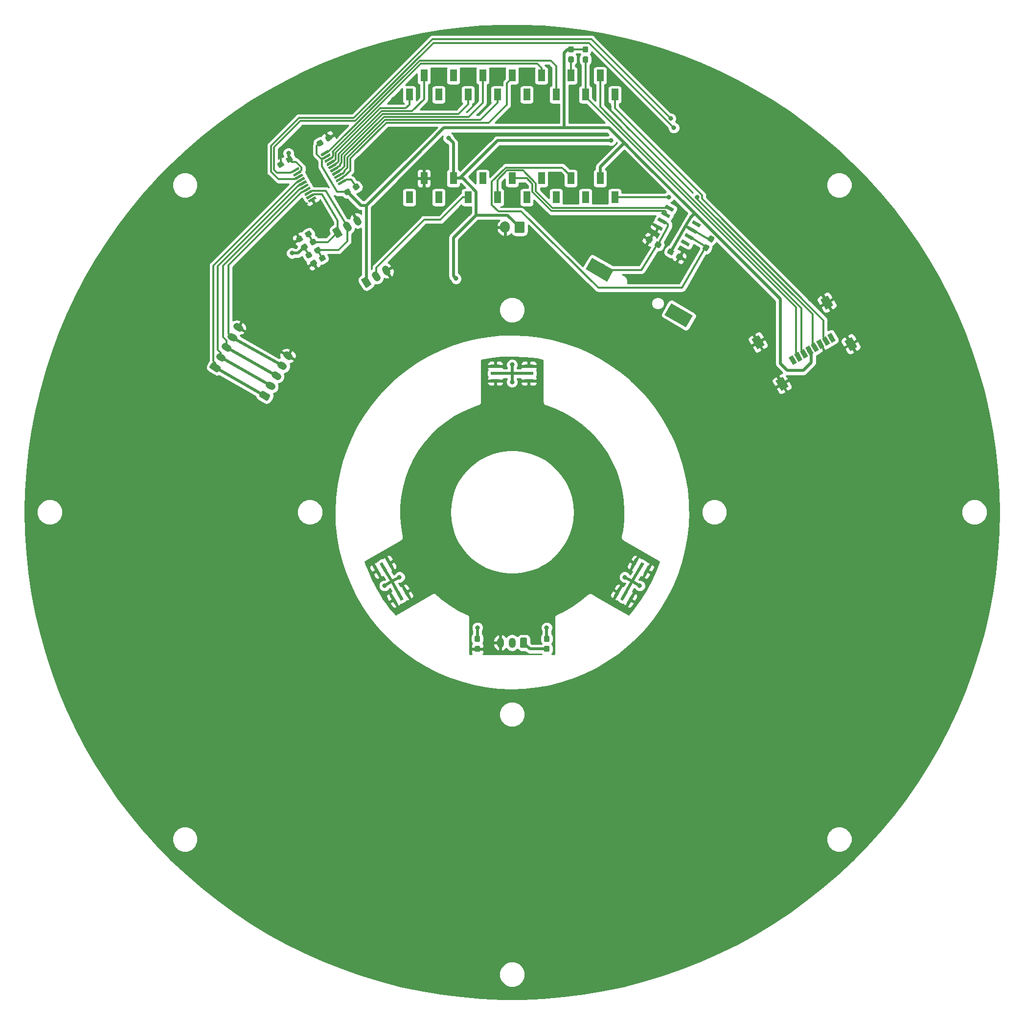
<source format=gbr>
G04 #@! TF.GenerationSoftware,KiCad,Pcbnew,(5.0.1-3-g963ef8bb5)*
G04 #@! TF.CreationDate,2019-08-14T18:08:12+02:00*
G04 #@! TF.ProjectId,crecol_led_pcb_v20,637265636F6C5F6C65645F7063625F76,rev?*
G04 #@! TF.SameCoordinates,Original*
G04 #@! TF.FileFunction,Copper,L2,Bot,Signal*
G04 #@! TF.FilePolarity,Positive*
%FSLAX46Y46*%
G04 Gerber Fmt 4.6, Leading zero omitted, Abs format (unit mm)*
G04 Created by KiCad (PCBNEW (5.0.1-3-g963ef8bb5)) date 2019 August 14, Wednesday 18:08:12*
%MOMM*%
%LPD*%
G01*
G04 APERTURE LIST*
G04 #@! TA.AperFunction,ComponentPad*
%ADD10O,1.700000X2.000000*%
G04 #@! TD*
G04 #@! TA.AperFunction,Conductor*
%ADD11C,0.100000*%
G04 #@! TD*
G04 #@! TA.AperFunction,ComponentPad*
%ADD12C,1.700000*%
G04 #@! TD*
G04 #@! TA.AperFunction,SMDPad,CuDef*
%ADD13C,0.950000*%
G04 #@! TD*
G04 #@! TA.AperFunction,ComponentPad*
%ADD14C,1.200000*%
G04 #@! TD*
G04 #@! TA.AperFunction,ComponentPad*
%ADD15O,1.200000X1.750000*%
G04 #@! TD*
G04 #@! TA.AperFunction,SMDPad,CuDef*
%ADD16C,0.550000*%
G04 #@! TD*
G04 #@! TA.AperFunction,SMDPad,CuDef*
%ADD17R,1.600000X0.550000*%
G04 #@! TD*
G04 #@! TA.AperFunction,SMDPad,CuDef*
%ADD18C,1.450000*%
G04 #@! TD*
G04 #@! TA.AperFunction,SMDPad,CuDef*
%ADD19C,0.800000*%
G04 #@! TD*
G04 #@! TA.AperFunction,SMDPad,CuDef*
%ADD20C,2.300000*%
G04 #@! TD*
G04 #@! TA.AperFunction,SMDPad,CuDef*
%ADD21C,0.450000*%
G04 #@! TD*
G04 #@! TA.AperFunction,SMDPad,CuDef*
%ADD22C,0.600000*%
G04 #@! TD*
G04 #@! TA.AperFunction,Conductor*
%ADD23C,1.200000*%
G04 #@! TD*
G04 #@! TA.AperFunction,SMDPad,CuDef*
%ADD24R,1.200000X2.000000*%
G04 #@! TD*
G04 #@! TA.AperFunction,ViaPad*
%ADD25C,0.800000*%
G04 #@! TD*
G04 #@! TA.AperFunction,Conductor*
%ADD26C,0.300000*%
G04 #@! TD*
G04 #@! TA.AperFunction,Conductor*
%ADD27C,0.500000*%
G04 #@! TD*
G04 #@! TA.AperFunction,Conductor*
%ADD28C,0.254000*%
G04 #@! TD*
G04 APERTURE END LIST*
D10*
G04 #@! TO.P,J33,2*
G04 #@! TO.N,GND*
X98800000Y-50700000D03*
D11*
G04 #@! TD*
G04 #@! TO.N,+5V*
G04 #@! TO.C,J33*
G36*
X101924504Y-49701204D02*
X101948773Y-49704804D01*
X101972571Y-49710765D01*
X101995671Y-49719030D01*
X102017849Y-49729520D01*
X102038893Y-49742133D01*
X102058598Y-49756747D01*
X102076777Y-49773223D01*
X102093253Y-49791402D01*
X102107867Y-49811107D01*
X102120480Y-49832151D01*
X102130970Y-49854329D01*
X102139235Y-49877429D01*
X102145196Y-49901227D01*
X102148796Y-49925496D01*
X102150000Y-49950000D01*
X102150000Y-51450000D01*
X102148796Y-51474504D01*
X102145196Y-51498773D01*
X102139235Y-51522571D01*
X102130970Y-51545671D01*
X102120480Y-51567849D01*
X102107867Y-51588893D01*
X102093253Y-51608598D01*
X102076777Y-51626777D01*
X102058598Y-51643253D01*
X102038893Y-51657867D01*
X102017849Y-51670480D01*
X101995671Y-51680970D01*
X101972571Y-51689235D01*
X101948773Y-51695196D01*
X101924504Y-51698796D01*
X101900000Y-51700000D01*
X100700000Y-51700000D01*
X100675496Y-51698796D01*
X100651227Y-51695196D01*
X100627429Y-51689235D01*
X100604329Y-51680970D01*
X100582151Y-51670480D01*
X100561107Y-51657867D01*
X100541402Y-51643253D01*
X100523223Y-51626777D01*
X100506747Y-51608598D01*
X100492133Y-51588893D01*
X100479520Y-51567849D01*
X100469030Y-51545671D01*
X100460765Y-51522571D01*
X100454804Y-51498773D01*
X100451204Y-51474504D01*
X100450000Y-51450000D01*
X100450000Y-49950000D01*
X100451204Y-49925496D01*
X100454804Y-49901227D01*
X100460765Y-49877429D01*
X100469030Y-49854329D01*
X100479520Y-49832151D01*
X100492133Y-49811107D01*
X100506747Y-49791402D01*
X100523223Y-49773223D01*
X100541402Y-49756747D01*
X100561107Y-49742133D01*
X100582151Y-49729520D01*
X100604329Y-49719030D01*
X100627429Y-49710765D01*
X100651227Y-49704804D01*
X100675496Y-49701204D01*
X100700000Y-49700000D01*
X101900000Y-49700000D01*
X101924504Y-49701204D01*
X101924504Y-49701204D01*
G37*
D12*
G04 #@! TO.P,J33,1*
G04 #@! TO.N,+5V*
X101300000Y-50700000D03*
G04 #@! TD*
D11*
G04 #@! TO.N,GND*
G04 #@! TO.C,C31*
G36*
X65787993Y-56351077D02*
X65811148Y-56353741D01*
X65833929Y-56358662D01*
X65856119Y-56365791D01*
X65877503Y-56375062D01*
X65897876Y-56386383D01*
X65917041Y-56399648D01*
X65934813Y-56414726D01*
X65951022Y-56431474D01*
X65965511Y-56449730D01*
X65978141Y-56469319D01*
X66215641Y-56880681D01*
X66226290Y-56901413D01*
X66234856Y-56923089D01*
X66241256Y-56945500D01*
X66245428Y-56968431D01*
X66247333Y-56991660D01*
X66246951Y-57014964D01*
X66244288Y-57038119D01*
X66239367Y-57060901D01*
X66232238Y-57083090D01*
X66222967Y-57104475D01*
X66211646Y-57124847D01*
X66198381Y-57144012D01*
X66183303Y-57161784D01*
X66166555Y-57177993D01*
X66148298Y-57192482D01*
X66128710Y-57205112D01*
X65630746Y-57492612D01*
X65610014Y-57503261D01*
X65588338Y-57511827D01*
X65565927Y-57518227D01*
X65542996Y-57522399D01*
X65519767Y-57524304D01*
X65496463Y-57523923D01*
X65473308Y-57521259D01*
X65450527Y-57516338D01*
X65428337Y-57509209D01*
X65406953Y-57499938D01*
X65386580Y-57488617D01*
X65367415Y-57475352D01*
X65349643Y-57460274D01*
X65333434Y-57443526D01*
X65318945Y-57425270D01*
X65306315Y-57405681D01*
X65068815Y-56994319D01*
X65058166Y-56973587D01*
X65049600Y-56951911D01*
X65043200Y-56929500D01*
X65039028Y-56906569D01*
X65037123Y-56883340D01*
X65037505Y-56860036D01*
X65040168Y-56836881D01*
X65045089Y-56814099D01*
X65052218Y-56791910D01*
X65061489Y-56770525D01*
X65072810Y-56750153D01*
X65086075Y-56730988D01*
X65101153Y-56713216D01*
X65117901Y-56697007D01*
X65136158Y-56682518D01*
X65155746Y-56669888D01*
X65653710Y-56382388D01*
X65674442Y-56371739D01*
X65696118Y-56363173D01*
X65718529Y-56356773D01*
X65741460Y-56352601D01*
X65764689Y-56350696D01*
X65787993Y-56351077D01*
X65787993Y-56351077D01*
G37*
D13*
G04 #@! TD*
G04 #@! TO.P,C31,2*
G04 #@! TO.N,GND*
X65642228Y-56937500D03*
D11*
G04 #@! TO.N,K_B_5V*
G04 #@! TO.C,C31*
G36*
X67303537Y-55476077D02*
X67326692Y-55478741D01*
X67349473Y-55483662D01*
X67371663Y-55490791D01*
X67393047Y-55500062D01*
X67413420Y-55511383D01*
X67432585Y-55524648D01*
X67450357Y-55539726D01*
X67466566Y-55556474D01*
X67481055Y-55574730D01*
X67493685Y-55594319D01*
X67731185Y-56005681D01*
X67741834Y-56026413D01*
X67750400Y-56048089D01*
X67756800Y-56070500D01*
X67760972Y-56093431D01*
X67762877Y-56116660D01*
X67762495Y-56139964D01*
X67759832Y-56163119D01*
X67754911Y-56185901D01*
X67747782Y-56208090D01*
X67738511Y-56229475D01*
X67727190Y-56249847D01*
X67713925Y-56269012D01*
X67698847Y-56286784D01*
X67682099Y-56302993D01*
X67663842Y-56317482D01*
X67644254Y-56330112D01*
X67146290Y-56617612D01*
X67125558Y-56628261D01*
X67103882Y-56636827D01*
X67081471Y-56643227D01*
X67058540Y-56647399D01*
X67035311Y-56649304D01*
X67012007Y-56648923D01*
X66988852Y-56646259D01*
X66966071Y-56641338D01*
X66943881Y-56634209D01*
X66922497Y-56624938D01*
X66902124Y-56613617D01*
X66882959Y-56600352D01*
X66865187Y-56585274D01*
X66848978Y-56568526D01*
X66834489Y-56550270D01*
X66821859Y-56530681D01*
X66584359Y-56119319D01*
X66573710Y-56098587D01*
X66565144Y-56076911D01*
X66558744Y-56054500D01*
X66554572Y-56031569D01*
X66552667Y-56008340D01*
X66553049Y-55985036D01*
X66555712Y-55961881D01*
X66560633Y-55939099D01*
X66567762Y-55916910D01*
X66577033Y-55895525D01*
X66588354Y-55875153D01*
X66601619Y-55855988D01*
X66616697Y-55838216D01*
X66633445Y-55822007D01*
X66651702Y-55807518D01*
X66671290Y-55794888D01*
X67169254Y-55507388D01*
X67189986Y-55496739D01*
X67211662Y-55488173D01*
X67234073Y-55481773D01*
X67257004Y-55477601D01*
X67280233Y-55475696D01*
X67303537Y-55476077D01*
X67303537Y-55476077D01*
G37*
D13*
G04 #@! TD*
G04 #@! TO.P,C31,1*
G04 #@! TO.N,K_B_5V*
X67157772Y-56062500D03*
D11*
G04 #@! TO.N,K_A_5V*
G04 #@! TO.C,C30*
G36*
X64903537Y-51276077D02*
X64926692Y-51278741D01*
X64949473Y-51283662D01*
X64971663Y-51290791D01*
X64993047Y-51300062D01*
X65013420Y-51311383D01*
X65032585Y-51324648D01*
X65050357Y-51339726D01*
X65066566Y-51356474D01*
X65081055Y-51374730D01*
X65093685Y-51394319D01*
X65331185Y-51805681D01*
X65341834Y-51826413D01*
X65350400Y-51848089D01*
X65356800Y-51870500D01*
X65360972Y-51893431D01*
X65362877Y-51916660D01*
X65362495Y-51939964D01*
X65359832Y-51963119D01*
X65354911Y-51985901D01*
X65347782Y-52008090D01*
X65338511Y-52029475D01*
X65327190Y-52049847D01*
X65313925Y-52069012D01*
X65298847Y-52086784D01*
X65282099Y-52102993D01*
X65263842Y-52117482D01*
X65244254Y-52130112D01*
X64746290Y-52417612D01*
X64725558Y-52428261D01*
X64703882Y-52436827D01*
X64681471Y-52443227D01*
X64658540Y-52447399D01*
X64635311Y-52449304D01*
X64612007Y-52448923D01*
X64588852Y-52446259D01*
X64566071Y-52441338D01*
X64543881Y-52434209D01*
X64522497Y-52424938D01*
X64502124Y-52413617D01*
X64482959Y-52400352D01*
X64465187Y-52385274D01*
X64448978Y-52368526D01*
X64434489Y-52350270D01*
X64421859Y-52330681D01*
X64184359Y-51919319D01*
X64173710Y-51898587D01*
X64165144Y-51876911D01*
X64158744Y-51854500D01*
X64154572Y-51831569D01*
X64152667Y-51808340D01*
X64153049Y-51785036D01*
X64155712Y-51761881D01*
X64160633Y-51739099D01*
X64167762Y-51716910D01*
X64177033Y-51695525D01*
X64188354Y-51675153D01*
X64201619Y-51655988D01*
X64216697Y-51638216D01*
X64233445Y-51622007D01*
X64251702Y-51607518D01*
X64271290Y-51594888D01*
X64769254Y-51307388D01*
X64789986Y-51296739D01*
X64811662Y-51288173D01*
X64834073Y-51281773D01*
X64857004Y-51277601D01*
X64880233Y-51275696D01*
X64903537Y-51276077D01*
X64903537Y-51276077D01*
G37*
D13*
G04 #@! TD*
G04 #@! TO.P,C30,1*
G04 #@! TO.N,K_A_5V*
X64757772Y-51862500D03*
D11*
G04 #@! TO.N,GND*
G04 #@! TO.C,C30*
G36*
X63387993Y-52151077D02*
X63411148Y-52153741D01*
X63433929Y-52158662D01*
X63456119Y-52165791D01*
X63477503Y-52175062D01*
X63497876Y-52186383D01*
X63517041Y-52199648D01*
X63534813Y-52214726D01*
X63551022Y-52231474D01*
X63565511Y-52249730D01*
X63578141Y-52269319D01*
X63815641Y-52680681D01*
X63826290Y-52701413D01*
X63834856Y-52723089D01*
X63841256Y-52745500D01*
X63845428Y-52768431D01*
X63847333Y-52791660D01*
X63846951Y-52814964D01*
X63844288Y-52838119D01*
X63839367Y-52860901D01*
X63832238Y-52883090D01*
X63822967Y-52904475D01*
X63811646Y-52924847D01*
X63798381Y-52944012D01*
X63783303Y-52961784D01*
X63766555Y-52977993D01*
X63748298Y-52992482D01*
X63728710Y-53005112D01*
X63230746Y-53292612D01*
X63210014Y-53303261D01*
X63188338Y-53311827D01*
X63165927Y-53318227D01*
X63142996Y-53322399D01*
X63119767Y-53324304D01*
X63096463Y-53323923D01*
X63073308Y-53321259D01*
X63050527Y-53316338D01*
X63028337Y-53309209D01*
X63006953Y-53299938D01*
X62986580Y-53288617D01*
X62967415Y-53275352D01*
X62949643Y-53260274D01*
X62933434Y-53243526D01*
X62918945Y-53225270D01*
X62906315Y-53205681D01*
X62668815Y-52794319D01*
X62658166Y-52773587D01*
X62649600Y-52751911D01*
X62643200Y-52729500D01*
X62639028Y-52706569D01*
X62637123Y-52683340D01*
X62637505Y-52660036D01*
X62640168Y-52636881D01*
X62645089Y-52614099D01*
X62652218Y-52591910D01*
X62661489Y-52570525D01*
X62672810Y-52550153D01*
X62686075Y-52530988D01*
X62701153Y-52513216D01*
X62717901Y-52497007D01*
X62736158Y-52482518D01*
X62755746Y-52469888D01*
X63253710Y-52182388D01*
X63274442Y-52171739D01*
X63296118Y-52163173D01*
X63318529Y-52156773D01*
X63341460Y-52152601D01*
X63364689Y-52150696D01*
X63387993Y-52151077D01*
X63387993Y-52151077D01*
G37*
D13*
G04 #@! TD*
G04 #@! TO.P,C30,2*
G04 #@! TO.N,GND*
X63242228Y-52737500D03*
D11*
G04 #@! TO.N,K_A_5V*
G04 #@! TO.C,R32*
G36*
X65703537Y-52676077D02*
X65726692Y-52678741D01*
X65749473Y-52683662D01*
X65771663Y-52690791D01*
X65793047Y-52700062D01*
X65813420Y-52711383D01*
X65832585Y-52724648D01*
X65850357Y-52739726D01*
X65866566Y-52756474D01*
X65881055Y-52774730D01*
X65893685Y-52794319D01*
X66131185Y-53205681D01*
X66141834Y-53226413D01*
X66150400Y-53248089D01*
X66156800Y-53270500D01*
X66160972Y-53293431D01*
X66162877Y-53316660D01*
X66162495Y-53339964D01*
X66159832Y-53363119D01*
X66154911Y-53385901D01*
X66147782Y-53408090D01*
X66138511Y-53429475D01*
X66127190Y-53449847D01*
X66113925Y-53469012D01*
X66098847Y-53486784D01*
X66082099Y-53502993D01*
X66063842Y-53517482D01*
X66044254Y-53530112D01*
X65546290Y-53817612D01*
X65525558Y-53828261D01*
X65503882Y-53836827D01*
X65481471Y-53843227D01*
X65458540Y-53847399D01*
X65435311Y-53849304D01*
X65412007Y-53848923D01*
X65388852Y-53846259D01*
X65366071Y-53841338D01*
X65343881Y-53834209D01*
X65322497Y-53824938D01*
X65302124Y-53813617D01*
X65282959Y-53800352D01*
X65265187Y-53785274D01*
X65248978Y-53768526D01*
X65234489Y-53750270D01*
X65221859Y-53730681D01*
X64984359Y-53319319D01*
X64973710Y-53298587D01*
X64965144Y-53276911D01*
X64958744Y-53254500D01*
X64954572Y-53231569D01*
X64952667Y-53208340D01*
X64953049Y-53185036D01*
X64955712Y-53161881D01*
X64960633Y-53139099D01*
X64967762Y-53116910D01*
X64977033Y-53095525D01*
X64988354Y-53075153D01*
X65001619Y-53055988D01*
X65016697Y-53038216D01*
X65033445Y-53022007D01*
X65051702Y-53007518D01*
X65071290Y-52994888D01*
X65569254Y-52707388D01*
X65589986Y-52696739D01*
X65611662Y-52688173D01*
X65634073Y-52681773D01*
X65657004Y-52677601D01*
X65680233Y-52675696D01*
X65703537Y-52676077D01*
X65703537Y-52676077D01*
G37*
D13*
G04 #@! TD*
G04 #@! TO.P,R32,2*
G04 #@! TO.N,K_A_5V*
X65557772Y-53262500D03*
D11*
G04 #@! TO.N,+5V*
G04 #@! TO.C,R32*
G36*
X64187993Y-53551077D02*
X64211148Y-53553741D01*
X64233929Y-53558662D01*
X64256119Y-53565791D01*
X64277503Y-53575062D01*
X64297876Y-53586383D01*
X64317041Y-53599648D01*
X64334813Y-53614726D01*
X64351022Y-53631474D01*
X64365511Y-53649730D01*
X64378141Y-53669319D01*
X64615641Y-54080681D01*
X64626290Y-54101413D01*
X64634856Y-54123089D01*
X64641256Y-54145500D01*
X64645428Y-54168431D01*
X64647333Y-54191660D01*
X64646951Y-54214964D01*
X64644288Y-54238119D01*
X64639367Y-54260901D01*
X64632238Y-54283090D01*
X64622967Y-54304475D01*
X64611646Y-54324847D01*
X64598381Y-54344012D01*
X64583303Y-54361784D01*
X64566555Y-54377993D01*
X64548298Y-54392482D01*
X64528710Y-54405112D01*
X64030746Y-54692612D01*
X64010014Y-54703261D01*
X63988338Y-54711827D01*
X63965927Y-54718227D01*
X63942996Y-54722399D01*
X63919767Y-54724304D01*
X63896463Y-54723923D01*
X63873308Y-54721259D01*
X63850527Y-54716338D01*
X63828337Y-54709209D01*
X63806953Y-54699938D01*
X63786580Y-54688617D01*
X63767415Y-54675352D01*
X63749643Y-54660274D01*
X63733434Y-54643526D01*
X63718945Y-54625270D01*
X63706315Y-54605681D01*
X63468815Y-54194319D01*
X63458166Y-54173587D01*
X63449600Y-54151911D01*
X63443200Y-54129500D01*
X63439028Y-54106569D01*
X63437123Y-54083340D01*
X63437505Y-54060036D01*
X63440168Y-54036881D01*
X63445089Y-54014099D01*
X63452218Y-53991910D01*
X63461489Y-53970525D01*
X63472810Y-53950153D01*
X63486075Y-53930988D01*
X63501153Y-53913216D01*
X63517901Y-53897007D01*
X63536158Y-53882518D01*
X63555746Y-53869888D01*
X64053710Y-53582388D01*
X64074442Y-53571739D01*
X64096118Y-53563173D01*
X64118529Y-53556773D01*
X64141460Y-53552601D01*
X64164689Y-53550696D01*
X64187993Y-53551077D01*
X64187993Y-53551077D01*
G37*
D13*
G04 #@! TD*
G04 #@! TO.P,R32,1*
G04 #@! TO.N,+5V*
X64042228Y-54137500D03*
D11*
G04 #@! TO.N,+5V*
G04 #@! TO.C,R33*
G36*
X64987993Y-54951077D02*
X65011148Y-54953741D01*
X65033929Y-54958662D01*
X65056119Y-54965791D01*
X65077503Y-54975062D01*
X65097876Y-54986383D01*
X65117041Y-54999648D01*
X65134813Y-55014726D01*
X65151022Y-55031474D01*
X65165511Y-55049730D01*
X65178141Y-55069319D01*
X65415641Y-55480681D01*
X65426290Y-55501413D01*
X65434856Y-55523089D01*
X65441256Y-55545500D01*
X65445428Y-55568431D01*
X65447333Y-55591660D01*
X65446951Y-55614964D01*
X65444288Y-55638119D01*
X65439367Y-55660901D01*
X65432238Y-55683090D01*
X65422967Y-55704475D01*
X65411646Y-55724847D01*
X65398381Y-55744012D01*
X65383303Y-55761784D01*
X65366555Y-55777993D01*
X65348298Y-55792482D01*
X65328710Y-55805112D01*
X64830746Y-56092612D01*
X64810014Y-56103261D01*
X64788338Y-56111827D01*
X64765927Y-56118227D01*
X64742996Y-56122399D01*
X64719767Y-56124304D01*
X64696463Y-56123923D01*
X64673308Y-56121259D01*
X64650527Y-56116338D01*
X64628337Y-56109209D01*
X64606953Y-56099938D01*
X64586580Y-56088617D01*
X64567415Y-56075352D01*
X64549643Y-56060274D01*
X64533434Y-56043526D01*
X64518945Y-56025270D01*
X64506315Y-56005681D01*
X64268815Y-55594319D01*
X64258166Y-55573587D01*
X64249600Y-55551911D01*
X64243200Y-55529500D01*
X64239028Y-55506569D01*
X64237123Y-55483340D01*
X64237505Y-55460036D01*
X64240168Y-55436881D01*
X64245089Y-55414099D01*
X64252218Y-55391910D01*
X64261489Y-55370525D01*
X64272810Y-55350153D01*
X64286075Y-55330988D01*
X64301153Y-55313216D01*
X64317901Y-55297007D01*
X64336158Y-55282518D01*
X64355746Y-55269888D01*
X64853710Y-54982388D01*
X64874442Y-54971739D01*
X64896118Y-54963173D01*
X64918529Y-54956773D01*
X64941460Y-54952601D01*
X64964689Y-54950696D01*
X64987993Y-54951077D01*
X64987993Y-54951077D01*
G37*
D13*
G04 #@! TD*
G04 #@! TO.P,R33,1*
G04 #@! TO.N,+5V*
X64842228Y-55537500D03*
D11*
G04 #@! TO.N,K_B_5V*
G04 #@! TO.C,R33*
G36*
X66503537Y-54076077D02*
X66526692Y-54078741D01*
X66549473Y-54083662D01*
X66571663Y-54090791D01*
X66593047Y-54100062D01*
X66613420Y-54111383D01*
X66632585Y-54124648D01*
X66650357Y-54139726D01*
X66666566Y-54156474D01*
X66681055Y-54174730D01*
X66693685Y-54194319D01*
X66931185Y-54605681D01*
X66941834Y-54626413D01*
X66950400Y-54648089D01*
X66956800Y-54670500D01*
X66960972Y-54693431D01*
X66962877Y-54716660D01*
X66962495Y-54739964D01*
X66959832Y-54763119D01*
X66954911Y-54785901D01*
X66947782Y-54808090D01*
X66938511Y-54829475D01*
X66927190Y-54849847D01*
X66913925Y-54869012D01*
X66898847Y-54886784D01*
X66882099Y-54902993D01*
X66863842Y-54917482D01*
X66844254Y-54930112D01*
X66346290Y-55217612D01*
X66325558Y-55228261D01*
X66303882Y-55236827D01*
X66281471Y-55243227D01*
X66258540Y-55247399D01*
X66235311Y-55249304D01*
X66212007Y-55248923D01*
X66188852Y-55246259D01*
X66166071Y-55241338D01*
X66143881Y-55234209D01*
X66122497Y-55224938D01*
X66102124Y-55213617D01*
X66082959Y-55200352D01*
X66065187Y-55185274D01*
X66048978Y-55168526D01*
X66034489Y-55150270D01*
X66021859Y-55130681D01*
X65784359Y-54719319D01*
X65773710Y-54698587D01*
X65765144Y-54676911D01*
X65758744Y-54654500D01*
X65754572Y-54631569D01*
X65752667Y-54608340D01*
X65753049Y-54585036D01*
X65755712Y-54561881D01*
X65760633Y-54539099D01*
X65767762Y-54516910D01*
X65777033Y-54495525D01*
X65788354Y-54475153D01*
X65801619Y-54455988D01*
X65816697Y-54438216D01*
X65833445Y-54422007D01*
X65851702Y-54407518D01*
X65871290Y-54394888D01*
X66369254Y-54107388D01*
X66389986Y-54096739D01*
X66411662Y-54088173D01*
X66434073Y-54081773D01*
X66457004Y-54077601D01*
X66480233Y-54075696D01*
X66503537Y-54076077D01*
X66503537Y-54076077D01*
G37*
D13*
G04 #@! TD*
G04 #@! TO.P,R33,2*
G04 #@! TO.N,K_B_5V*
X66357772Y-54662500D03*
D11*
G04 #@! TO.N,Net-(C0-Pad1)*
G04 #@! TO.C,C0*
G36*
X94260779Y-121401144D02*
X94283834Y-121404563D01*
X94306443Y-121410227D01*
X94328387Y-121418079D01*
X94349457Y-121428044D01*
X94369448Y-121440026D01*
X94388168Y-121453910D01*
X94405438Y-121469562D01*
X94421090Y-121486832D01*
X94434974Y-121505552D01*
X94446956Y-121525543D01*
X94456921Y-121546613D01*
X94464773Y-121568557D01*
X94470437Y-121591166D01*
X94473856Y-121614221D01*
X94475000Y-121637500D01*
X94475000Y-122212500D01*
X94473856Y-122235779D01*
X94470437Y-122258834D01*
X94464773Y-122281443D01*
X94456921Y-122303387D01*
X94446956Y-122324457D01*
X94434974Y-122344448D01*
X94421090Y-122363168D01*
X94405438Y-122380438D01*
X94388168Y-122396090D01*
X94369448Y-122409974D01*
X94349457Y-122421956D01*
X94328387Y-122431921D01*
X94306443Y-122439773D01*
X94283834Y-122445437D01*
X94260779Y-122448856D01*
X94237500Y-122450000D01*
X93762500Y-122450000D01*
X93739221Y-122448856D01*
X93716166Y-122445437D01*
X93693557Y-122439773D01*
X93671613Y-122431921D01*
X93650543Y-122421956D01*
X93630552Y-122409974D01*
X93611832Y-122396090D01*
X93594562Y-122380438D01*
X93578910Y-122363168D01*
X93565026Y-122344448D01*
X93553044Y-122324457D01*
X93543079Y-122303387D01*
X93535227Y-122281443D01*
X93529563Y-122258834D01*
X93526144Y-122235779D01*
X93525000Y-122212500D01*
X93525000Y-121637500D01*
X93526144Y-121614221D01*
X93529563Y-121591166D01*
X93535227Y-121568557D01*
X93543079Y-121546613D01*
X93553044Y-121525543D01*
X93565026Y-121505552D01*
X93578910Y-121486832D01*
X93594562Y-121469562D01*
X93611832Y-121453910D01*
X93630552Y-121440026D01*
X93650543Y-121428044D01*
X93671613Y-121418079D01*
X93693557Y-121410227D01*
X93716166Y-121404563D01*
X93739221Y-121401144D01*
X93762500Y-121400000D01*
X94237500Y-121400000D01*
X94260779Y-121401144D01*
X94260779Y-121401144D01*
G37*
D13*
G04 #@! TD*
G04 #@! TO.P,C0,1*
G04 #@! TO.N,Net-(C0-Pad1)*
X94000000Y-121925000D03*
D11*
G04 #@! TO.N,GND*
G04 #@! TO.C,C0*
G36*
X94260779Y-123151144D02*
X94283834Y-123154563D01*
X94306443Y-123160227D01*
X94328387Y-123168079D01*
X94349457Y-123178044D01*
X94369448Y-123190026D01*
X94388168Y-123203910D01*
X94405438Y-123219562D01*
X94421090Y-123236832D01*
X94434974Y-123255552D01*
X94446956Y-123275543D01*
X94456921Y-123296613D01*
X94464773Y-123318557D01*
X94470437Y-123341166D01*
X94473856Y-123364221D01*
X94475000Y-123387500D01*
X94475000Y-123962500D01*
X94473856Y-123985779D01*
X94470437Y-124008834D01*
X94464773Y-124031443D01*
X94456921Y-124053387D01*
X94446956Y-124074457D01*
X94434974Y-124094448D01*
X94421090Y-124113168D01*
X94405438Y-124130438D01*
X94388168Y-124146090D01*
X94369448Y-124159974D01*
X94349457Y-124171956D01*
X94328387Y-124181921D01*
X94306443Y-124189773D01*
X94283834Y-124195437D01*
X94260779Y-124198856D01*
X94237500Y-124200000D01*
X93762500Y-124200000D01*
X93739221Y-124198856D01*
X93716166Y-124195437D01*
X93693557Y-124189773D01*
X93671613Y-124181921D01*
X93650543Y-124171956D01*
X93630552Y-124159974D01*
X93611832Y-124146090D01*
X93594562Y-124130438D01*
X93578910Y-124113168D01*
X93565026Y-124094448D01*
X93553044Y-124074457D01*
X93543079Y-124053387D01*
X93535227Y-124031443D01*
X93529563Y-124008834D01*
X93526144Y-123985779D01*
X93525000Y-123962500D01*
X93525000Y-123387500D01*
X93526144Y-123364221D01*
X93529563Y-123341166D01*
X93535227Y-123318557D01*
X93543079Y-123296613D01*
X93553044Y-123275543D01*
X93565026Y-123255552D01*
X93578910Y-123236832D01*
X93594562Y-123219562D01*
X93611832Y-123203910D01*
X93630552Y-123190026D01*
X93650543Y-123178044D01*
X93671613Y-123168079D01*
X93693557Y-123160227D01*
X93716166Y-123154563D01*
X93739221Y-123151144D01*
X93762500Y-123150000D01*
X94237500Y-123150000D01*
X94260779Y-123151144D01*
X94260779Y-123151144D01*
G37*
D13*
G04 #@! TD*
G04 #@! TO.P,C0,2*
G04 #@! TO.N,GND*
X94000000Y-123675000D03*
D11*
G04 #@! TO.N,+3V3*
G04 #@! TO.C,J0*
G36*
X102374505Y-121726204D02*
X102398773Y-121729804D01*
X102422572Y-121735765D01*
X102445671Y-121744030D01*
X102467850Y-121754520D01*
X102488893Y-121767132D01*
X102508599Y-121781747D01*
X102526777Y-121798223D01*
X102543253Y-121816401D01*
X102557868Y-121836107D01*
X102570480Y-121857150D01*
X102580970Y-121879329D01*
X102589235Y-121902428D01*
X102595196Y-121926227D01*
X102598796Y-121950495D01*
X102600000Y-121974999D01*
X102600000Y-123225001D01*
X102598796Y-123249505D01*
X102595196Y-123273773D01*
X102589235Y-123297572D01*
X102580970Y-123320671D01*
X102570480Y-123342850D01*
X102557868Y-123363893D01*
X102543253Y-123383599D01*
X102526777Y-123401777D01*
X102508599Y-123418253D01*
X102488893Y-123432868D01*
X102467850Y-123445480D01*
X102445671Y-123455970D01*
X102422572Y-123464235D01*
X102398773Y-123470196D01*
X102374505Y-123473796D01*
X102350001Y-123475000D01*
X101649999Y-123475000D01*
X101625495Y-123473796D01*
X101601227Y-123470196D01*
X101577428Y-123464235D01*
X101554329Y-123455970D01*
X101532150Y-123445480D01*
X101511107Y-123432868D01*
X101491401Y-123418253D01*
X101473223Y-123401777D01*
X101456747Y-123383599D01*
X101442132Y-123363893D01*
X101429520Y-123342850D01*
X101419030Y-123320671D01*
X101410765Y-123297572D01*
X101404804Y-123273773D01*
X101401204Y-123249505D01*
X101400000Y-123225001D01*
X101400000Y-121974999D01*
X101401204Y-121950495D01*
X101404804Y-121926227D01*
X101410765Y-121902428D01*
X101419030Y-121879329D01*
X101429520Y-121857150D01*
X101442132Y-121836107D01*
X101456747Y-121816401D01*
X101473223Y-121798223D01*
X101491401Y-121781747D01*
X101511107Y-121767132D01*
X101532150Y-121754520D01*
X101554329Y-121744030D01*
X101577428Y-121735765D01*
X101601227Y-121729804D01*
X101625495Y-121726204D01*
X101649999Y-121725000D01*
X102350001Y-121725000D01*
X102374505Y-121726204D01*
X102374505Y-121726204D01*
G37*
D14*
G04 #@! TD*
G04 #@! TO.P,J0,1*
G04 #@! TO.N,+3V3*
X102000000Y-122600000D03*
D15*
G04 #@! TO.P,J0,2*
G04 #@! TO.N,Net-(C0-Pad1)*
X100000000Y-122600000D03*
G04 #@! TO.P,J0,3*
G04 #@! TO.N,GND*
X98000000Y-122600000D03*
G04 #@! TD*
D11*
G04 #@! TO.N,+3V3*
G04 #@! TO.C,R0*
G36*
X106260779Y-123151144D02*
X106283834Y-123154563D01*
X106306443Y-123160227D01*
X106328387Y-123168079D01*
X106349457Y-123178044D01*
X106369448Y-123190026D01*
X106388168Y-123203910D01*
X106405438Y-123219562D01*
X106421090Y-123236832D01*
X106434974Y-123255552D01*
X106446956Y-123275543D01*
X106456921Y-123296613D01*
X106464773Y-123318557D01*
X106470437Y-123341166D01*
X106473856Y-123364221D01*
X106475000Y-123387500D01*
X106475000Y-123962500D01*
X106473856Y-123985779D01*
X106470437Y-124008834D01*
X106464773Y-124031443D01*
X106456921Y-124053387D01*
X106446956Y-124074457D01*
X106434974Y-124094448D01*
X106421090Y-124113168D01*
X106405438Y-124130438D01*
X106388168Y-124146090D01*
X106369448Y-124159974D01*
X106349457Y-124171956D01*
X106328387Y-124181921D01*
X106306443Y-124189773D01*
X106283834Y-124195437D01*
X106260779Y-124198856D01*
X106237500Y-124200000D01*
X105762500Y-124200000D01*
X105739221Y-124198856D01*
X105716166Y-124195437D01*
X105693557Y-124189773D01*
X105671613Y-124181921D01*
X105650543Y-124171956D01*
X105630552Y-124159974D01*
X105611832Y-124146090D01*
X105594562Y-124130438D01*
X105578910Y-124113168D01*
X105565026Y-124094448D01*
X105553044Y-124074457D01*
X105543079Y-124053387D01*
X105535227Y-124031443D01*
X105529563Y-124008834D01*
X105526144Y-123985779D01*
X105525000Y-123962500D01*
X105525000Y-123387500D01*
X105526144Y-123364221D01*
X105529563Y-123341166D01*
X105535227Y-123318557D01*
X105543079Y-123296613D01*
X105553044Y-123275543D01*
X105565026Y-123255552D01*
X105578910Y-123236832D01*
X105594562Y-123219562D01*
X105611832Y-123203910D01*
X105630552Y-123190026D01*
X105650543Y-123178044D01*
X105671613Y-123168079D01*
X105693557Y-123160227D01*
X105716166Y-123154563D01*
X105739221Y-123151144D01*
X105762500Y-123150000D01*
X106237500Y-123150000D01*
X106260779Y-123151144D01*
X106260779Y-123151144D01*
G37*
D13*
G04 #@! TD*
G04 #@! TO.P,R0,1*
G04 #@! TO.N,+3V3*
X106000000Y-123675000D03*
D11*
G04 #@! TO.N,Net-(C0-Pad1)*
G04 #@! TO.C,R0*
G36*
X106260779Y-121401144D02*
X106283834Y-121404563D01*
X106306443Y-121410227D01*
X106328387Y-121418079D01*
X106349457Y-121428044D01*
X106369448Y-121440026D01*
X106388168Y-121453910D01*
X106405438Y-121469562D01*
X106421090Y-121486832D01*
X106434974Y-121505552D01*
X106446956Y-121525543D01*
X106456921Y-121546613D01*
X106464773Y-121568557D01*
X106470437Y-121591166D01*
X106473856Y-121614221D01*
X106475000Y-121637500D01*
X106475000Y-122212500D01*
X106473856Y-122235779D01*
X106470437Y-122258834D01*
X106464773Y-122281443D01*
X106456921Y-122303387D01*
X106446956Y-122324457D01*
X106434974Y-122344448D01*
X106421090Y-122363168D01*
X106405438Y-122380438D01*
X106388168Y-122396090D01*
X106369448Y-122409974D01*
X106349457Y-122421956D01*
X106328387Y-122431921D01*
X106306443Y-122439773D01*
X106283834Y-122445437D01*
X106260779Y-122448856D01*
X106237500Y-122450000D01*
X105762500Y-122450000D01*
X105739221Y-122448856D01*
X105716166Y-122445437D01*
X105693557Y-122439773D01*
X105671613Y-122431921D01*
X105650543Y-122421956D01*
X105630552Y-122409974D01*
X105611832Y-122396090D01*
X105594562Y-122380438D01*
X105578910Y-122363168D01*
X105565026Y-122344448D01*
X105553044Y-122324457D01*
X105543079Y-122303387D01*
X105535227Y-122281443D01*
X105529563Y-122258834D01*
X105526144Y-122235779D01*
X105525000Y-122212500D01*
X105525000Y-121637500D01*
X105526144Y-121614221D01*
X105529563Y-121591166D01*
X105535227Y-121568557D01*
X105543079Y-121546613D01*
X105553044Y-121525543D01*
X105565026Y-121505552D01*
X105578910Y-121486832D01*
X105594562Y-121469562D01*
X105611832Y-121453910D01*
X105630552Y-121440026D01*
X105650543Y-121428044D01*
X105671613Y-121418079D01*
X105693557Y-121410227D01*
X105716166Y-121404563D01*
X105739221Y-121401144D01*
X105762500Y-121400000D01*
X106237500Y-121400000D01*
X106260779Y-121401144D01*
X106260779Y-121401144D01*
G37*
D13*
G04 #@! TD*
G04 #@! TO.P,R0,2*
G04 #@! TO.N,Net-(C0-Pad1)*
X106000000Y-121925000D03*
D16*
G04 #@! TO.P,SW0,1*
G04 #@! TO.N,Net-(C0-Pad1)*
X80600000Y-114511474D03*
D11*
G04 #@! TD*
G04 #@! TO.N,Net-(C0-Pad1)*
G04 #@! TO.C,SW0*
G36*
X79961843Y-113956154D02*
X80438157Y-113681154D01*
X81238157Y-115066794D01*
X80761843Y-115341794D01*
X79961843Y-113956154D01*
X79961843Y-113956154D01*
G37*
D16*
G04 #@! TO.P,SW0,1*
G04 #@! TO.N,Net-(C0-Pad1)*
X77700000Y-109488526D03*
D11*
G04 #@! TD*
G04 #@! TO.N,Net-(C0-Pad1)*
G04 #@! TO.C,SW0*
G36*
X77061843Y-108933206D02*
X77538157Y-108658206D01*
X78338157Y-110043846D01*
X77861843Y-110318846D01*
X77061843Y-108933206D01*
X77061843Y-108933206D01*
G37*
D16*
G04 #@! TO.P,SW0,2*
G04 #@! TO.N,GND*
X76600148Y-110123526D03*
D11*
G04 #@! TD*
G04 #@! TO.N,GND*
G04 #@! TO.C,SW0*
G36*
X75961991Y-109568206D02*
X76438305Y-109293206D01*
X77238305Y-110678846D01*
X76761991Y-110953846D01*
X75961991Y-109568206D01*
X75961991Y-109568206D01*
G37*
D16*
G04 #@! TO.P,SW0,2*
G04 #@! TO.N,GND*
X78799852Y-108853526D03*
D11*
G04 #@! TD*
G04 #@! TO.N,GND*
G04 #@! TO.C,SW0*
G36*
X78161695Y-108298206D02*
X78638009Y-108023206D01*
X79438009Y-109408846D01*
X78961695Y-109683846D01*
X78161695Y-108298206D01*
X78161695Y-108298206D01*
G37*
D16*
G04 #@! TO.P,SW0,2*
G04 #@! TO.N,GND*
X81699852Y-113876474D03*
D11*
G04 #@! TD*
G04 #@! TO.N,GND*
G04 #@! TO.C,SW0*
G36*
X81061695Y-113321154D02*
X81538009Y-113046154D01*
X82338009Y-114431794D01*
X81861695Y-114706794D01*
X81061695Y-113321154D01*
X81061695Y-113321154D01*
G37*
D16*
G04 #@! TO.P,SW0,2*
G04 #@! TO.N,GND*
X79500148Y-115146474D03*
D11*
G04 #@! TD*
G04 #@! TO.N,GND*
G04 #@! TO.C,SW0*
G36*
X78861991Y-114591154D02*
X79338305Y-114316154D01*
X80138305Y-115701794D01*
X79661991Y-115976794D01*
X78861991Y-114591154D01*
X78861991Y-114591154D01*
G37*
D17*
G04 #@! TO.P,SW1,1*
G04 #@! TO.N,Net-(C0-Pad1)*
X102900000Y-76000000D03*
X97100000Y-76000000D03*
G04 #@! TO.P,SW1,2*
G04 #@! TO.N,GND*
X97100000Y-77270000D03*
X97100000Y-74730000D03*
X102900000Y-74730000D03*
X102900000Y-77270000D03*
G04 #@! TD*
D16*
G04 #@! TO.P,SW2,2*
G04 #@! TO.N,GND*
X123349852Y-110123526D03*
D11*
G04 #@! TD*
G04 #@! TO.N,GND*
G04 #@! TO.C,SW2*
G36*
X123188009Y-110953846D02*
X122711695Y-110678846D01*
X123511695Y-109293206D01*
X123988009Y-109568206D01*
X123188009Y-110953846D01*
X123188009Y-110953846D01*
G37*
D16*
G04 #@! TO.P,SW2,2*
G04 #@! TO.N,GND*
X121150148Y-108853526D03*
D11*
G04 #@! TD*
G04 #@! TO.N,GND*
G04 #@! TO.C,SW2*
G36*
X120988305Y-109683846D02*
X120511991Y-109408846D01*
X121311991Y-108023206D01*
X121788305Y-108298206D01*
X120988305Y-109683846D01*
X120988305Y-109683846D01*
G37*
D16*
G04 #@! TO.P,SW2,2*
G04 #@! TO.N,GND*
X118250148Y-113876474D03*
D11*
G04 #@! TD*
G04 #@! TO.N,GND*
G04 #@! TO.C,SW2*
G36*
X118088305Y-114706794D02*
X117611991Y-114431794D01*
X118411991Y-113046154D01*
X118888305Y-113321154D01*
X118088305Y-114706794D01*
X118088305Y-114706794D01*
G37*
D16*
G04 #@! TO.P,SW2,2*
G04 #@! TO.N,GND*
X120449852Y-115146474D03*
D11*
G04 #@! TD*
G04 #@! TO.N,GND*
G04 #@! TO.C,SW2*
G36*
X120288009Y-115976794D02*
X119811695Y-115701794D01*
X120611695Y-114316154D01*
X121088009Y-114591154D01*
X120288009Y-115976794D01*
X120288009Y-115976794D01*
G37*
D16*
G04 #@! TO.P,SW2,1*
G04 #@! TO.N,Net-(C0-Pad1)*
X119350000Y-114511474D03*
D11*
G04 #@! TD*
G04 #@! TO.N,Net-(C0-Pad1)*
G04 #@! TO.C,SW2*
G36*
X119188157Y-115341794D02*
X118711843Y-115066794D01*
X119511843Y-113681154D01*
X119988157Y-113956154D01*
X119188157Y-115341794D01*
X119188157Y-115341794D01*
G37*
D16*
G04 #@! TO.P,SW2,1*
G04 #@! TO.N,Net-(C0-Pad1)*
X122250000Y-109488526D03*
D11*
G04 #@! TD*
G04 #@! TO.N,Net-(C0-Pad1)*
G04 #@! TO.C,SW2*
G36*
X122088157Y-110318846D02*
X121611843Y-110043846D01*
X122411843Y-108658206D01*
X122888157Y-108933206D01*
X122088157Y-110318846D01*
X122088157Y-110318846D01*
G37*
G04 #@! TO.N,+3V3*
G04 #@! TO.C,C10*
G36*
X66887993Y-35551077D02*
X66911148Y-35553741D01*
X66933929Y-35558662D01*
X66956119Y-35565791D01*
X66977503Y-35575062D01*
X66997876Y-35586383D01*
X67017041Y-35599648D01*
X67034813Y-35614726D01*
X67051022Y-35631474D01*
X67065511Y-35649730D01*
X67078141Y-35669319D01*
X67315641Y-36080681D01*
X67326290Y-36101413D01*
X67334856Y-36123089D01*
X67341256Y-36145500D01*
X67345428Y-36168431D01*
X67347333Y-36191660D01*
X67346951Y-36214964D01*
X67344288Y-36238119D01*
X67339367Y-36260901D01*
X67332238Y-36283090D01*
X67322967Y-36304475D01*
X67311646Y-36324847D01*
X67298381Y-36344012D01*
X67283303Y-36361784D01*
X67266555Y-36377993D01*
X67248298Y-36392482D01*
X67228710Y-36405112D01*
X66730746Y-36692612D01*
X66710014Y-36703261D01*
X66688338Y-36711827D01*
X66665927Y-36718227D01*
X66642996Y-36722399D01*
X66619767Y-36724304D01*
X66596463Y-36723923D01*
X66573308Y-36721259D01*
X66550527Y-36716338D01*
X66528337Y-36709209D01*
X66506953Y-36699938D01*
X66486580Y-36688617D01*
X66467415Y-36675352D01*
X66449643Y-36660274D01*
X66433434Y-36643526D01*
X66418945Y-36625270D01*
X66406315Y-36605681D01*
X66168815Y-36194319D01*
X66158166Y-36173587D01*
X66149600Y-36151911D01*
X66143200Y-36129500D01*
X66139028Y-36106569D01*
X66137123Y-36083340D01*
X66137505Y-36060036D01*
X66140168Y-36036881D01*
X66145089Y-36014099D01*
X66152218Y-35991910D01*
X66161489Y-35970525D01*
X66172810Y-35950153D01*
X66186075Y-35930988D01*
X66201153Y-35913216D01*
X66217901Y-35897007D01*
X66236158Y-35882518D01*
X66255746Y-35869888D01*
X66753710Y-35582388D01*
X66774442Y-35571739D01*
X66796118Y-35563173D01*
X66818529Y-35556773D01*
X66841460Y-35552601D01*
X66864689Y-35550696D01*
X66887993Y-35551077D01*
X66887993Y-35551077D01*
G37*
D13*
G04 #@! TD*
G04 #@! TO.P,C10,2*
G04 #@! TO.N,+3V3*
X66742228Y-36137500D03*
D11*
G04 #@! TO.N,GND*
G04 #@! TO.C,C10*
G36*
X68403537Y-34676077D02*
X68426692Y-34678741D01*
X68449473Y-34683662D01*
X68471663Y-34690791D01*
X68493047Y-34700062D01*
X68513420Y-34711383D01*
X68532585Y-34724648D01*
X68550357Y-34739726D01*
X68566566Y-34756474D01*
X68581055Y-34774730D01*
X68593685Y-34794319D01*
X68831185Y-35205681D01*
X68841834Y-35226413D01*
X68850400Y-35248089D01*
X68856800Y-35270500D01*
X68860972Y-35293431D01*
X68862877Y-35316660D01*
X68862495Y-35339964D01*
X68859832Y-35363119D01*
X68854911Y-35385901D01*
X68847782Y-35408090D01*
X68838511Y-35429475D01*
X68827190Y-35449847D01*
X68813925Y-35469012D01*
X68798847Y-35486784D01*
X68782099Y-35502993D01*
X68763842Y-35517482D01*
X68744254Y-35530112D01*
X68246290Y-35817612D01*
X68225558Y-35828261D01*
X68203882Y-35836827D01*
X68181471Y-35843227D01*
X68158540Y-35847399D01*
X68135311Y-35849304D01*
X68112007Y-35848923D01*
X68088852Y-35846259D01*
X68066071Y-35841338D01*
X68043881Y-35834209D01*
X68022497Y-35824938D01*
X68002124Y-35813617D01*
X67982959Y-35800352D01*
X67965187Y-35785274D01*
X67948978Y-35768526D01*
X67934489Y-35750270D01*
X67921859Y-35730681D01*
X67684359Y-35319319D01*
X67673710Y-35298587D01*
X67665144Y-35276911D01*
X67658744Y-35254500D01*
X67654572Y-35231569D01*
X67652667Y-35208340D01*
X67653049Y-35185036D01*
X67655712Y-35161881D01*
X67660633Y-35139099D01*
X67667762Y-35116910D01*
X67677033Y-35095525D01*
X67688354Y-35075153D01*
X67701619Y-35055988D01*
X67716697Y-35038216D01*
X67733445Y-35022007D01*
X67751702Y-35007518D01*
X67771290Y-34994888D01*
X68269254Y-34707388D01*
X68289986Y-34696739D01*
X68311662Y-34688173D01*
X68334073Y-34681773D01*
X68357004Y-34677601D01*
X68380233Y-34675696D01*
X68403537Y-34676077D01*
X68403537Y-34676077D01*
G37*
D13*
G04 #@! TD*
G04 #@! TO.P,C10,1*
G04 #@! TO.N,GND*
X68257772Y-35262500D03*
D11*
G04 #@! TO.N,+5V*
G04 #@! TO.C,C11*
G36*
X61603537Y-38376077D02*
X61626692Y-38378741D01*
X61649473Y-38383662D01*
X61671663Y-38390791D01*
X61693047Y-38400062D01*
X61713420Y-38411383D01*
X61732585Y-38424648D01*
X61750357Y-38439726D01*
X61766566Y-38456474D01*
X61781055Y-38474730D01*
X61793685Y-38494319D01*
X62031185Y-38905681D01*
X62041834Y-38926413D01*
X62050400Y-38948089D01*
X62056800Y-38970500D01*
X62060972Y-38993431D01*
X62062877Y-39016660D01*
X62062495Y-39039964D01*
X62059832Y-39063119D01*
X62054911Y-39085901D01*
X62047782Y-39108090D01*
X62038511Y-39129475D01*
X62027190Y-39149847D01*
X62013925Y-39169012D01*
X61998847Y-39186784D01*
X61982099Y-39202993D01*
X61963842Y-39217482D01*
X61944254Y-39230112D01*
X61446290Y-39517612D01*
X61425558Y-39528261D01*
X61403882Y-39536827D01*
X61381471Y-39543227D01*
X61358540Y-39547399D01*
X61335311Y-39549304D01*
X61312007Y-39548923D01*
X61288852Y-39546259D01*
X61266071Y-39541338D01*
X61243881Y-39534209D01*
X61222497Y-39524938D01*
X61202124Y-39513617D01*
X61182959Y-39500352D01*
X61165187Y-39485274D01*
X61148978Y-39468526D01*
X61134489Y-39450270D01*
X61121859Y-39430681D01*
X60884359Y-39019319D01*
X60873710Y-38998587D01*
X60865144Y-38976911D01*
X60858744Y-38954500D01*
X60854572Y-38931569D01*
X60852667Y-38908340D01*
X60853049Y-38885036D01*
X60855712Y-38861881D01*
X60860633Y-38839099D01*
X60867762Y-38816910D01*
X60877033Y-38795525D01*
X60888354Y-38775153D01*
X60901619Y-38755988D01*
X60916697Y-38738216D01*
X60933445Y-38722007D01*
X60951702Y-38707518D01*
X60971290Y-38694888D01*
X61469254Y-38407388D01*
X61489986Y-38396739D01*
X61511662Y-38388173D01*
X61534073Y-38381773D01*
X61557004Y-38377601D01*
X61580233Y-38375696D01*
X61603537Y-38376077D01*
X61603537Y-38376077D01*
G37*
D13*
G04 #@! TD*
G04 #@! TO.P,C11,1*
G04 #@! TO.N,+5V*
X61457772Y-38962500D03*
D11*
G04 #@! TO.N,GND*
G04 #@! TO.C,C11*
G36*
X60087993Y-39251077D02*
X60111148Y-39253741D01*
X60133929Y-39258662D01*
X60156119Y-39265791D01*
X60177503Y-39275062D01*
X60197876Y-39286383D01*
X60217041Y-39299648D01*
X60234813Y-39314726D01*
X60251022Y-39331474D01*
X60265511Y-39349730D01*
X60278141Y-39369319D01*
X60515641Y-39780681D01*
X60526290Y-39801413D01*
X60534856Y-39823089D01*
X60541256Y-39845500D01*
X60545428Y-39868431D01*
X60547333Y-39891660D01*
X60546951Y-39914964D01*
X60544288Y-39938119D01*
X60539367Y-39960901D01*
X60532238Y-39983090D01*
X60522967Y-40004475D01*
X60511646Y-40024847D01*
X60498381Y-40044012D01*
X60483303Y-40061784D01*
X60466555Y-40077993D01*
X60448298Y-40092482D01*
X60428710Y-40105112D01*
X59930746Y-40392612D01*
X59910014Y-40403261D01*
X59888338Y-40411827D01*
X59865927Y-40418227D01*
X59842996Y-40422399D01*
X59819767Y-40424304D01*
X59796463Y-40423923D01*
X59773308Y-40421259D01*
X59750527Y-40416338D01*
X59728337Y-40409209D01*
X59706953Y-40399938D01*
X59686580Y-40388617D01*
X59667415Y-40375352D01*
X59649643Y-40360274D01*
X59633434Y-40343526D01*
X59618945Y-40325270D01*
X59606315Y-40305681D01*
X59368815Y-39894319D01*
X59358166Y-39873587D01*
X59349600Y-39851911D01*
X59343200Y-39829500D01*
X59339028Y-39806569D01*
X59337123Y-39783340D01*
X59337505Y-39760036D01*
X59340168Y-39736881D01*
X59345089Y-39714099D01*
X59352218Y-39691910D01*
X59361489Y-39670525D01*
X59372810Y-39650153D01*
X59386075Y-39630988D01*
X59401153Y-39613216D01*
X59417901Y-39597007D01*
X59436158Y-39582518D01*
X59455746Y-39569888D01*
X59953710Y-39282388D01*
X59974442Y-39271739D01*
X59996118Y-39263173D01*
X60018529Y-39256773D01*
X60041460Y-39252601D01*
X60064689Y-39250696D01*
X60087993Y-39251077D01*
X60087993Y-39251077D01*
G37*
D13*
G04 #@! TD*
G04 #@! TO.P,C11,2*
G04 #@! TO.N,GND*
X59942228Y-39837500D03*
D11*
G04 #@! TO.N,GND*
G04 #@! TO.C,C20*
G36*
X123642996Y-52277601D02*
X123665927Y-52281773D01*
X123688338Y-52288173D01*
X123710014Y-52296739D01*
X123730746Y-52307388D01*
X124228710Y-52594888D01*
X124248299Y-52607518D01*
X124266555Y-52622007D01*
X124283303Y-52638216D01*
X124298381Y-52655988D01*
X124311646Y-52675153D01*
X124322967Y-52695526D01*
X124332238Y-52716910D01*
X124339367Y-52739100D01*
X124344288Y-52761881D01*
X124346952Y-52785036D01*
X124347333Y-52808340D01*
X124345428Y-52831569D01*
X124341256Y-52854500D01*
X124334856Y-52876911D01*
X124326290Y-52898587D01*
X124315641Y-52919319D01*
X124078141Y-53330681D01*
X124065511Y-53350269D01*
X124051022Y-53368526D01*
X124034813Y-53385274D01*
X124017041Y-53400352D01*
X123997876Y-53413617D01*
X123977504Y-53424938D01*
X123956119Y-53434209D01*
X123933930Y-53441338D01*
X123911148Y-53446259D01*
X123887993Y-53448922D01*
X123864689Y-53449304D01*
X123841460Y-53447399D01*
X123818529Y-53443227D01*
X123796118Y-53436827D01*
X123774442Y-53428261D01*
X123753710Y-53417612D01*
X123255746Y-53130112D01*
X123236157Y-53117482D01*
X123217901Y-53102993D01*
X123201153Y-53086784D01*
X123186075Y-53069012D01*
X123172810Y-53049847D01*
X123161489Y-53029474D01*
X123152218Y-53008090D01*
X123145089Y-52985900D01*
X123140168Y-52963119D01*
X123137504Y-52939964D01*
X123137123Y-52916660D01*
X123139028Y-52893431D01*
X123143200Y-52870500D01*
X123149600Y-52848089D01*
X123158166Y-52826413D01*
X123168815Y-52805681D01*
X123406315Y-52394319D01*
X123418945Y-52374731D01*
X123433434Y-52356474D01*
X123449643Y-52339726D01*
X123467415Y-52324648D01*
X123486580Y-52311383D01*
X123506952Y-52300062D01*
X123528337Y-52290791D01*
X123550526Y-52283662D01*
X123573308Y-52278741D01*
X123596463Y-52276078D01*
X123619767Y-52275696D01*
X123642996Y-52277601D01*
X123642996Y-52277601D01*
G37*
D13*
G04 #@! TD*
G04 #@! TO.P,C20,1*
G04 #@! TO.N,GND*
X123742228Y-52862500D03*
D11*
G04 #@! TO.N,Net-(C20-Pad2)*
G04 #@! TO.C,C20*
G36*
X125158540Y-53152601D02*
X125181471Y-53156773D01*
X125203882Y-53163173D01*
X125225558Y-53171739D01*
X125246290Y-53182388D01*
X125744254Y-53469888D01*
X125763843Y-53482518D01*
X125782099Y-53497007D01*
X125798847Y-53513216D01*
X125813925Y-53530988D01*
X125827190Y-53550153D01*
X125838511Y-53570526D01*
X125847782Y-53591910D01*
X125854911Y-53614100D01*
X125859832Y-53636881D01*
X125862496Y-53660036D01*
X125862877Y-53683340D01*
X125860972Y-53706569D01*
X125856800Y-53729500D01*
X125850400Y-53751911D01*
X125841834Y-53773587D01*
X125831185Y-53794319D01*
X125593685Y-54205681D01*
X125581055Y-54225269D01*
X125566566Y-54243526D01*
X125550357Y-54260274D01*
X125532585Y-54275352D01*
X125513420Y-54288617D01*
X125493048Y-54299938D01*
X125471663Y-54309209D01*
X125449474Y-54316338D01*
X125426692Y-54321259D01*
X125403537Y-54323922D01*
X125380233Y-54324304D01*
X125357004Y-54322399D01*
X125334073Y-54318227D01*
X125311662Y-54311827D01*
X125289986Y-54303261D01*
X125269254Y-54292612D01*
X124771290Y-54005112D01*
X124751701Y-53992482D01*
X124733445Y-53977993D01*
X124716697Y-53961784D01*
X124701619Y-53944012D01*
X124688354Y-53924847D01*
X124677033Y-53904474D01*
X124667762Y-53883090D01*
X124660633Y-53860900D01*
X124655712Y-53838119D01*
X124653048Y-53814964D01*
X124652667Y-53791660D01*
X124654572Y-53768431D01*
X124658744Y-53745500D01*
X124665144Y-53723089D01*
X124673710Y-53701413D01*
X124684359Y-53680681D01*
X124921859Y-53269319D01*
X124934489Y-53249731D01*
X124948978Y-53231474D01*
X124965187Y-53214726D01*
X124982959Y-53199648D01*
X125002124Y-53186383D01*
X125022496Y-53175062D01*
X125043881Y-53165791D01*
X125066070Y-53158662D01*
X125088852Y-53153741D01*
X125112007Y-53151078D01*
X125135311Y-53150696D01*
X125158540Y-53152601D01*
X125158540Y-53152601D01*
G37*
D13*
G04 #@! TD*
G04 #@! TO.P,C20,2*
G04 #@! TO.N,Net-(C20-Pad2)*
X125257772Y-53737500D03*
D11*
G04 #@! TO.N,GND*
G04 #@! TO.C,C21*
G36*
X128858540Y-55252601D02*
X128881471Y-55256773D01*
X128903882Y-55263173D01*
X128925558Y-55271739D01*
X128946290Y-55282388D01*
X129444254Y-55569888D01*
X129463843Y-55582518D01*
X129482099Y-55597007D01*
X129498847Y-55613216D01*
X129513925Y-55630988D01*
X129527190Y-55650153D01*
X129538511Y-55670526D01*
X129547782Y-55691910D01*
X129554911Y-55714100D01*
X129559832Y-55736881D01*
X129562496Y-55760036D01*
X129562877Y-55783340D01*
X129560972Y-55806569D01*
X129556800Y-55829500D01*
X129550400Y-55851911D01*
X129541834Y-55873587D01*
X129531185Y-55894319D01*
X129293685Y-56305681D01*
X129281055Y-56325269D01*
X129266566Y-56343526D01*
X129250357Y-56360274D01*
X129232585Y-56375352D01*
X129213420Y-56388617D01*
X129193048Y-56399938D01*
X129171663Y-56409209D01*
X129149474Y-56416338D01*
X129126692Y-56421259D01*
X129103537Y-56423922D01*
X129080233Y-56424304D01*
X129057004Y-56422399D01*
X129034073Y-56418227D01*
X129011662Y-56411827D01*
X128989986Y-56403261D01*
X128969254Y-56392612D01*
X128471290Y-56105112D01*
X128451701Y-56092482D01*
X128433445Y-56077993D01*
X128416697Y-56061784D01*
X128401619Y-56044012D01*
X128388354Y-56024847D01*
X128377033Y-56004474D01*
X128367762Y-55983090D01*
X128360633Y-55960900D01*
X128355712Y-55938119D01*
X128353048Y-55914964D01*
X128352667Y-55891660D01*
X128354572Y-55868431D01*
X128358744Y-55845500D01*
X128365144Y-55823089D01*
X128373710Y-55801413D01*
X128384359Y-55780681D01*
X128621859Y-55369319D01*
X128634489Y-55349731D01*
X128648978Y-55331474D01*
X128665187Y-55314726D01*
X128682959Y-55299648D01*
X128702124Y-55286383D01*
X128722496Y-55275062D01*
X128743881Y-55265791D01*
X128766070Y-55258662D01*
X128788852Y-55253741D01*
X128812007Y-55251078D01*
X128835311Y-55250696D01*
X128858540Y-55252601D01*
X128858540Y-55252601D01*
G37*
D13*
G04 #@! TD*
G04 #@! TO.P,C21,2*
G04 #@! TO.N,GND*
X128957772Y-55837500D03*
D11*
G04 #@! TO.N,+3V3*
G04 #@! TO.C,C21*
G36*
X127342996Y-54377601D02*
X127365927Y-54381773D01*
X127388338Y-54388173D01*
X127410014Y-54396739D01*
X127430746Y-54407388D01*
X127928710Y-54694888D01*
X127948299Y-54707518D01*
X127966555Y-54722007D01*
X127983303Y-54738216D01*
X127998381Y-54755988D01*
X128011646Y-54775153D01*
X128022967Y-54795526D01*
X128032238Y-54816910D01*
X128039367Y-54839100D01*
X128044288Y-54861881D01*
X128046952Y-54885036D01*
X128047333Y-54908340D01*
X128045428Y-54931569D01*
X128041256Y-54954500D01*
X128034856Y-54976911D01*
X128026290Y-54998587D01*
X128015641Y-55019319D01*
X127778141Y-55430681D01*
X127765511Y-55450269D01*
X127751022Y-55468526D01*
X127734813Y-55485274D01*
X127717041Y-55500352D01*
X127697876Y-55513617D01*
X127677504Y-55524938D01*
X127656119Y-55534209D01*
X127633930Y-55541338D01*
X127611148Y-55546259D01*
X127587993Y-55548922D01*
X127564689Y-55549304D01*
X127541460Y-55547399D01*
X127518529Y-55543227D01*
X127496118Y-55536827D01*
X127474442Y-55528261D01*
X127453710Y-55517612D01*
X126955746Y-55230112D01*
X126936157Y-55217482D01*
X126917901Y-55202993D01*
X126901153Y-55186784D01*
X126886075Y-55169012D01*
X126872810Y-55149847D01*
X126861489Y-55129474D01*
X126852218Y-55108090D01*
X126845089Y-55085900D01*
X126840168Y-55063119D01*
X126837504Y-55039964D01*
X126837123Y-55016660D01*
X126839028Y-54993431D01*
X126843200Y-54970500D01*
X126849600Y-54948089D01*
X126858166Y-54926413D01*
X126868815Y-54905681D01*
X127106315Y-54494319D01*
X127118945Y-54474731D01*
X127133434Y-54456474D01*
X127149643Y-54439726D01*
X127167415Y-54424648D01*
X127186580Y-54411383D01*
X127206952Y-54400062D01*
X127228337Y-54390791D01*
X127250526Y-54383662D01*
X127273308Y-54378741D01*
X127296463Y-54376078D01*
X127319767Y-54375696D01*
X127342996Y-54377601D01*
X127342996Y-54377601D01*
G37*
D13*
G04 #@! TD*
G04 #@! TO.P,C21,1*
G04 #@! TO.N,+3V3*
X127442228Y-54962500D03*
D18*
G04 #@! TO.P,J10,9*
G04 #@! TO.N,GND*
X158625207Y-70914166D03*
D11*
G04 #@! TD*
G04 #@! TO.N,GND*
G04 #@! TO.C,J10*
G36*
X158497339Y-72142691D02*
X157497339Y-70410641D01*
X158753075Y-69685641D01*
X159753075Y-71417691D01*
X158497339Y-72142691D01*
X158497339Y-72142691D01*
G37*
D18*
G04 #@! TO.P,J10,9*
G04 #@! TO.N,GND*
X146717356Y-77789166D03*
D11*
G04 #@! TD*
G04 #@! TO.N,GND*
G04 #@! TO.C,J10*
G36*
X146589488Y-79017691D02*
X145589488Y-77285641D01*
X146845224Y-76560641D01*
X147845224Y-78292691D01*
X146589488Y-79017691D01*
X146589488Y-79017691D01*
G37*
D18*
G04 #@! TO.P,J10,9*
G04 #@! TO.N,GND*
X142567355Y-70601156D03*
D11*
G04 #@! TD*
G04 #@! TO.N,GND*
G04 #@! TO.C,J10*
G36*
X142439487Y-71829681D02*
X141439487Y-70097631D01*
X142695223Y-69372631D01*
X143695223Y-71104681D01*
X142439487Y-71829681D01*
X142439487Y-71829681D01*
G37*
D18*
G04 #@! TO.P,J10,9*
G04 #@! TO.N,GND*
X154475206Y-63726156D03*
D11*
G04 #@! TD*
G04 #@! TO.N,GND*
G04 #@! TO.C,J10*
G36*
X154347338Y-64954681D02*
X153347338Y-63222631D01*
X154603074Y-62497631D01*
X155603074Y-64229681D01*
X154347338Y-64954681D01*
X154347338Y-64954681D01*
G37*
D19*
G04 #@! TO.P,J10,8*
G04 #@! TO.N,Net-(J10-Pad8)*
X155268395Y-69850000D03*
D11*
G04 #@! TD*
G04 #@! TO.N,Net-(J10-Pad8)*
G04 #@! TO.C,J10*
G36*
X155296985Y-70699519D02*
X154546985Y-69400481D01*
X155239805Y-69000481D01*
X155989805Y-70299519D01*
X155296985Y-70699519D01*
X155296985Y-70699519D01*
G37*
D19*
G04 #@! TO.P,J10,7*
G04 #@! TO.N,MISO*
X154315768Y-70400000D03*
D11*
G04 #@! TD*
G04 #@! TO.N,MISO*
G04 #@! TO.C,J10*
G36*
X154344358Y-71249519D02*
X153594358Y-69950481D01*
X154287178Y-69550481D01*
X155037178Y-70849519D01*
X154344358Y-71249519D01*
X154344358Y-71249519D01*
G37*
D19*
G04 #@! TO.P,J10,6*
G04 #@! TO.N,GND*
X153363139Y-70950000D03*
D11*
G04 #@! TD*
G04 #@! TO.N,GND*
G04 #@! TO.C,J10*
G36*
X153391729Y-71799519D02*
X152641729Y-70500481D01*
X153334549Y-70100481D01*
X154084549Y-71399519D01*
X153391729Y-71799519D01*
X153391729Y-71799519D01*
G37*
D19*
G04 #@! TO.P,J10,5*
G04 #@! TO.N,SCK*
X152410512Y-71500000D03*
D11*
G04 #@! TD*
G04 #@! TO.N,SCK*
G04 #@! TO.C,J10*
G36*
X152439102Y-72349519D02*
X151689102Y-71050481D01*
X152381922Y-70650481D01*
X153131922Y-71949519D01*
X152439102Y-72349519D01*
X152439102Y-72349519D01*
G37*
D19*
G04 #@! TO.P,J10,4*
G04 #@! TO.N,+3V3*
X151457884Y-72050000D03*
D11*
G04 #@! TD*
G04 #@! TO.N,+3V3*
G04 #@! TO.C,J10*
G36*
X151486474Y-72899519D02*
X150736474Y-71600481D01*
X151429294Y-71200481D01*
X152179294Y-72499519D01*
X151486474Y-72899519D01*
X151486474Y-72899519D01*
G37*
D19*
G04 #@! TO.P,J10,3*
G04 #@! TO.N,MOSI*
X150505256Y-72600000D03*
D11*
G04 #@! TD*
G04 #@! TO.N,MOSI*
G04 #@! TO.C,J10*
G36*
X150533846Y-73449519D02*
X149783846Y-72150481D01*
X150476666Y-71750481D01*
X151226666Y-73049519D01*
X150533846Y-73449519D01*
X150533846Y-73449519D01*
G37*
D19*
G04 #@! TO.P,J10,2*
G04 #@! TO.N,SD_CS*
X149552628Y-73150000D03*
D11*
G04 #@! TD*
G04 #@! TO.N,SD_CS*
G04 #@! TO.C,J10*
G36*
X149581218Y-73999519D02*
X148831218Y-72700481D01*
X149524038Y-72300481D01*
X150274038Y-73599519D01*
X149581218Y-73999519D01*
X149581218Y-73999519D01*
G37*
D19*
G04 #@! TO.P,J10,1*
G04 #@! TO.N,Net-(J10-Pad1)*
X148600000Y-73700000D03*
D11*
G04 #@! TD*
G04 #@! TO.N,Net-(J10-Pad1)*
G04 #@! TO.C,J10*
G36*
X148628590Y-74549519D02*
X147878590Y-73250481D01*
X148571410Y-72850481D01*
X149321410Y-74149519D01*
X148628590Y-74549519D01*
X148628590Y-74549519D01*
G37*
D20*
G04 #@! TO.P,J20,2*
G04 #@! TO.N,N/C*
X128841601Y-65950000D03*
D11*
G04 #@! TD*
G04 #@! TO.N,N/C*
G04 #@! TO.C,J20*
G36*
X130128556Y-68020929D02*
X126404646Y-65870929D01*
X127554646Y-63879071D01*
X131278556Y-66029071D01*
X130128556Y-68020929D01*
X130128556Y-68020929D01*
G37*
D20*
G04 #@! TO.P,J20,1*
G04 #@! TO.N,Net-(C20-Pad2)*
X115158399Y-58050000D03*
D11*
G04 #@! TD*
G04 #@! TO.N,Net-(C20-Pad2)*
G04 #@! TO.C,J20*
G36*
X116445354Y-60120929D02*
X112721444Y-57970929D01*
X113871444Y-55979071D01*
X117595354Y-58129071D01*
X116445354Y-60120929D01*
X116445354Y-60120929D01*
G37*
G04 #@! TO.N,+3V3*
G04 #@! TO.C,R10*
G36*
X71645765Y-44013577D02*
X71668920Y-44016241D01*
X71691701Y-44021162D01*
X71713891Y-44028291D01*
X71735275Y-44037562D01*
X71755648Y-44048883D01*
X71774813Y-44062148D01*
X71792585Y-44077226D01*
X71808794Y-44093974D01*
X71823283Y-44112230D01*
X71835913Y-44131819D01*
X72073413Y-44543181D01*
X72084062Y-44563913D01*
X72092628Y-44585589D01*
X72099028Y-44608000D01*
X72103200Y-44630931D01*
X72105105Y-44654160D01*
X72104723Y-44677464D01*
X72102060Y-44700619D01*
X72097139Y-44723401D01*
X72090010Y-44745590D01*
X72080739Y-44766975D01*
X72069418Y-44787347D01*
X72056153Y-44806512D01*
X72041075Y-44824284D01*
X72024327Y-44840493D01*
X72006070Y-44854982D01*
X71986482Y-44867612D01*
X71488518Y-45155112D01*
X71467786Y-45165761D01*
X71446110Y-45174327D01*
X71423699Y-45180727D01*
X71400768Y-45184899D01*
X71377539Y-45186804D01*
X71354235Y-45186423D01*
X71331080Y-45183759D01*
X71308299Y-45178838D01*
X71286109Y-45171709D01*
X71264725Y-45162438D01*
X71244352Y-45151117D01*
X71225187Y-45137852D01*
X71207415Y-45122774D01*
X71191206Y-45106026D01*
X71176717Y-45087770D01*
X71164087Y-45068181D01*
X70926587Y-44656819D01*
X70915938Y-44636087D01*
X70907372Y-44614411D01*
X70900972Y-44592000D01*
X70896800Y-44569069D01*
X70894895Y-44545840D01*
X70895277Y-44522536D01*
X70897940Y-44499381D01*
X70902861Y-44476599D01*
X70909990Y-44454410D01*
X70919261Y-44433025D01*
X70930582Y-44412653D01*
X70943847Y-44393488D01*
X70958925Y-44375716D01*
X70975673Y-44359507D01*
X70993930Y-44345018D01*
X71013518Y-44332388D01*
X71511482Y-44044888D01*
X71532214Y-44034239D01*
X71553890Y-44025673D01*
X71576301Y-44019273D01*
X71599232Y-44015101D01*
X71622461Y-44013196D01*
X71645765Y-44013577D01*
X71645765Y-44013577D01*
G37*
D13*
G04 #@! TD*
G04 #@! TO.P,R10,1*
G04 #@! TO.N,+3V3*
X71500000Y-44600000D03*
D11*
G04 #@! TO.N,Net-(R10-Pad2)*
G04 #@! TO.C,R10*
G36*
X73161309Y-43138577D02*
X73184464Y-43141241D01*
X73207245Y-43146162D01*
X73229435Y-43153291D01*
X73250819Y-43162562D01*
X73271192Y-43173883D01*
X73290357Y-43187148D01*
X73308129Y-43202226D01*
X73324338Y-43218974D01*
X73338827Y-43237230D01*
X73351457Y-43256819D01*
X73588957Y-43668181D01*
X73599606Y-43688913D01*
X73608172Y-43710589D01*
X73614572Y-43733000D01*
X73618744Y-43755931D01*
X73620649Y-43779160D01*
X73620267Y-43802464D01*
X73617604Y-43825619D01*
X73612683Y-43848401D01*
X73605554Y-43870590D01*
X73596283Y-43891975D01*
X73584962Y-43912347D01*
X73571697Y-43931512D01*
X73556619Y-43949284D01*
X73539871Y-43965493D01*
X73521614Y-43979982D01*
X73502026Y-43992612D01*
X73004062Y-44280112D01*
X72983330Y-44290761D01*
X72961654Y-44299327D01*
X72939243Y-44305727D01*
X72916312Y-44309899D01*
X72893083Y-44311804D01*
X72869779Y-44311423D01*
X72846624Y-44308759D01*
X72823843Y-44303838D01*
X72801653Y-44296709D01*
X72780269Y-44287438D01*
X72759896Y-44276117D01*
X72740731Y-44262852D01*
X72722959Y-44247774D01*
X72706750Y-44231026D01*
X72692261Y-44212770D01*
X72679631Y-44193181D01*
X72442131Y-43781819D01*
X72431482Y-43761087D01*
X72422916Y-43739411D01*
X72416516Y-43717000D01*
X72412344Y-43694069D01*
X72410439Y-43670840D01*
X72410821Y-43647536D01*
X72413484Y-43624381D01*
X72418405Y-43601599D01*
X72425534Y-43579410D01*
X72434805Y-43558025D01*
X72446126Y-43537653D01*
X72459391Y-43518488D01*
X72474469Y-43500716D01*
X72491217Y-43484507D01*
X72509474Y-43470018D01*
X72529062Y-43457388D01*
X73027026Y-43169888D01*
X73047758Y-43159239D01*
X73069434Y-43150673D01*
X73091845Y-43144273D01*
X73114776Y-43140101D01*
X73138005Y-43138196D01*
X73161309Y-43138577D01*
X73161309Y-43138577D01*
G37*
D13*
G04 #@! TD*
G04 #@! TO.P,R10,2*
G04 #@! TO.N,Net-(R10-Pad2)*
X73015544Y-43725000D03*
D11*
G04 #@! TO.N,RTC_INT*
G04 #@! TO.C,R20*
G36*
X133531569Y-53654572D02*
X133554500Y-53658744D01*
X133576911Y-53665144D01*
X133598587Y-53673710D01*
X133619319Y-53684359D01*
X134030681Y-53921859D01*
X134050269Y-53934489D01*
X134068526Y-53948978D01*
X134085274Y-53965187D01*
X134100352Y-53982959D01*
X134113617Y-54002124D01*
X134124938Y-54022496D01*
X134134209Y-54043881D01*
X134141338Y-54066070D01*
X134146259Y-54088852D01*
X134148922Y-54112007D01*
X134149304Y-54135311D01*
X134147399Y-54158540D01*
X134143227Y-54181471D01*
X134136827Y-54203882D01*
X134128261Y-54225558D01*
X134117612Y-54246290D01*
X133830112Y-54744254D01*
X133817482Y-54763843D01*
X133802993Y-54782099D01*
X133786784Y-54798847D01*
X133769012Y-54813925D01*
X133749847Y-54827190D01*
X133729474Y-54838511D01*
X133708090Y-54847782D01*
X133685900Y-54854911D01*
X133663119Y-54859832D01*
X133639964Y-54862496D01*
X133616660Y-54862877D01*
X133593431Y-54860972D01*
X133570500Y-54856800D01*
X133548089Y-54850400D01*
X133526413Y-54841834D01*
X133505681Y-54831185D01*
X133094319Y-54593685D01*
X133074731Y-54581055D01*
X133056474Y-54566566D01*
X133039726Y-54550357D01*
X133024648Y-54532585D01*
X133011383Y-54513420D01*
X133000062Y-54493048D01*
X132990791Y-54471663D01*
X132983662Y-54449474D01*
X132978741Y-54426692D01*
X132976078Y-54403537D01*
X132975696Y-54380233D01*
X132977601Y-54357004D01*
X132981773Y-54334073D01*
X132988173Y-54311662D01*
X132996739Y-54289986D01*
X133007388Y-54269254D01*
X133294888Y-53771290D01*
X133307518Y-53751701D01*
X133322007Y-53733445D01*
X133338216Y-53716697D01*
X133355988Y-53701619D01*
X133375153Y-53688354D01*
X133395526Y-53677033D01*
X133416910Y-53667762D01*
X133439100Y-53660633D01*
X133461881Y-53655712D01*
X133485036Y-53653048D01*
X133508340Y-53652667D01*
X133531569Y-53654572D01*
X133531569Y-53654572D01*
G37*
D13*
G04 #@! TD*
G04 #@! TO.P,R20,2*
G04 #@! TO.N,RTC_INT*
X133562500Y-54257772D03*
D11*
G04 #@! TO.N,+3V3*
G04 #@! TO.C,R20*
G36*
X134406569Y-52139028D02*
X134429500Y-52143200D01*
X134451911Y-52149600D01*
X134473587Y-52158166D01*
X134494319Y-52168815D01*
X134905681Y-52406315D01*
X134925269Y-52418945D01*
X134943526Y-52433434D01*
X134960274Y-52449643D01*
X134975352Y-52467415D01*
X134988617Y-52486580D01*
X134999938Y-52506952D01*
X135009209Y-52528337D01*
X135016338Y-52550526D01*
X135021259Y-52573308D01*
X135023922Y-52596463D01*
X135024304Y-52619767D01*
X135022399Y-52642996D01*
X135018227Y-52665927D01*
X135011827Y-52688338D01*
X135003261Y-52710014D01*
X134992612Y-52730746D01*
X134705112Y-53228710D01*
X134692482Y-53248299D01*
X134677993Y-53266555D01*
X134661784Y-53283303D01*
X134644012Y-53298381D01*
X134624847Y-53311646D01*
X134604474Y-53322967D01*
X134583090Y-53332238D01*
X134560900Y-53339367D01*
X134538119Y-53344288D01*
X134514964Y-53346952D01*
X134491660Y-53347333D01*
X134468431Y-53345428D01*
X134445500Y-53341256D01*
X134423089Y-53334856D01*
X134401413Y-53326290D01*
X134380681Y-53315641D01*
X133969319Y-53078141D01*
X133949731Y-53065511D01*
X133931474Y-53051022D01*
X133914726Y-53034813D01*
X133899648Y-53017041D01*
X133886383Y-52997876D01*
X133875062Y-52977504D01*
X133865791Y-52956119D01*
X133858662Y-52933930D01*
X133853741Y-52911148D01*
X133851078Y-52887993D01*
X133850696Y-52864689D01*
X133852601Y-52841460D01*
X133856773Y-52818529D01*
X133863173Y-52796118D01*
X133871739Y-52774442D01*
X133882388Y-52753710D01*
X134169888Y-52255746D01*
X134182518Y-52236157D01*
X134197007Y-52217901D01*
X134213216Y-52201153D01*
X134230988Y-52186075D01*
X134250153Y-52172810D01*
X134270526Y-52161489D01*
X134291910Y-52152218D01*
X134314100Y-52145089D01*
X134336881Y-52140168D01*
X134360036Y-52137504D01*
X134383340Y-52137123D01*
X134406569Y-52139028D01*
X134406569Y-52139028D01*
G37*
D13*
G04 #@! TD*
G04 #@! TO.P,R20,1*
G04 #@! TO.N,+3V3*
X134437500Y-52742228D03*
D21*
G04 #@! TO.P,U10,1*
G04 #@! TO.N,L_DO_3V*
X67592275Y-37891876D03*
D11*
G04 #@! TD*
G04 #@! TO.N,L_DO_3V*
G04 #@! TO.C,U10*
G36*
X68107643Y-37334520D02*
X68332643Y-37724232D01*
X67076907Y-38449232D01*
X66851907Y-38059520D01*
X68107643Y-37334520D01*
X68107643Y-37334520D01*
G37*
D21*
G04 #@! TO.P,U10,2*
G04 #@! TO.N,+3V3*
X67917275Y-38454792D03*
D11*
G04 #@! TD*
G04 #@! TO.N,+3V3*
G04 #@! TO.C,U10*
G36*
X68432643Y-37897436D02*
X68657643Y-38287148D01*
X67401907Y-39012148D01*
X67176907Y-38622436D01*
X68432643Y-37897436D01*
X68432643Y-37897436D01*
G37*
D21*
G04 #@! TO.P,U10,3*
G04 #@! TO.N,L_CLK_3V*
X68242275Y-39017709D03*
D11*
G04 #@! TD*
G04 #@! TO.N,L_CLK_3V*
G04 #@! TO.C,U10*
G36*
X68757643Y-38460353D02*
X68982643Y-38850065D01*
X67726907Y-39575065D01*
X67501907Y-39185353D01*
X68757643Y-38460353D01*
X68757643Y-38460353D01*
G37*
D21*
G04 #@! TO.P,U10,4*
G04 #@! TO.N,T_RXD_3V*
X68567275Y-39580625D03*
D11*
G04 #@! TD*
G04 #@! TO.N,T_RXD_3V*
G04 #@! TO.C,U10*
G36*
X69082643Y-39023269D02*
X69307643Y-39412981D01*
X68051907Y-40137981D01*
X67826907Y-39748269D01*
X69082643Y-39023269D01*
X69082643Y-39023269D01*
G37*
D21*
G04 #@! TO.P,U10,5*
G04 #@! TO.N,T_TXD_3V*
X68892275Y-40143542D03*
D11*
G04 #@! TD*
G04 #@! TO.N,T_TXD_3V*
G04 #@! TO.C,U10*
G36*
X69407643Y-39586186D02*
X69632643Y-39975898D01*
X68376907Y-40700898D01*
X68151907Y-40311186D01*
X69407643Y-39586186D01*
X69407643Y-39586186D01*
G37*
D21*
G04 #@! TO.P,U10,6*
G04 #@! TO.N,T_HS1(UP)_3V*
X69217275Y-40706458D03*
D11*
G04 #@! TD*
G04 #@! TO.N,T_HS1(UP)_3V*
G04 #@! TO.C,U10*
G36*
X69732643Y-40149102D02*
X69957643Y-40538814D01*
X68701907Y-41263814D01*
X68476907Y-40874102D01*
X69732643Y-40149102D01*
X69732643Y-40149102D01*
G37*
D21*
G04 #@! TO.P,U10,7*
G04 #@! TO.N,T_HS2(DN)_3V*
X69542275Y-41269375D03*
D11*
G04 #@! TD*
G04 #@! TO.N,T_HS2(DN)_3V*
G04 #@! TO.C,U10*
G36*
X70057643Y-40712019D02*
X70282643Y-41101731D01*
X69026907Y-41826731D01*
X68801907Y-41437019D01*
X70057643Y-40712019D01*
X70057643Y-40712019D01*
G37*
D21*
G04 #@! TO.P,U10,8*
G04 #@! TO.N,K_B_3V*
X69867275Y-41832291D03*
D11*
G04 #@! TD*
G04 #@! TO.N,K_B_3V*
G04 #@! TO.C,U10*
G36*
X70382643Y-41274935D02*
X70607643Y-41664647D01*
X69351907Y-42389647D01*
X69126907Y-41999935D01*
X70382643Y-41274935D01*
X70382643Y-41274935D01*
G37*
D21*
G04 #@! TO.P,U10,9*
G04 #@! TO.N,K_A_3V*
X70192275Y-42395208D03*
D11*
G04 #@! TD*
G04 #@! TO.N,K_A_3V*
G04 #@! TO.C,U10*
G36*
X70707643Y-41837852D02*
X70932643Y-42227564D01*
X69676907Y-42952564D01*
X69451907Y-42562852D01*
X70707643Y-41837852D01*
X70707643Y-41837852D01*
G37*
D21*
G04 #@! TO.P,U10,10*
G04 #@! TO.N,Net-(R10-Pad2)*
X70517275Y-42958124D03*
D11*
G04 #@! TD*
G04 #@! TO.N,Net-(R10-Pad2)*
G04 #@! TO.C,U10*
G36*
X71032643Y-42400768D02*
X71257643Y-42790480D01*
X70001907Y-43515480D01*
X69776907Y-43125768D01*
X71032643Y-42400768D01*
X71032643Y-42400768D01*
G37*
D21*
G04 #@! TO.P,U10,11*
G04 #@! TO.N,GND*
X65407725Y-45908124D03*
D11*
G04 #@! TD*
G04 #@! TO.N,GND*
G04 #@! TO.C,U10*
G36*
X65923093Y-45350768D02*
X66148093Y-45740480D01*
X64892357Y-46465480D01*
X64667357Y-46075768D01*
X65923093Y-45350768D01*
X65923093Y-45350768D01*
G37*
D21*
G04 #@! TO.P,U10,12*
G04 #@! TO.N,K_A_5V*
X65082725Y-45345208D03*
D11*
G04 #@! TD*
G04 #@! TO.N,K_A_5V*
G04 #@! TO.C,U10*
G36*
X65598093Y-44787852D02*
X65823093Y-45177564D01*
X64567357Y-45902564D01*
X64342357Y-45512852D01*
X65598093Y-44787852D01*
X65598093Y-44787852D01*
G37*
D21*
G04 #@! TO.P,U10,13*
G04 #@! TO.N,K_B_5V*
X64757725Y-44782291D03*
D11*
G04 #@! TD*
G04 #@! TO.N,K_B_5V*
G04 #@! TO.C,U10*
G36*
X65273093Y-44224935D02*
X65498093Y-44614647D01*
X64242357Y-45339647D01*
X64017357Y-44949935D01*
X65273093Y-44224935D01*
X65273093Y-44224935D01*
G37*
D21*
G04 #@! TO.P,U10,14*
G04 #@! TO.N,T_HS2(DN)_5V*
X64432725Y-44219375D03*
D11*
G04 #@! TD*
G04 #@! TO.N,T_HS2(DN)_5V*
G04 #@! TO.C,U10*
G36*
X64948093Y-43662019D02*
X65173093Y-44051731D01*
X63917357Y-44776731D01*
X63692357Y-44387019D01*
X64948093Y-43662019D01*
X64948093Y-43662019D01*
G37*
D21*
G04 #@! TO.P,U10,15*
G04 #@! TO.N,T_HS1(UP)_5V*
X64107725Y-43656458D03*
D11*
G04 #@! TD*
G04 #@! TO.N,T_HS1(UP)_5V*
G04 #@! TO.C,U10*
G36*
X64623093Y-43099102D02*
X64848093Y-43488814D01*
X63592357Y-44213814D01*
X63367357Y-43824102D01*
X64623093Y-43099102D01*
X64623093Y-43099102D01*
G37*
D21*
G04 #@! TO.P,U10,16*
G04 #@! TO.N,T_TXD_5V*
X63782725Y-43093542D03*
D11*
G04 #@! TD*
G04 #@! TO.N,T_TXD_5V*
G04 #@! TO.C,U10*
G36*
X64298093Y-42536186D02*
X64523093Y-42925898D01*
X63267357Y-43650898D01*
X63042357Y-43261186D01*
X64298093Y-42536186D01*
X64298093Y-42536186D01*
G37*
D21*
G04 #@! TO.P,U10,17*
G04 #@! TO.N,T_RXD_5V*
X63457725Y-42530625D03*
D11*
G04 #@! TD*
G04 #@! TO.N,T_RXD_5V*
G04 #@! TO.C,U10*
G36*
X63973093Y-41973269D02*
X64198093Y-42362981D01*
X62942357Y-43087981D01*
X62717357Y-42698269D01*
X63973093Y-41973269D01*
X63973093Y-41973269D01*
G37*
D21*
G04 #@! TO.P,U10,18*
G04 #@! TO.N,L_CLK_5V*
X63132725Y-41967709D03*
D11*
G04 #@! TD*
G04 #@! TO.N,L_CLK_5V*
G04 #@! TO.C,U10*
G36*
X63648093Y-41410353D02*
X63873093Y-41800065D01*
X62617357Y-42525065D01*
X62392357Y-42135353D01*
X63648093Y-41410353D01*
X63648093Y-41410353D01*
G37*
D21*
G04 #@! TO.P,U10,19*
G04 #@! TO.N,+5V*
X62807725Y-41404792D03*
D11*
G04 #@! TD*
G04 #@! TO.N,+5V*
G04 #@! TO.C,U10*
G36*
X63323093Y-40847436D02*
X63548093Y-41237148D01*
X62292357Y-41962148D01*
X62067357Y-41572436D01*
X63323093Y-40847436D01*
X63323093Y-40847436D01*
G37*
D21*
G04 #@! TO.P,U10,20*
G04 #@! TO.N,L_DO_5V*
X62482725Y-40841876D03*
D11*
G04 #@! TD*
G04 #@! TO.N,L_DO_5V*
G04 #@! TO.C,U10*
G36*
X62998093Y-40284520D02*
X63223093Y-40674232D01*
X61967357Y-41399232D01*
X61742357Y-41009520D01*
X62998093Y-40284520D01*
X62998093Y-40284520D01*
G37*
D22*
G04 #@! TO.P,U20,1*
G04 #@! TO.N,Net-(U20-Pad1)*
X131890769Y-50100222D03*
D11*
G04 #@! TD*
G04 #@! TO.N,Net-(U20-Pad1)*
G04 #@! TO.C,U20*
G36*
X132711939Y-50227914D02*
X132411939Y-50747530D01*
X131069599Y-49972530D01*
X131369599Y-49452914D01*
X132711939Y-50227914D01*
X132711939Y-50227914D01*
G37*
D22*
G04 #@! TO.P,U20,2*
G04 #@! TO.N,+3V3*
X131255769Y-51200074D03*
D11*
G04 #@! TD*
G04 #@! TO.N,+3V3*
G04 #@! TO.C,U20*
G36*
X132076939Y-51327766D02*
X131776939Y-51847382D01*
X130434599Y-51072382D01*
X130734599Y-50552766D01*
X132076939Y-51327766D01*
X132076939Y-51327766D01*
G37*
D22*
G04 #@! TO.P,U20,3*
G04 #@! TO.N,RTC_INT*
X130620769Y-52299926D03*
D11*
G04 #@! TD*
G04 #@! TO.N,RTC_INT*
G04 #@! TO.C,U20*
G36*
X131441939Y-52427618D02*
X131141939Y-52947234D01*
X129799599Y-52172234D01*
X130099599Y-51652618D01*
X131441939Y-52427618D01*
X131441939Y-52427618D01*
G37*
D22*
G04 #@! TO.P,U20,4*
G04 #@! TO.N,Net-(U20-Pad4)*
X129985769Y-53399778D03*
D11*
G04 #@! TD*
G04 #@! TO.N,Net-(U20-Pad4)*
G04 #@! TO.C,U20*
G36*
X130806939Y-53527470D02*
X130506939Y-54047086D01*
X129164599Y-53272086D01*
X129464599Y-52752470D01*
X130806939Y-53527470D01*
X130806939Y-53527470D01*
G37*
D22*
G04 #@! TO.P,U20,5*
G04 #@! TO.N,GND*
X125309231Y-50699778D03*
D11*
G04 #@! TD*
G04 #@! TO.N,GND*
G04 #@! TO.C,U20*
G36*
X126130401Y-50827470D02*
X125830401Y-51347086D01*
X124488061Y-50572086D01*
X124788061Y-50052470D01*
X126130401Y-50827470D01*
X126130401Y-50827470D01*
G37*
D22*
G04 #@! TO.P,U20,6*
G04 #@! TO.N,Net-(C20-Pad2)*
X125944231Y-49599926D03*
D11*
G04 #@! TD*
G04 #@! TO.N,Net-(C20-Pad2)*
G04 #@! TO.C,U20*
G36*
X126765401Y-49727618D02*
X126465401Y-50247234D01*
X125123061Y-49472234D01*
X125423061Y-48952618D01*
X126765401Y-49727618D01*
X126765401Y-49727618D01*
G37*
D22*
G04 #@! TO.P,U20,7*
G04 #@! TO.N,SDA*
X126579231Y-48500074D03*
D11*
G04 #@! TD*
G04 #@! TO.N,SDA*
G04 #@! TO.C,U20*
G36*
X127400401Y-48627766D02*
X127100401Y-49147382D01*
X125758061Y-48372382D01*
X126058061Y-47852766D01*
X127400401Y-48627766D01*
X127400401Y-48627766D01*
G37*
D22*
G04 #@! TO.P,U20,8*
G04 #@! TO.N,SCL*
X127214231Y-47400222D03*
D11*
G04 #@! TD*
G04 #@! TO.N,SCL*
G04 #@! TO.C,U20*
G36*
X128035401Y-47527914D02*
X127735401Y-48047530D01*
X126393061Y-47272530D01*
X126693061Y-46752914D01*
X128035401Y-47527914D01*
X128035401Y-47527914D01*
G37*
G04 #@! TO.N,T_RXD_5V*
G04 #@! TO.C,J30*
G36*
X56866366Y-79000632D02*
X56890503Y-79005024D01*
X56914094Y-79011760D01*
X56936910Y-79020777D01*
X56958734Y-79031987D01*
X58041267Y-79656988D01*
X58061886Y-79670282D01*
X58081103Y-79685534D01*
X58098732Y-79702596D01*
X58114605Y-79721303D01*
X58128567Y-79741477D01*
X58140484Y-79762921D01*
X58150243Y-79785431D01*
X58157748Y-79808789D01*
X58162927Y-79832769D01*
X58165731Y-79857142D01*
X58166132Y-79881673D01*
X58164127Y-79906124D01*
X58159735Y-79930262D01*
X58152999Y-79953853D01*
X58143982Y-79976669D01*
X58132772Y-79998493D01*
X57782771Y-80604712D01*
X57769477Y-80625331D01*
X57754225Y-80644548D01*
X57737163Y-80662177D01*
X57718456Y-80678050D01*
X57698282Y-80692012D01*
X57676838Y-80703929D01*
X57654328Y-80713688D01*
X57630970Y-80721193D01*
X57606990Y-80726372D01*
X57582617Y-80729176D01*
X57558086Y-80729577D01*
X57533634Y-80727572D01*
X57509497Y-80723180D01*
X57485906Y-80716444D01*
X57463090Y-80707427D01*
X57441266Y-80696217D01*
X56358733Y-80071216D01*
X56338114Y-80057922D01*
X56318897Y-80042670D01*
X56301268Y-80025608D01*
X56285395Y-80006901D01*
X56271433Y-79986727D01*
X56259516Y-79965283D01*
X56249757Y-79942773D01*
X56242252Y-79919415D01*
X56237073Y-79895435D01*
X56234269Y-79871062D01*
X56233868Y-79846531D01*
X56235873Y-79822080D01*
X56240265Y-79797942D01*
X56247001Y-79774351D01*
X56256018Y-79751535D01*
X56267228Y-79729711D01*
X56617229Y-79123492D01*
X56630523Y-79102873D01*
X56645775Y-79083656D01*
X56662837Y-79066027D01*
X56681544Y-79050154D01*
X56701718Y-79036192D01*
X56723162Y-79024275D01*
X56745672Y-79014516D01*
X56769030Y-79007011D01*
X56793010Y-79001832D01*
X56817383Y-78999028D01*
X56841914Y-78998627D01*
X56866366Y-79000632D01*
X56866366Y-79000632D01*
G37*
D14*
G04 #@! TD*
G04 #@! TO.P,J30,1*
G04 #@! TO.N,T_RXD_5V*
X57200000Y-79864102D03*
G04 #@! TO.P,J30,2*
G04 #@! TO.N,T_TXD_5V*
X58200000Y-78132051D03*
D23*
G04 #@! TD*
G04 #@! TO.N,T_TXD_5V*
G04 #@! TO.C,J30*
X57961843Y-77994551D02*
X58438157Y-78269551D01*
D14*
G04 #@! TO.P,J30,3*
G04 #@! TO.N,T_HS1(UP)_5V*
X59200000Y-76400000D03*
D23*
G04 #@! TD*
G04 #@! TO.N,T_HS1(UP)_5V*
G04 #@! TO.C,J30*
X58961843Y-76262500D02*
X59438157Y-76537500D01*
D14*
G04 #@! TO.P,J30,4*
G04 #@! TO.N,T_HS2(DN)_5V*
X60200000Y-74667950D03*
D23*
G04 #@! TD*
G04 #@! TO.N,T_HS2(DN)_5V*
G04 #@! TO.C,J30*
X59961843Y-74530450D02*
X60438157Y-74805450D01*
D14*
G04 #@! TO.P,J30,5*
G04 #@! TO.N,GND*
X61200000Y-72935899D03*
D23*
G04 #@! TD*
G04 #@! TO.N,GND*
G04 #@! TO.C,J30*
X60961843Y-72798399D02*
X61438157Y-73073399D01*
D14*
G04 #@! TO.P,J31,3*
G04 #@! TO.N,GND*
X73232051Y-49600000D03*
D23*
G04 #@! TD*
G04 #@! TO.N,GND*
G04 #@! TO.C,J31*
X73094551Y-49361843D02*
X73369551Y-49838157D01*
D14*
G04 #@! TO.P,J31,2*
G04 #@! TO.N,K_B_5V*
X71500000Y-50600000D03*
D23*
G04 #@! TD*
G04 #@! TO.N,K_B_5V*
G04 #@! TO.C,J31*
X71362500Y-50361843D02*
X71637500Y-50838157D01*
D11*
G04 #@! TO.N,K_A_5V*
G04 #@! TO.C,J31*
G36*
X69774909Y-50634269D02*
X69799282Y-50637073D01*
X69823262Y-50642252D01*
X69846620Y-50649757D01*
X69869130Y-50659516D01*
X69890574Y-50671433D01*
X69910748Y-50685395D01*
X69929455Y-50701268D01*
X69946517Y-50718897D01*
X69961769Y-50738114D01*
X69975063Y-50758733D01*
X70600064Y-51841266D01*
X70611274Y-51863090D01*
X70620291Y-51885906D01*
X70627027Y-51909497D01*
X70631419Y-51933635D01*
X70633424Y-51958086D01*
X70633023Y-51982617D01*
X70630219Y-52006990D01*
X70625040Y-52030970D01*
X70617535Y-52054328D01*
X70607776Y-52076838D01*
X70595859Y-52098282D01*
X70581897Y-52118456D01*
X70566024Y-52137163D01*
X70548395Y-52154225D01*
X70529178Y-52169477D01*
X70508559Y-52182771D01*
X69902340Y-52532772D01*
X69880516Y-52543982D01*
X69857700Y-52552999D01*
X69834109Y-52559735D01*
X69809972Y-52564127D01*
X69785520Y-52566132D01*
X69760989Y-52565731D01*
X69736616Y-52562927D01*
X69712636Y-52557748D01*
X69689278Y-52550243D01*
X69666768Y-52540484D01*
X69645324Y-52528567D01*
X69625150Y-52514605D01*
X69606443Y-52498732D01*
X69589381Y-52481103D01*
X69574129Y-52461886D01*
X69560835Y-52441267D01*
X68935834Y-51358734D01*
X68924624Y-51336910D01*
X68915607Y-51314094D01*
X68908871Y-51290503D01*
X68904479Y-51266365D01*
X68902474Y-51241914D01*
X68902875Y-51217383D01*
X68905679Y-51193010D01*
X68910858Y-51169030D01*
X68918363Y-51145672D01*
X68928122Y-51123162D01*
X68940039Y-51101718D01*
X68954001Y-51081544D01*
X68969874Y-51062837D01*
X68987503Y-51045775D01*
X69006720Y-51030523D01*
X69027339Y-51017229D01*
X69633558Y-50667228D01*
X69655382Y-50656018D01*
X69678198Y-50647001D01*
X69701789Y-50640265D01*
X69725926Y-50635873D01*
X69750378Y-50633868D01*
X69774909Y-50634269D01*
X69774909Y-50634269D01*
G37*
D14*
G04 #@! TD*
G04 #@! TO.P,J31,1*
G04 #@! TO.N,K_A_5V*
X69767949Y-51600000D03*
D11*
G04 #@! TO.N,+3V3*
G04 #@! TO.C,J32*
G36*
X74774909Y-59234269D02*
X74799282Y-59237073D01*
X74823262Y-59242252D01*
X74846620Y-59249757D01*
X74869130Y-59259516D01*
X74890574Y-59271433D01*
X74910748Y-59285395D01*
X74929455Y-59301268D01*
X74946517Y-59318897D01*
X74961769Y-59338114D01*
X74975063Y-59358733D01*
X75600064Y-60441266D01*
X75611274Y-60463090D01*
X75620291Y-60485906D01*
X75627027Y-60509497D01*
X75631419Y-60533635D01*
X75633424Y-60558086D01*
X75633023Y-60582617D01*
X75630219Y-60606990D01*
X75625040Y-60630970D01*
X75617535Y-60654328D01*
X75607776Y-60676838D01*
X75595859Y-60698282D01*
X75581897Y-60718456D01*
X75566024Y-60737163D01*
X75548395Y-60754225D01*
X75529178Y-60769477D01*
X75508559Y-60782771D01*
X74902340Y-61132772D01*
X74880516Y-61143982D01*
X74857700Y-61152999D01*
X74834109Y-61159735D01*
X74809972Y-61164127D01*
X74785520Y-61166132D01*
X74760989Y-61165731D01*
X74736616Y-61162927D01*
X74712636Y-61157748D01*
X74689278Y-61150243D01*
X74666768Y-61140484D01*
X74645324Y-61128567D01*
X74625150Y-61114605D01*
X74606443Y-61098732D01*
X74589381Y-61081103D01*
X74574129Y-61061886D01*
X74560835Y-61041267D01*
X73935834Y-59958734D01*
X73924624Y-59936910D01*
X73915607Y-59914094D01*
X73908871Y-59890503D01*
X73904479Y-59866365D01*
X73902474Y-59841914D01*
X73902875Y-59817383D01*
X73905679Y-59793010D01*
X73910858Y-59769030D01*
X73918363Y-59745672D01*
X73928122Y-59723162D01*
X73940039Y-59701718D01*
X73954001Y-59681544D01*
X73969874Y-59662837D01*
X73987503Y-59645775D01*
X74006720Y-59630523D01*
X74027339Y-59617229D01*
X74633558Y-59267228D01*
X74655382Y-59256018D01*
X74678198Y-59247001D01*
X74701789Y-59240265D01*
X74725926Y-59235873D01*
X74750378Y-59233868D01*
X74774909Y-59234269D01*
X74774909Y-59234269D01*
G37*
D14*
G04 #@! TD*
G04 #@! TO.P,J32,1*
G04 #@! TO.N,+3V3*
X74767949Y-60200000D03*
G04 #@! TO.P,J32,2*
G04 #@! TO.N,SW_OUT*
X76500000Y-59200000D03*
D23*
G04 #@! TD*
G04 #@! TO.N,SW_OUT*
G04 #@! TO.C,J32*
X76362500Y-58961843D02*
X76637500Y-59438157D01*
D14*
G04 #@! TO.P,J32,3*
G04 #@! TO.N,GND*
X78232051Y-58200000D03*
D23*
G04 #@! TD*
G04 #@! TO.N,GND*
G04 #@! TO.C,J32*
X78094551Y-57961843D02*
X78369551Y-58438157D01*
D11*
G04 #@! TO.N,SD_CS*
G04 #@! TO.C,R30*
G36*
X112960779Y-21151144D02*
X112983834Y-21154563D01*
X113006443Y-21160227D01*
X113028387Y-21168079D01*
X113049457Y-21178044D01*
X113069448Y-21190026D01*
X113088168Y-21203910D01*
X113105438Y-21219562D01*
X113121090Y-21236832D01*
X113134974Y-21255552D01*
X113146956Y-21275543D01*
X113156921Y-21296613D01*
X113164773Y-21318557D01*
X113170437Y-21341166D01*
X113173856Y-21364221D01*
X113175000Y-21387500D01*
X113175000Y-21962500D01*
X113173856Y-21985779D01*
X113170437Y-22008834D01*
X113164773Y-22031443D01*
X113156921Y-22053387D01*
X113146956Y-22074457D01*
X113134974Y-22094448D01*
X113121090Y-22113168D01*
X113105438Y-22130438D01*
X113088168Y-22146090D01*
X113069448Y-22159974D01*
X113049457Y-22171956D01*
X113028387Y-22181921D01*
X113006443Y-22189773D01*
X112983834Y-22195437D01*
X112960779Y-22198856D01*
X112937500Y-22200000D01*
X112462500Y-22200000D01*
X112439221Y-22198856D01*
X112416166Y-22195437D01*
X112393557Y-22189773D01*
X112371613Y-22181921D01*
X112350543Y-22171956D01*
X112330552Y-22159974D01*
X112311832Y-22146090D01*
X112294562Y-22130438D01*
X112278910Y-22113168D01*
X112265026Y-22094448D01*
X112253044Y-22074457D01*
X112243079Y-22053387D01*
X112235227Y-22031443D01*
X112229563Y-22008834D01*
X112226144Y-21985779D01*
X112225000Y-21962500D01*
X112225000Y-21387500D01*
X112226144Y-21364221D01*
X112229563Y-21341166D01*
X112235227Y-21318557D01*
X112243079Y-21296613D01*
X112253044Y-21275543D01*
X112265026Y-21255552D01*
X112278910Y-21236832D01*
X112294562Y-21219562D01*
X112311832Y-21203910D01*
X112330552Y-21190026D01*
X112350543Y-21178044D01*
X112371613Y-21168079D01*
X112393557Y-21160227D01*
X112416166Y-21154563D01*
X112439221Y-21151144D01*
X112462500Y-21150000D01*
X112937500Y-21150000D01*
X112960779Y-21151144D01*
X112960779Y-21151144D01*
G37*
D13*
G04 #@! TD*
G04 #@! TO.P,R30,2*
G04 #@! TO.N,SD_CS*
X112700000Y-21675000D03*
D11*
G04 #@! TO.N,+3V3*
G04 #@! TO.C,R30*
G36*
X112960779Y-19401144D02*
X112983834Y-19404563D01*
X113006443Y-19410227D01*
X113028387Y-19418079D01*
X113049457Y-19428044D01*
X113069448Y-19440026D01*
X113088168Y-19453910D01*
X113105438Y-19469562D01*
X113121090Y-19486832D01*
X113134974Y-19505552D01*
X113146956Y-19525543D01*
X113156921Y-19546613D01*
X113164773Y-19568557D01*
X113170437Y-19591166D01*
X113173856Y-19614221D01*
X113175000Y-19637500D01*
X113175000Y-20212500D01*
X113173856Y-20235779D01*
X113170437Y-20258834D01*
X113164773Y-20281443D01*
X113156921Y-20303387D01*
X113146956Y-20324457D01*
X113134974Y-20344448D01*
X113121090Y-20363168D01*
X113105438Y-20380438D01*
X113088168Y-20396090D01*
X113069448Y-20409974D01*
X113049457Y-20421956D01*
X113028387Y-20431921D01*
X113006443Y-20439773D01*
X112983834Y-20445437D01*
X112960779Y-20448856D01*
X112937500Y-20450000D01*
X112462500Y-20450000D01*
X112439221Y-20448856D01*
X112416166Y-20445437D01*
X112393557Y-20439773D01*
X112371613Y-20431921D01*
X112350543Y-20421956D01*
X112330552Y-20409974D01*
X112311832Y-20396090D01*
X112294562Y-20380438D01*
X112278910Y-20363168D01*
X112265026Y-20344448D01*
X112253044Y-20324457D01*
X112243079Y-20303387D01*
X112235227Y-20281443D01*
X112229563Y-20258834D01*
X112226144Y-20235779D01*
X112225000Y-20212500D01*
X112225000Y-19637500D01*
X112226144Y-19614221D01*
X112229563Y-19591166D01*
X112235227Y-19568557D01*
X112243079Y-19546613D01*
X112253044Y-19525543D01*
X112265026Y-19505552D01*
X112278910Y-19486832D01*
X112294562Y-19469562D01*
X112311832Y-19453910D01*
X112330552Y-19440026D01*
X112350543Y-19428044D01*
X112371613Y-19418079D01*
X112393557Y-19410227D01*
X112416166Y-19404563D01*
X112439221Y-19401144D01*
X112462500Y-19400000D01*
X112937500Y-19400000D01*
X112960779Y-19401144D01*
X112960779Y-19401144D01*
G37*
D13*
G04 #@! TD*
G04 #@! TO.P,R30,1*
G04 #@! TO.N,+3V3*
X112700000Y-19925000D03*
D11*
G04 #@! TO.N,+3V3*
G04 #@! TO.C,R31*
G36*
X110460779Y-19401144D02*
X110483834Y-19404563D01*
X110506443Y-19410227D01*
X110528387Y-19418079D01*
X110549457Y-19428044D01*
X110569448Y-19440026D01*
X110588168Y-19453910D01*
X110605438Y-19469562D01*
X110621090Y-19486832D01*
X110634974Y-19505552D01*
X110646956Y-19525543D01*
X110656921Y-19546613D01*
X110664773Y-19568557D01*
X110670437Y-19591166D01*
X110673856Y-19614221D01*
X110675000Y-19637500D01*
X110675000Y-20212500D01*
X110673856Y-20235779D01*
X110670437Y-20258834D01*
X110664773Y-20281443D01*
X110656921Y-20303387D01*
X110646956Y-20324457D01*
X110634974Y-20344448D01*
X110621090Y-20363168D01*
X110605438Y-20380438D01*
X110588168Y-20396090D01*
X110569448Y-20409974D01*
X110549457Y-20421956D01*
X110528387Y-20431921D01*
X110506443Y-20439773D01*
X110483834Y-20445437D01*
X110460779Y-20448856D01*
X110437500Y-20450000D01*
X109962500Y-20450000D01*
X109939221Y-20448856D01*
X109916166Y-20445437D01*
X109893557Y-20439773D01*
X109871613Y-20431921D01*
X109850543Y-20421956D01*
X109830552Y-20409974D01*
X109811832Y-20396090D01*
X109794562Y-20380438D01*
X109778910Y-20363168D01*
X109765026Y-20344448D01*
X109753044Y-20324457D01*
X109743079Y-20303387D01*
X109735227Y-20281443D01*
X109729563Y-20258834D01*
X109726144Y-20235779D01*
X109725000Y-20212500D01*
X109725000Y-19637500D01*
X109726144Y-19614221D01*
X109729563Y-19591166D01*
X109735227Y-19568557D01*
X109743079Y-19546613D01*
X109753044Y-19525543D01*
X109765026Y-19505552D01*
X109778910Y-19486832D01*
X109794562Y-19469562D01*
X109811832Y-19453910D01*
X109830552Y-19440026D01*
X109850543Y-19428044D01*
X109871613Y-19418079D01*
X109893557Y-19410227D01*
X109916166Y-19404563D01*
X109939221Y-19401144D01*
X109962500Y-19400000D01*
X110437500Y-19400000D01*
X110460779Y-19401144D01*
X110460779Y-19401144D01*
G37*
D13*
G04 #@! TD*
G04 #@! TO.P,R31,1*
G04 #@! TO.N,+3V3*
X110200000Y-19925000D03*
D11*
G04 #@! TO.N,SD_CD*
G04 #@! TO.C,R31*
G36*
X110460779Y-21151144D02*
X110483834Y-21154563D01*
X110506443Y-21160227D01*
X110528387Y-21168079D01*
X110549457Y-21178044D01*
X110569448Y-21190026D01*
X110588168Y-21203910D01*
X110605438Y-21219562D01*
X110621090Y-21236832D01*
X110634974Y-21255552D01*
X110646956Y-21275543D01*
X110656921Y-21296613D01*
X110664773Y-21318557D01*
X110670437Y-21341166D01*
X110673856Y-21364221D01*
X110675000Y-21387500D01*
X110675000Y-21962500D01*
X110673856Y-21985779D01*
X110670437Y-22008834D01*
X110664773Y-22031443D01*
X110656921Y-22053387D01*
X110646956Y-22074457D01*
X110634974Y-22094448D01*
X110621090Y-22113168D01*
X110605438Y-22130438D01*
X110588168Y-22146090D01*
X110569448Y-22159974D01*
X110549457Y-22171956D01*
X110528387Y-22181921D01*
X110506443Y-22189773D01*
X110483834Y-22195437D01*
X110460779Y-22198856D01*
X110437500Y-22200000D01*
X109962500Y-22200000D01*
X109939221Y-22198856D01*
X109916166Y-22195437D01*
X109893557Y-22189773D01*
X109871613Y-22181921D01*
X109850543Y-22171956D01*
X109830552Y-22159974D01*
X109811832Y-22146090D01*
X109794562Y-22130438D01*
X109778910Y-22113168D01*
X109765026Y-22094448D01*
X109753044Y-22074457D01*
X109743079Y-22053387D01*
X109735227Y-22031443D01*
X109729563Y-22008834D01*
X109726144Y-21985779D01*
X109725000Y-21962500D01*
X109725000Y-21387500D01*
X109726144Y-21364221D01*
X109729563Y-21341166D01*
X109735227Y-21318557D01*
X109743079Y-21296613D01*
X109753044Y-21275543D01*
X109765026Y-21255552D01*
X109778910Y-21236832D01*
X109794562Y-21219562D01*
X109811832Y-21203910D01*
X109830552Y-21190026D01*
X109850543Y-21178044D01*
X109871613Y-21168079D01*
X109893557Y-21160227D01*
X109916166Y-21154563D01*
X109939221Y-21151144D01*
X109962500Y-21150000D01*
X110437500Y-21150000D01*
X110460779Y-21151144D01*
X110460779Y-21151144D01*
G37*
D13*
G04 #@! TD*
G04 #@! TO.P,R31,2*
G04 #@! TO.N,SD_CD*
X110200000Y-21675000D03*
D24*
G04 #@! TO.P,U30,1*
G04 #@! TO.N,SCK*
X117780000Y-45540000D03*
G04 #@! TO.P,U30,2*
G04 #@! TO.N,+3V3*
X115240000Y-42240000D03*
G04 #@! TO.P,U30,3*
G04 #@! TO.N,Net-(U30-Pad3)*
X112700000Y-45540000D03*
G04 #@! TO.P,U30,4*
G04 #@! TO.N,RTC_INT*
X110160000Y-42240000D03*
G04 #@! TO.P,U30,5*
G04 #@! TO.N,Net-(U30-Pad5)*
X107620000Y-45540000D03*
G04 #@! TO.P,U30,6*
G04 #@! TO.N,Net-(U30-Pad6)*
X105080000Y-42240000D03*
G04 #@! TO.P,U30,7*
G04 #@! TO.N,Net-(U30-Pad7)*
X102540000Y-45540000D03*
G04 #@! TO.P,U30,8*
G04 #@! TO.N,SDA*
X100000000Y-42240000D03*
G04 #@! TO.P,U30,9*
G04 #@! TO.N,SCL*
X97460000Y-45540000D03*
G04 #@! TO.P,U30,10*
G04 #@! TO.N,Net-(U30-Pad10)*
X94920000Y-42240000D03*
G04 #@! TO.P,U30,11*
G04 #@! TO.N,SW_OUT*
X92380000Y-45540000D03*
G04 #@! TO.P,U30,12*
G04 #@! TO.N,+5V*
X89840000Y-42240000D03*
G04 #@! TO.P,U30,13*
G04 #@! TO.N,Net-(U30-Pad13)*
X87300000Y-45540000D03*
G04 #@! TO.P,U30,14*
G04 #@! TO.N,GND*
X84760000Y-42240000D03*
G04 #@! TO.P,U30,15*
G04 #@! TO.N,Net-(U30-Pad15)*
X82220000Y-45540000D03*
G04 #@! TO.P,U30,16*
G04 #@! TO.N,T_RXD_3V*
X82220000Y-27760000D03*
G04 #@! TO.P,U30,17*
G04 #@! TO.N,T_TXD_3V*
X84760000Y-24460000D03*
G04 #@! TO.P,U30,18*
G04 #@! TO.N,Net-(U30-Pad18)*
X87300000Y-27760000D03*
G04 #@! TO.P,U30,19*
G04 #@! TO.N,Net-(U30-Pad19)*
X89840000Y-24460000D03*
G04 #@! TO.P,U30,20*
G04 #@! TO.N,T_HS1(UP)_3V*
X92380000Y-27760000D03*
G04 #@! TO.P,U30,21*
G04 #@! TO.N,T_HS2(DN)_3V*
X94920000Y-24460000D03*
G04 #@! TO.P,U30,22*
G04 #@! TO.N,K_B_3V*
X97460000Y-27760000D03*
G04 #@! TO.P,U30,23*
G04 #@! TO.N,K_A_3V*
X100000000Y-24460000D03*
G04 #@! TO.P,U30,24*
G04 #@! TO.N,Net-(U30-Pad24)*
X102540000Y-27760000D03*
G04 #@! TO.P,U30,25*
G04 #@! TO.N,L_CLK_3V*
X105080000Y-24460000D03*
G04 #@! TO.P,U30,26*
G04 #@! TO.N,L_DO_3V*
X107620000Y-27760000D03*
G04 #@! TO.P,U30,27*
G04 #@! TO.N,SD_CD*
X110160000Y-24460000D03*
G04 #@! TO.P,U30,28*
G04 #@! TO.N,SD_CS*
X112700000Y-27760000D03*
G04 #@! TO.P,U30,29*
G04 #@! TO.N,MOSI*
X115240000Y-24460000D03*
G04 #@! TO.P,U30,30*
G04 #@! TO.N,MISO*
X117780000Y-27760000D03*
G04 #@! TD*
D11*
G04 #@! TO.N,T_RXD_5V*
G04 #@! TO.C,J34*
G36*
X48266366Y-74100632D02*
X48290503Y-74105024D01*
X48314094Y-74111760D01*
X48336910Y-74120777D01*
X48358734Y-74131987D01*
X49441267Y-74756988D01*
X49461886Y-74770282D01*
X49481103Y-74785534D01*
X49498732Y-74802596D01*
X49514605Y-74821303D01*
X49528567Y-74841477D01*
X49540484Y-74862921D01*
X49550243Y-74885431D01*
X49557748Y-74908789D01*
X49562927Y-74932769D01*
X49565731Y-74957142D01*
X49566132Y-74981673D01*
X49564127Y-75006124D01*
X49559735Y-75030262D01*
X49552999Y-75053853D01*
X49543982Y-75076669D01*
X49532772Y-75098493D01*
X49182771Y-75704712D01*
X49169477Y-75725331D01*
X49154225Y-75744548D01*
X49137163Y-75762177D01*
X49118456Y-75778050D01*
X49098282Y-75792012D01*
X49076838Y-75803929D01*
X49054328Y-75813688D01*
X49030970Y-75821193D01*
X49006990Y-75826372D01*
X48982617Y-75829176D01*
X48958086Y-75829577D01*
X48933634Y-75827572D01*
X48909497Y-75823180D01*
X48885906Y-75816444D01*
X48863090Y-75807427D01*
X48841266Y-75796217D01*
X47758733Y-75171216D01*
X47738114Y-75157922D01*
X47718897Y-75142670D01*
X47701268Y-75125608D01*
X47685395Y-75106901D01*
X47671433Y-75086727D01*
X47659516Y-75065283D01*
X47649757Y-75042773D01*
X47642252Y-75019415D01*
X47637073Y-74995435D01*
X47634269Y-74971062D01*
X47633868Y-74946531D01*
X47635873Y-74922080D01*
X47640265Y-74897942D01*
X47647001Y-74874351D01*
X47656018Y-74851535D01*
X47667228Y-74829711D01*
X48017229Y-74223492D01*
X48030523Y-74202873D01*
X48045775Y-74183656D01*
X48062837Y-74166027D01*
X48081544Y-74150154D01*
X48101718Y-74136192D01*
X48123162Y-74124275D01*
X48145672Y-74114516D01*
X48169030Y-74107011D01*
X48193010Y-74101832D01*
X48217383Y-74099028D01*
X48241914Y-74098627D01*
X48266366Y-74100632D01*
X48266366Y-74100632D01*
G37*
D14*
G04 #@! TD*
G04 #@! TO.P,J34,1*
G04 #@! TO.N,T_RXD_5V*
X48600000Y-74964102D03*
G04 #@! TO.P,J34,2*
G04 #@! TO.N,T_TXD_5V*
X49600000Y-73232051D03*
D23*
G04 #@! TD*
G04 #@! TO.N,T_TXD_5V*
G04 #@! TO.C,J34*
X49361843Y-73094551D02*
X49838157Y-73369551D01*
D14*
G04 #@! TO.P,J34,3*
G04 #@! TO.N,T_HS1(UP)_5V*
X50600000Y-71500000D03*
D23*
G04 #@! TD*
G04 #@! TO.N,T_HS1(UP)_5V*
G04 #@! TO.C,J34*
X50361843Y-71362500D02*
X50838157Y-71637500D01*
D14*
G04 #@! TO.P,J34,4*
G04 #@! TO.N,T_HS2(DN)_5V*
X51600000Y-69767950D03*
D23*
G04 #@! TD*
G04 #@! TO.N,T_HS2(DN)_5V*
G04 #@! TO.C,J34*
X51361843Y-69630450D02*
X51838157Y-69905450D01*
D14*
G04 #@! TO.P,J34,5*
G04 #@! TO.N,GND*
X52600000Y-68035899D03*
D23*
G04 #@! TD*
G04 #@! TO.N,GND*
G04 #@! TO.C,J34*
X52361843Y-67898399D02*
X52838157Y-68173399D01*
D25*
G04 #@! TO.N,GND*
X63500000Y-36700000D03*
X35914120Y-63000000D03*
X26000000Y-100000000D03*
X35914120Y-137000000D03*
X63000000Y-164085880D03*
X100000000Y-174000000D03*
X137000000Y-164085880D03*
X164085880Y-137000000D03*
X174000000Y-100000000D03*
X164085880Y-63000000D03*
X137000000Y-35914120D03*
X100500000Y-26600000D03*
X52500000Y-100000000D03*
X100000000Y-147600000D03*
X147000000Y-100000000D03*
X58300000Y-45600000D03*
X106600000Y-49800000D03*
X120000000Y-50000000D03*
X128600000Y-57500000D03*
X104100000Y-38000000D03*
X77400000Y-40100000D03*
X110700000Y-27900000D03*
X92500000Y-37500000D03*
X87400000Y-24400000D03*
X89800000Y-27100000D03*
X82600000Y-25500000D03*
X97200000Y-24100000D03*
X79500000Y-28600000D03*
X60000000Y-38300000D03*
X84700000Y-39300000D03*
X80300000Y-49100000D03*
G04 #@! TO.N,+5V*
X89000000Y-35300000D03*
X90300000Y-59600000D03*
X117100000Y-35700000D03*
X61900000Y-55200000D03*
X61300000Y-37900000D03*
G04 #@! TO.N,Net-(C0-Pad1)*
X100000000Y-76000000D03*
X100000000Y-74500000D03*
X100000000Y-77500000D03*
X77916352Y-112750000D03*
X122083648Y-112750000D03*
X79215390Y-112000000D03*
X120784610Y-112000000D03*
X80514428Y-111250000D03*
X119485572Y-111250000D03*
X106000000Y-120000000D03*
X94000000Y-120000000D03*
G04 #@! TO.N,SCK*
X127100000Y-45500000D03*
X132000000Y-45500000D03*
G04 #@! TO.N,L_CLK_5V*
X127430331Y-31869669D03*
G04 #@! TO.N,L_DO_5V*
X128000000Y-33500000D03*
G04 #@! TD*
D26*
G04 #@! TO.N,GND*
X60000000Y-39779728D02*
X59942228Y-39837500D01*
X60000000Y-38300000D02*
X60000000Y-39779728D01*
G04 #@! TO.N,+5V*
X63573103Y-40364538D02*
X63573103Y-40819212D01*
X63573103Y-40819212D02*
X63331972Y-41060343D01*
X62589499Y-39380934D02*
X63573103Y-40364538D01*
X61876206Y-39380934D02*
X62589499Y-39380934D01*
X61457772Y-38962500D02*
X61876206Y-39380934D01*
X64042228Y-54137500D02*
X64842228Y-55537500D01*
D27*
X89840000Y-36140000D02*
X89000000Y-35300000D01*
X89840000Y-42240000D02*
X89840000Y-36140000D01*
X89840000Y-59140000D02*
X90300000Y-59600000D01*
X97480000Y-35700000D02*
X117100000Y-35700000D01*
X90940000Y-42240000D02*
X97480000Y-35700000D01*
X89840000Y-42240000D02*
X90940000Y-42240000D01*
X62979728Y-55200000D02*
X64042228Y-54137500D01*
X61900000Y-55200000D02*
X62979728Y-55200000D01*
X101300000Y-50700000D02*
X99200000Y-48600000D01*
X61300000Y-37900000D02*
X61457772Y-38962500D01*
X93800000Y-44549998D02*
X91490002Y-42240000D01*
X91490002Y-42240000D02*
X90940000Y-42240000D01*
X93800000Y-48600000D02*
X93800000Y-44549998D01*
X99200000Y-48600000D02*
X93800000Y-48600000D01*
X93800000Y-48600000D02*
X93740000Y-48600000D01*
X89840000Y-52500000D02*
X89840000Y-59140000D01*
X93740000Y-48600000D02*
X89840000Y-52500000D01*
G04 #@! TO.N,+3V3*
X103075000Y-123675000D02*
X102000000Y-122600000D01*
X106000000Y-123675000D02*
X103075000Y-123675000D01*
D26*
X66187192Y-38054509D02*
X66931925Y-38799242D01*
X66187192Y-36592536D02*
X66187192Y-38054509D01*
X66642228Y-36137500D02*
X66187192Y-36592536D01*
X71500000Y-44600000D02*
X69700000Y-44600000D01*
X69700000Y-44600000D02*
X67100000Y-40200000D01*
X67100000Y-40200000D02*
X67100000Y-38799242D01*
X67100000Y-38799242D02*
X67393028Y-38799242D01*
X66931925Y-38799242D02*
X67100000Y-38799242D01*
X131255769Y-51200074D02*
X133700000Y-52600000D01*
X133700000Y-52600000D02*
X134437500Y-52742228D01*
X110200000Y-19925000D02*
X112700000Y-19925000D01*
D27*
X151457884Y-72050000D02*
X151457884Y-71757884D01*
X109625000Y-19925000D02*
X109009999Y-20540001D01*
X110200000Y-19925000D02*
X109625000Y-19925000D01*
X151776676Y-74123324D02*
X151776676Y-72464927D01*
X150400000Y-75500000D02*
X151776676Y-74123324D01*
X146400000Y-74300000D02*
X147600000Y-75500000D01*
X147600000Y-75500000D02*
X150400000Y-75500000D01*
X146400000Y-63138141D02*
X146400000Y-74300000D01*
X130900000Y-49000000D02*
X131600000Y-48338141D01*
X131600000Y-48338141D02*
X146400000Y-63138141D01*
X122061859Y-38800000D02*
X131600000Y-48338141D01*
X131255769Y-51200074D02*
X130030121Y-50500000D01*
X130030121Y-50500000D02*
X130900000Y-49000000D01*
X127442228Y-54962500D02*
X130030121Y-50500000D01*
X71500000Y-44600000D02*
X73832051Y-46932051D01*
X74767949Y-46932051D02*
X74767949Y-47600000D01*
X82900000Y-38800000D02*
X74767949Y-46932051D01*
X73832051Y-46932051D02*
X74767949Y-46932051D01*
X74767949Y-47600000D02*
X74767949Y-60200000D01*
X82900000Y-38800000D02*
X88200000Y-33500000D01*
X88200000Y-33500000D02*
X108909999Y-33500000D01*
X108909999Y-33500000D02*
X109009999Y-33400000D01*
X109009999Y-20540001D02*
X109009999Y-33400000D01*
X108909999Y-33500000D02*
X116761859Y-33500000D01*
X115240000Y-42240000D02*
X115240000Y-40298141D01*
X119400000Y-36138141D02*
X122061859Y-38800000D01*
X115240000Y-40298141D02*
X119400000Y-36138141D01*
X116761859Y-33500000D02*
X119400000Y-36138141D01*
G04 #@! TO.N,Net-(C0-Pad1)*
X102900000Y-76000000D02*
X100000000Y-76000000D01*
X100000000Y-76000000D02*
X97100000Y-76000000D01*
X100000000Y-76000000D02*
X100000000Y-74500000D01*
X100000000Y-76000000D02*
X100000000Y-76565685D01*
X100000000Y-76565685D02*
X100000000Y-77500000D01*
X122250000Y-109488526D02*
X120784610Y-112000000D01*
X119350000Y-114511474D02*
X120784610Y-112000000D01*
X79215390Y-112000000D02*
X80600000Y-114511474D01*
X77700000Y-109488526D02*
X79215390Y-112000000D01*
X79215390Y-112000000D02*
X80514428Y-111250000D01*
X77916352Y-112750000D02*
X79215390Y-112000000D01*
X119485572Y-111250000D02*
X120784610Y-112000000D01*
X120784610Y-112000000D02*
X122083648Y-112750000D01*
X106000000Y-121925000D02*
X106000000Y-120000000D01*
X94000000Y-121925000D02*
X94000000Y-120000000D01*
D26*
G04 #@! TO.N,Net-(C20-Pad2)*
X125257772Y-53737500D02*
X124839338Y-54155934D01*
X125944231Y-49599926D02*
X127000000Y-50200000D01*
X127000000Y-50200000D02*
X127000000Y-50600000D01*
X127000000Y-50600000D02*
X125257772Y-53737500D01*
X115158399Y-58050000D02*
X117500000Y-58100000D01*
X117500000Y-58100000D02*
X122400000Y-58100000D01*
X122400000Y-58100000D02*
X124839338Y-54155934D01*
G04 #@! TO.N,MISO*
X117800000Y-30100000D02*
X117780000Y-27760000D01*
X132900000Y-45200000D02*
X117800000Y-30100000D01*
X132900000Y-45800000D02*
X132900000Y-45200000D01*
X153900000Y-66814374D02*
X132900000Y-45800000D01*
X153900000Y-69700000D02*
X153900000Y-66814374D01*
X154315768Y-70400000D02*
X153900000Y-69700000D01*
G04 #@! TO.N,SCK*
X152410512Y-71500000D02*
X152000000Y-70800000D01*
X152000000Y-70800000D02*
X152000000Y-70600000D01*
X127060000Y-45540000D02*
X127100000Y-45500000D01*
X117780000Y-45540000D02*
X127060000Y-45540000D01*
X131800000Y-45562916D02*
X152000000Y-65762916D01*
X152000000Y-65762916D02*
X152000000Y-65800000D01*
X131800000Y-45500000D02*
X131800000Y-45562916D01*
X152000000Y-70600000D02*
X152000000Y-65800000D01*
G04 #@! TO.N,MOSI*
X150505256Y-72600000D02*
X150100000Y-71900000D01*
X115240000Y-24460000D02*
X115240000Y-29840000D01*
X119800000Y-34400000D02*
X119800000Y-34411458D01*
X115240000Y-29840000D02*
X119800000Y-34400000D01*
X150100000Y-64711458D02*
X150100000Y-64800000D01*
X119800000Y-34411458D02*
X150100000Y-64711458D01*
X150100000Y-71900000D02*
X150100000Y-64800000D01*
G04 #@! TO.N,SD_CS*
X112700000Y-21675000D02*
X112700000Y-27760000D01*
X149552628Y-73150000D02*
X149100000Y-72400000D01*
X112700000Y-28160000D02*
X149100000Y-64560000D01*
X149100000Y-64560000D02*
X149100000Y-65100000D01*
X112700000Y-27760000D02*
X112700000Y-28160000D01*
X149100000Y-72400000D02*
X149100000Y-65100000D01*
G04 #@! TO.N,Net-(R10-Pad2)*
X70517275Y-42958124D02*
X71300000Y-42500000D01*
X71300000Y-42500000D02*
X72200000Y-42500000D01*
X72200000Y-42500000D02*
X73015544Y-43725000D01*
G04 #@! TO.N,RTC_INT*
X130620769Y-52299926D02*
X133000000Y-53700000D01*
X133000000Y-53700000D02*
X133562500Y-54257772D01*
X133107464Y-54712808D02*
X133562500Y-54257772D01*
X129400000Y-61200000D02*
X133107464Y-54712808D01*
X114900000Y-61200000D02*
X129400000Y-61200000D01*
X101599990Y-47999990D02*
X114900000Y-61200000D01*
X97689988Y-47999990D02*
X101599990Y-47999990D01*
X96509999Y-46820001D02*
X97689988Y-47999990D01*
X96509999Y-42792879D02*
X96509999Y-46820001D01*
X98912889Y-40389989D02*
X96509999Y-42792879D01*
X108709989Y-40389989D02*
X98912889Y-40389989D01*
X110160000Y-41840000D02*
X108709989Y-40389989D01*
X110160000Y-42240000D02*
X110160000Y-41840000D01*
G04 #@! TO.N,SDA*
X100000000Y-42240000D02*
X102540000Y-42240000D01*
X102540000Y-42240000D02*
X103490001Y-43190001D01*
X126579231Y-48053664D02*
X126579231Y-48500074D01*
X126425799Y-47900232D02*
X126579231Y-48053664D01*
X106793112Y-47900232D02*
X126425799Y-47900232D01*
X103490001Y-44597121D02*
X106793112Y-47900232D01*
X103490001Y-43190001D02*
X103490001Y-44597121D01*
G04 #@! TO.N,SCL*
X104129999Y-43122879D02*
X104129999Y-44529999D01*
X97460000Y-42549998D02*
X99119999Y-40889999D01*
X101897119Y-40889999D02*
X104129999Y-43122879D01*
X99119999Y-40889999D02*
X101897119Y-40889999D01*
X97460000Y-45540000D02*
X97460000Y-42549998D01*
X107000222Y-47400222D02*
X127214231Y-47400222D01*
X104129999Y-44529999D02*
X107000222Y-47400222D01*
D27*
G04 #@! TO.N,T_RXD_5V*
X57200000Y-79864102D02*
X48600000Y-74964102D01*
D26*
X48600000Y-74171283D02*
X48300000Y-73871283D01*
X48600000Y-74964102D02*
X48600000Y-74171283D01*
X48300000Y-57354374D02*
X62600000Y-43054374D01*
X48300000Y-73871283D02*
X48300000Y-57354374D01*
X62600000Y-43054374D02*
X63457725Y-42530625D01*
D27*
G04 #@! TO.N,T_TXD_5V*
X49600000Y-73232051D02*
X58200000Y-78132051D01*
D26*
X49600000Y-72446099D02*
X49100000Y-71946099D01*
X49600000Y-73232051D02*
X49600000Y-72446099D01*
X62964925Y-43537991D02*
X63017056Y-43537991D01*
X49100000Y-57402916D02*
X62964925Y-43537991D01*
X49100000Y-71946099D02*
X49100000Y-57402916D01*
X62964925Y-43537991D02*
X63782725Y-43093542D01*
D27*
G04 #@! TO.N,T_HS1(UP)_5V*
X59200000Y-76400000D02*
X50600000Y-71500000D01*
D26*
X50600000Y-70350317D02*
X50000000Y-69750317D01*
X50600000Y-71500000D02*
X50600000Y-70350317D01*
X50000000Y-57351458D02*
X63100000Y-44251458D01*
X50000000Y-69750317D02*
X50000000Y-57351458D01*
X63100000Y-44251458D02*
X64107725Y-43656458D01*
D27*
G04 #@! TO.N,T_HS2(DN)_5V*
X51600000Y-69767950D02*
X60200000Y-74667950D01*
D26*
X50921167Y-57278833D02*
X63536176Y-44663824D01*
X50921167Y-69089117D02*
X50921167Y-57278833D01*
X51600000Y-69767950D02*
X50921167Y-69089117D01*
X63536176Y-44663824D02*
X63667056Y-44663824D01*
X63536176Y-44663824D02*
X64432725Y-44219375D01*
G04 #@! TO.N,K_B_5V*
X65500000Y-44400000D02*
X64757725Y-44782291D01*
X67800000Y-44400000D02*
X65500000Y-44400000D01*
X71500000Y-50600000D02*
X67800000Y-44400000D01*
X66357772Y-54662500D02*
X67157772Y-56062500D01*
X66357772Y-54662500D02*
X69937500Y-54662500D01*
X71500000Y-53100000D02*
X71500000Y-50600000D01*
X69937500Y-54662500D02*
X71500000Y-53100000D01*
G04 #@! TO.N,K_A_5V*
X65082725Y-45345208D02*
X65800000Y-45000000D01*
X69767949Y-51600000D02*
X69800000Y-49600000D01*
X69800000Y-49600000D02*
X67100000Y-45000000D01*
X67100000Y-45000000D02*
X65800000Y-45000000D01*
X68105449Y-53262500D02*
X65557772Y-53262500D01*
X69767949Y-51600000D02*
X68105449Y-53262500D01*
X65557772Y-53262500D02*
X64757772Y-51862500D01*
G04 #@! TO.N,SW_OUT*
X91480000Y-45540000D02*
X92380000Y-45540000D01*
X87620000Y-49400000D02*
X91480000Y-45540000D01*
X84800000Y-49400000D02*
X87620000Y-49400000D01*
X76500000Y-57700000D02*
X84800000Y-49400000D01*
X76500000Y-59200000D02*
X76500000Y-57700000D01*
G04 #@! TO.N,SD_CD*
X110200000Y-21675000D02*
X110160000Y-24460000D01*
G04 #@! TO.N,L_DO_3V*
X106700000Y-21900000D02*
X107620000Y-22820000D01*
X107620000Y-22820000D02*
X107620000Y-27760000D01*
X84000000Y-21900000D02*
X84100000Y-21900000D01*
X68400000Y-37500000D02*
X84000000Y-21900000D01*
X67592275Y-37891876D02*
X68400000Y-37500000D01*
X84100000Y-21900000D02*
X106700000Y-21900000D01*
G04 #@! TO.N,L_CLK_3V*
X69000000Y-37607120D02*
X84207120Y-22400000D01*
X69000000Y-37700000D02*
X69000000Y-37607120D01*
X69007653Y-38432128D02*
X69007653Y-37707653D01*
X105080000Y-23160000D02*
X105080000Y-24460000D01*
X69007653Y-37707653D02*
X69000000Y-37700000D01*
X69000000Y-38439781D02*
X69007653Y-38432128D01*
X69000000Y-38600000D02*
X69000000Y-38439781D01*
X104320000Y-22400000D02*
X105080000Y-23160000D01*
X84207120Y-22400000D02*
X104320000Y-22400000D01*
X68242275Y-39017709D02*
X69000000Y-38600000D01*
G04 #@! TO.N,T_RXD_3V*
X82220000Y-29480000D02*
X82220000Y-27760000D01*
X69507663Y-37806577D02*
X77214240Y-30100000D01*
X69507663Y-38639238D02*
X69507663Y-37806577D01*
X69500010Y-38646891D02*
X69507663Y-38639238D01*
X69500010Y-38999990D02*
X69500010Y-38646891D01*
X81600000Y-30100000D02*
X82220000Y-29480000D01*
X69400000Y-39100000D02*
X69500010Y-38999990D01*
X77214240Y-30100000D02*
X81600000Y-30100000D01*
X68567275Y-39580625D02*
X69400000Y-39100000D01*
G04 #@! TO.N,T_TXD_3V*
X70007673Y-38013687D02*
X77421350Y-30600010D01*
X69700000Y-39600000D02*
X70007673Y-39292327D01*
X84760000Y-27600000D02*
X84760000Y-24460000D01*
X82699990Y-30600010D02*
X84760000Y-28540000D01*
X77421350Y-30600010D02*
X82699990Y-30600010D01*
X70007673Y-39292327D02*
X70007673Y-38013687D01*
X84760000Y-28540000D02*
X84760000Y-27600000D01*
X68892275Y-40143542D02*
X69700000Y-39600000D01*
G04 #@! TO.N,T_HS1(UP)_3V*
X92380000Y-28800000D02*
X92380000Y-27760000D01*
X92380000Y-29420000D02*
X92380000Y-28800000D01*
X77628460Y-31100020D02*
X90699980Y-31100020D01*
X90699980Y-31100020D02*
X92380000Y-29420000D01*
X70507683Y-38220797D02*
X77628460Y-31100020D01*
X70199982Y-39807138D02*
X70507683Y-39499437D01*
X70199982Y-40100018D02*
X70199982Y-39807138D01*
X70100000Y-40200000D02*
X70199982Y-40100018D01*
X70507683Y-39499437D02*
X70507683Y-38220797D01*
X70000000Y-40200000D02*
X70100000Y-40200000D01*
X69217275Y-40706458D02*
X70000000Y-40200000D01*
G04 #@! TO.N,T_HS2(DN)_3V*
X94920000Y-29180000D02*
X94920000Y-25760000D01*
X92500000Y-31600000D02*
X94920000Y-29180000D01*
X90770002Y-31600000D02*
X92500000Y-31600000D01*
X94920000Y-25760000D02*
X94920000Y-24460000D01*
X90769972Y-31600030D02*
X90770002Y-31600000D01*
X77835570Y-31600030D02*
X90769972Y-31600030D01*
X71007693Y-40192307D02*
X71007693Y-38427907D01*
X70400000Y-40800000D02*
X71007693Y-40192307D01*
X71007693Y-38427907D02*
X77835570Y-31600030D01*
X70300000Y-40800000D02*
X70400000Y-40800000D01*
X69542275Y-41269375D02*
X70300000Y-40800000D01*
G04 #@! TO.N,K_A_3V*
X100000000Y-24860000D02*
X100000000Y-24460000D01*
X78249790Y-32600050D02*
X95999980Y-32600050D01*
X99100000Y-25760000D02*
X100000000Y-24860000D01*
X95999980Y-32600050D02*
X99100000Y-29500030D01*
X72007713Y-38842127D02*
X78249790Y-32600050D01*
X99100000Y-29500030D02*
X99100000Y-25760000D01*
X72007713Y-40892287D02*
X72007713Y-38842127D01*
X70900000Y-41900000D02*
X71000000Y-41900000D01*
X71000000Y-41900000D02*
X72007713Y-40892287D01*
X70192275Y-42395208D02*
X70900000Y-41900000D01*
G04 #@! TO.N,K_B_3V*
X97460000Y-29140000D02*
X97460000Y-27760000D01*
X94499960Y-32100040D02*
X97460000Y-29140000D01*
X78042680Y-32100040D02*
X94499960Y-32100040D01*
X71507703Y-38635017D02*
X78042680Y-32100040D01*
X70999962Y-41100038D02*
X70999962Y-40907158D01*
X70700000Y-41400000D02*
X70999962Y-41100038D01*
X70999962Y-40907158D02*
X71507703Y-40399417D01*
X71507703Y-40399417D02*
X71507703Y-38635017D01*
X70600000Y-41400000D02*
X70700000Y-41400000D01*
X69867275Y-41832291D02*
X70600000Y-41400000D01*
G04 #@! TO.N,L_CLK_5V*
X86200000Y-18200000D02*
X113760662Y-18200000D01*
X58300000Y-36600000D02*
X63100000Y-31800000D01*
X72600000Y-31800000D02*
X86200000Y-18200000D01*
X63100000Y-31800000D02*
X72600000Y-31800000D01*
X58300000Y-41100000D02*
X58300000Y-36600000D01*
X63132725Y-41967709D02*
X62400000Y-42400000D01*
X59600000Y-42400000D02*
X58300000Y-41100000D01*
X113760662Y-18200000D02*
X127430331Y-31869669D01*
X62400000Y-42400000D02*
X59600000Y-42400000D01*
G04 #@! TO.N,L_DO_5V*
X86392880Y-18800000D02*
X113300000Y-18800000D01*
X72892880Y-32300000D02*
X86392880Y-18800000D01*
X63400000Y-32300000D02*
X72892880Y-32300000D01*
X59300000Y-41300000D02*
X58800010Y-40800010D01*
X58800010Y-40800010D02*
X58800010Y-36899990D01*
X58800010Y-36899990D02*
X63400000Y-32300000D01*
X61700000Y-41300000D02*
X59300000Y-41300000D01*
X113300000Y-18800000D02*
X128000000Y-33500000D01*
X62482725Y-40841876D02*
X61700000Y-41300000D01*
G04 #@! TD*
D28*
G04 #@! TO.N,GND*
G36*
X102187905Y-73238765D02*
X104190425Y-73478399D01*
X105290000Y-73687636D01*
X105290001Y-80979926D01*
X105331196Y-81187028D01*
X105488120Y-81421881D01*
X105722973Y-81578805D01*
X105802046Y-81594534D01*
X107424037Y-82187314D01*
X108978093Y-82917788D01*
X110461060Y-83783517D01*
X111861194Y-84777642D01*
X113167420Y-85892302D01*
X114369380Y-87118657D01*
X115457579Y-88447019D01*
X116423370Y-89866835D01*
X117259137Y-91366905D01*
X117958240Y-92935318D01*
X118515156Y-94559677D01*
X118925468Y-96227099D01*
X119185933Y-97924405D01*
X119294485Y-99638136D01*
X119250266Y-101354753D01*
X119053035Y-103065761D01*
X118839267Y-104182013D01*
X118814709Y-104254359D01*
X118820233Y-104338642D01*
X118820043Y-104342055D01*
X118822148Y-104405198D01*
X118827391Y-104447846D01*
X118833183Y-104536209D01*
X118872103Y-104615131D01*
X118885784Y-104648473D01*
X118914867Y-104704559D01*
X118920778Y-104713835D01*
X118958110Y-104789536D01*
X119022818Y-104846283D01*
X119030226Y-104854309D01*
X119077035Y-104896739D01*
X119101087Y-104914924D01*
X119116868Y-104928763D01*
X119127873Y-104935117D01*
X119181013Y-104968312D01*
X119216829Y-104986476D01*
X125429336Y-108573269D01*
X124934867Y-109960066D01*
X124117887Y-111801615D01*
X123165134Y-113576712D01*
X122081954Y-115275400D01*
X120873162Y-116889821D01*
X120142176Y-117737456D01*
X117939876Y-116465957D01*
X119865263Y-116465957D01*
X120079897Y-116589875D01*
X120330354Y-116622849D01*
X120574365Y-116557465D01*
X120774781Y-116403681D01*
X121095060Y-115848941D01*
X121036954Y-115632084D01*
X120496337Y-115319959D01*
X119921712Y-116315239D01*
X119979819Y-116532095D01*
X119865263Y-116465957D01*
X117939876Y-116465957D01*
X115736030Y-115193566D01*
X117661418Y-115193566D01*
X117880193Y-115319875D01*
X118130650Y-115352849D01*
X118143232Y-115349478D01*
X118198194Y-115460931D01*
X118388123Y-115627493D01*
X118864437Y-115902493D01*
X119103649Y-115983695D01*
X119227652Y-115975567D01*
X119231023Y-115988150D01*
X119384807Y-116188565D01*
X119484885Y-116246345D01*
X119701742Y-116188239D01*
X120276367Y-115192959D01*
X120259046Y-115182959D01*
X120306948Y-115099989D01*
X120623337Y-115099989D01*
X121163954Y-115412114D01*
X121380810Y-115354007D01*
X121701090Y-114799267D01*
X121734063Y-114548810D01*
X121668681Y-114304798D01*
X121514897Y-114104383D01*
X121414819Y-114046603D01*
X121197962Y-114104709D01*
X120623337Y-115099989D01*
X120306948Y-115099989D01*
X120386046Y-114962989D01*
X120403367Y-114972989D01*
X120977992Y-113977709D01*
X120919885Y-113760853D01*
X121038582Y-113829382D01*
X120828213Y-113707926D01*
X121112082Y-113210976D01*
X121167589Y-113243022D01*
X121206217Y-113336280D01*
X121497368Y-113627431D01*
X121877774Y-113785000D01*
X122289522Y-113785000D01*
X122669928Y-113627431D01*
X122961079Y-113336280D01*
X123118648Y-112955874D01*
X123118648Y-112544126D01*
X122961079Y-112163720D01*
X122669928Y-111872569D01*
X122289522Y-111715000D01*
X122060974Y-111715000D01*
X121997063Y-111678101D01*
X122222174Y-111292291D01*
X122821712Y-111292291D01*
X122879819Y-111509147D01*
X122839451Y-111485841D01*
X122979897Y-111566927D01*
X123230354Y-111599901D01*
X123474365Y-111534517D01*
X123674781Y-111380733D01*
X123995060Y-110825993D01*
X123936954Y-110609136D01*
X123396337Y-110297011D01*
X122821712Y-111292291D01*
X122222174Y-111292291D01*
X122293244Y-111170488D01*
X122384885Y-111223397D01*
X122601742Y-111165291D01*
X123176367Y-110170011D01*
X123159046Y-110160011D01*
X123206948Y-110077041D01*
X123523337Y-110077041D01*
X124063954Y-110389166D01*
X124280810Y-110331059D01*
X124601090Y-109776319D01*
X124634063Y-109525862D01*
X124568681Y-109281850D01*
X124414897Y-109081435D01*
X124314819Y-109023655D01*
X124097962Y-109081761D01*
X123523337Y-110077041D01*
X123206948Y-110077041D01*
X123286046Y-109940041D01*
X123303367Y-109950041D01*
X123877992Y-108954761D01*
X123819885Y-108737905D01*
X123938582Y-108806434D01*
X123719807Y-108680125D01*
X123469350Y-108647151D01*
X123456768Y-108650522D01*
X123401806Y-108539069D01*
X123211877Y-108372507D01*
X122735563Y-108097507D01*
X122496351Y-108016305D01*
X122372348Y-108024433D01*
X122368977Y-108011850D01*
X122215193Y-107811435D01*
X122115115Y-107753655D01*
X121898258Y-107811761D01*
X121323633Y-108807041D01*
X121340954Y-108817041D01*
X121213954Y-109037011D01*
X121196633Y-109027011D01*
X120622008Y-110022291D01*
X120680115Y-110239147D01*
X120760363Y-110285478D01*
X120464182Y-110793092D01*
X120401632Y-110756978D01*
X120363003Y-110663720D01*
X120071852Y-110372569D01*
X119691446Y-110215000D01*
X119279698Y-110215000D01*
X118899292Y-110372569D01*
X118608141Y-110663720D01*
X118450572Y-111044126D01*
X118450572Y-111455874D01*
X118608141Y-111836280D01*
X118899292Y-112127431D01*
X119279698Y-112285000D01*
X119508246Y-112285000D01*
X119579202Y-112325966D01*
X119295333Y-112822917D01*
X119215115Y-112776603D01*
X118998258Y-112834709D01*
X118423633Y-113829989D01*
X118440954Y-113839989D01*
X118313954Y-114059959D01*
X118296633Y-114049959D01*
X117722008Y-115045239D01*
X117780115Y-115262095D01*
X117661418Y-115193566D01*
X115736030Y-115193566D01*
X114489944Y-114474138D01*
X116965937Y-114474138D01*
X117031319Y-114718150D01*
X117185103Y-114918565D01*
X117285181Y-114976345D01*
X117502038Y-114918239D01*
X118076663Y-113922959D01*
X117536046Y-113610834D01*
X117319190Y-113668941D01*
X116998910Y-114223681D01*
X116965937Y-114474138D01*
X114489944Y-114474138D01*
X114005338Y-114194351D01*
X113998564Y-114187429D01*
X113950538Y-114146383D01*
X113899052Y-114109767D01*
X113844515Y-114077874D01*
X113787360Y-114050955D01*
X113728038Y-114029223D01*
X113667018Y-114012851D01*
X113604786Y-114001968D01*
X113541832Y-113996660D01*
X113478654Y-113996969D01*
X113415755Y-114002893D01*
X113353632Y-114014385D01*
X113292776Y-114031354D01*
X113233670Y-114053665D01*
X113176780Y-114081143D01*
X113122558Y-114113569D01*
X113071434Y-114150686D01*
X113057047Y-114162454D01*
X111720463Y-115285193D01*
X110315306Y-116266557D01*
X108824604Y-117121343D01*
X107774761Y-117620894D01*
X107722972Y-117631195D01*
X107488119Y-117788120D01*
X107331195Y-118022973D01*
X107290000Y-118230075D01*
X107290001Y-124590000D01*
X106860623Y-124590000D01*
X106863247Y-124588247D01*
X107055078Y-124301152D01*
X107122440Y-123962500D01*
X107122440Y-123387500D01*
X107055078Y-123048848D01*
X106888803Y-122800000D01*
X107055078Y-122551152D01*
X107122440Y-122212500D01*
X107122440Y-121637500D01*
X107055078Y-121298848D01*
X106885000Y-121044309D01*
X106885000Y-120568007D01*
X107035000Y-120205874D01*
X107035000Y-119794126D01*
X106877431Y-119413720D01*
X106586280Y-119122569D01*
X106205874Y-118965000D01*
X105794126Y-118965000D01*
X105413720Y-119122569D01*
X105122569Y-119413720D01*
X104965000Y-119794126D01*
X104965000Y-120205874D01*
X105115001Y-120568008D01*
X105115000Y-121044308D01*
X104944922Y-121298848D01*
X104877560Y-121637500D01*
X104877560Y-122212500D01*
X104944922Y-122551152D01*
X105104515Y-122790000D01*
X103441579Y-122790000D01*
X103247440Y-122595861D01*
X103247440Y-121974999D01*
X103179127Y-121631564D01*
X102984586Y-121340414D01*
X102693436Y-121145873D01*
X102350001Y-121077560D01*
X101649999Y-121077560D01*
X101306564Y-121145873D01*
X101015414Y-121340414D01*
X100921428Y-121481074D01*
X100890385Y-121434615D01*
X100481873Y-121161656D01*
X100000000Y-121065805D01*
X99518128Y-121161656D01*
X99109616Y-121434615D01*
X98990833Y-121612385D01*
X98783474Y-121361920D01*
X98355281Y-121135408D01*
X98317609Y-121131538D01*
X98127000Y-121256269D01*
X98127000Y-122473000D01*
X98147000Y-122473000D01*
X98147000Y-122727000D01*
X98127000Y-122727000D01*
X98127000Y-123943731D01*
X98317609Y-124068462D01*
X98355281Y-124064592D01*
X98783474Y-123838080D01*
X98990833Y-123587615D01*
X99109615Y-123765385D01*
X99518127Y-124038344D01*
X100000000Y-124134195D01*
X100481872Y-124038344D01*
X100890385Y-123765385D01*
X100921428Y-123718926D01*
X101015414Y-123859586D01*
X101306564Y-124054127D01*
X101649999Y-124122440D01*
X102270861Y-124122440D01*
X102387577Y-124239156D01*
X102436951Y-124313049D01*
X102510844Y-124362423D01*
X102510845Y-124362424D01*
X102645943Y-124452694D01*
X102729690Y-124508652D01*
X102987835Y-124560000D01*
X102987839Y-124560000D01*
X103075000Y-124577337D01*
X103162161Y-124560000D01*
X105117879Y-124560000D01*
X105136753Y-124588247D01*
X105139377Y-124590000D01*
X94983025Y-124590000D01*
X95013327Y-124559698D01*
X95110000Y-124326309D01*
X95110000Y-123960750D01*
X94951250Y-123802000D01*
X94127000Y-123802000D01*
X94127000Y-123822000D01*
X93873000Y-123822000D01*
X93873000Y-123802000D01*
X93048750Y-123802000D01*
X92890000Y-123960750D01*
X92890000Y-124326309D01*
X92986673Y-124559698D01*
X93016975Y-124590000D01*
X92710000Y-124590000D01*
X92710000Y-121637500D01*
X92877560Y-121637500D01*
X92877560Y-122212500D01*
X92944922Y-122551152D01*
X93057435Y-122719540D01*
X92986673Y-122790302D01*
X92890000Y-123023691D01*
X92890000Y-123389250D01*
X93048750Y-123548000D01*
X93873000Y-123548000D01*
X93873000Y-123528000D01*
X94127000Y-123528000D01*
X94127000Y-123548000D01*
X94951250Y-123548000D01*
X95110000Y-123389250D01*
X95110000Y-123023691D01*
X95013327Y-122790302D01*
X94950025Y-122727000D01*
X96765000Y-122727000D01*
X96765000Y-123002000D01*
X96907610Y-123464947D01*
X97216526Y-123838080D01*
X97644719Y-124064592D01*
X97682391Y-124068462D01*
X97873000Y-123943731D01*
X97873000Y-122727000D01*
X96765000Y-122727000D01*
X94950025Y-122727000D01*
X94942565Y-122719540D01*
X95055078Y-122551152D01*
X95122440Y-122212500D01*
X95122440Y-122198000D01*
X96765000Y-122198000D01*
X96765000Y-122473000D01*
X97873000Y-122473000D01*
X97873000Y-121256269D01*
X97682391Y-121131538D01*
X97644719Y-121135408D01*
X97216526Y-121361920D01*
X96907610Y-121735053D01*
X96765000Y-122198000D01*
X95122440Y-122198000D01*
X95122440Y-121637500D01*
X95055078Y-121298848D01*
X94885000Y-121044309D01*
X94885000Y-120568007D01*
X95035000Y-120205874D01*
X95035000Y-119794126D01*
X94877431Y-119413720D01*
X94586280Y-119122569D01*
X94205874Y-118965000D01*
X93794126Y-118965000D01*
X93413720Y-119122569D01*
X93122569Y-119413720D01*
X92965000Y-119794126D01*
X92965000Y-120205874D01*
X93115001Y-120568008D01*
X93115000Y-121044308D01*
X92944922Y-121298848D01*
X92877560Y-121637500D01*
X92710000Y-121637500D01*
X92710000Y-118270074D01*
X92668805Y-118062972D01*
X92511880Y-117828119D01*
X92277027Y-117671195D01*
X92138072Y-117643555D01*
X90717529Y-116945701D01*
X89247891Y-116053451D01*
X87859296Y-115031074D01*
X87078200Y-114360613D01*
X86908263Y-114166837D01*
X86654936Y-114041910D01*
X86373086Y-114023436D01*
X86173132Y-114091311D01*
X79860663Y-117735817D01*
X78906892Y-116614192D01*
X78349351Y-115848941D01*
X78854940Y-115848941D01*
X79175219Y-116403681D01*
X79375635Y-116557465D01*
X79619646Y-116622849D01*
X79870103Y-116589875D01*
X80084737Y-116465957D01*
X79970181Y-116532095D01*
X80028288Y-116315239D01*
X79453663Y-115319959D01*
X78913046Y-115632084D01*
X78854940Y-115848941D01*
X78349351Y-115848941D01*
X77720563Y-114985902D01*
X77449807Y-114548810D01*
X78215937Y-114548810D01*
X78248910Y-114799267D01*
X78569190Y-115354007D01*
X78786046Y-115412114D01*
X79326663Y-115099989D01*
X78752038Y-114104709D01*
X78535181Y-114046603D01*
X78435103Y-114104383D01*
X78281319Y-114304798D01*
X78215937Y-114548810D01*
X77449807Y-114548810D01*
X76659646Y-113273224D01*
X75730141Y-111485841D01*
X75447657Y-110825993D01*
X75954940Y-110825993D01*
X76275219Y-111380733D01*
X76475635Y-111534517D01*
X76719646Y-111599901D01*
X76970103Y-111566927D01*
X77110549Y-111485841D01*
X77070181Y-111509147D01*
X77128288Y-111292291D01*
X76553663Y-110297011D01*
X76013046Y-110609136D01*
X75954940Y-110825993D01*
X75447657Y-110825993D01*
X74936410Y-109631789D01*
X74899469Y-109525862D01*
X75315937Y-109525862D01*
X75348910Y-109776319D01*
X75669190Y-110331059D01*
X75886046Y-110389166D01*
X76426663Y-110077041D01*
X75852038Y-109081761D01*
X75635181Y-109023655D01*
X75535103Y-109081435D01*
X75381319Y-109281850D01*
X75315937Y-109525862D01*
X74899469Y-109525862D01*
X74648570Y-108806434D01*
X76011418Y-108806434D01*
X76130115Y-108737905D01*
X76072008Y-108954761D01*
X76646633Y-109950041D01*
X76663954Y-109940041D01*
X76790954Y-110160011D01*
X76773633Y-110170011D01*
X77348258Y-111165291D01*
X77565115Y-111223397D01*
X77665193Y-111165617D01*
X77672537Y-111156047D01*
X77991516Y-111684695D01*
X77939026Y-111715000D01*
X77710478Y-111715000D01*
X77330072Y-111872569D01*
X77038921Y-112163720D01*
X76881352Y-112544126D01*
X76881352Y-112955874D01*
X77038921Y-113336280D01*
X77330072Y-113627431D01*
X77710478Y-113785000D01*
X78122226Y-113785000D01*
X78502632Y-113627431D01*
X78793783Y-113336280D01*
X78832412Y-113243022D01*
X78876171Y-113217757D01*
X79142816Y-113701411D01*
X79130193Y-113703073D01*
X78911418Y-113829382D01*
X79030115Y-113760853D01*
X78972008Y-113977709D01*
X79546633Y-114972989D01*
X79563954Y-114962989D01*
X79690954Y-115182959D01*
X79673633Y-115192959D01*
X80248258Y-116188239D01*
X80465115Y-116246345D01*
X80565193Y-116188565D01*
X80718977Y-115988150D01*
X80722348Y-115975567D01*
X80846351Y-115983695D01*
X81085563Y-115902493D01*
X81561877Y-115627493D01*
X81751806Y-115460930D01*
X81806768Y-115349478D01*
X81819350Y-115352849D01*
X82069807Y-115319875D01*
X82288582Y-115193566D01*
X82169885Y-115262095D01*
X82227992Y-115045239D01*
X81653367Y-114049959D01*
X81636046Y-114059959D01*
X81556949Y-113922959D01*
X81873337Y-113922959D01*
X82447962Y-114918239D01*
X82664819Y-114976345D01*
X82764897Y-114918565D01*
X82918681Y-114718150D01*
X82984063Y-114474138D01*
X82951090Y-114223681D01*
X82630810Y-113668941D01*
X82413954Y-113610834D01*
X81873337Y-113922959D01*
X81556949Y-113922959D01*
X81509046Y-113839989D01*
X81526367Y-113829989D01*
X80951742Y-112834709D01*
X80734885Y-112776603D01*
X80673626Y-112811971D01*
X80525960Y-112544126D01*
X81137546Y-112544126D01*
X81229819Y-112490853D01*
X81171712Y-112707709D01*
X81746337Y-113702989D01*
X82286954Y-113390864D01*
X82345060Y-113174007D01*
X117604940Y-113174007D01*
X117663046Y-113390864D01*
X118203663Y-113702989D01*
X118778288Y-112707709D01*
X118720181Y-112490853D01*
X118812454Y-112544126D01*
X118620103Y-112433073D01*
X118369646Y-112400099D01*
X118125635Y-112465483D01*
X117925219Y-112619267D01*
X117604940Y-113174007D01*
X82345060Y-113174007D01*
X82024781Y-112619267D01*
X81824365Y-112465483D01*
X81580354Y-112400099D01*
X81329897Y-112433073D01*
X81137546Y-112544126D01*
X80525960Y-112544126D01*
X80409334Y-112332585D01*
X80491754Y-112285000D01*
X80720302Y-112285000D01*
X81100708Y-112127431D01*
X81391859Y-111836280D01*
X81549428Y-111455874D01*
X81549428Y-111044126D01*
X81391859Y-110663720D01*
X81100708Y-110372569D01*
X80720302Y-110215000D01*
X80308554Y-110215000D01*
X79928148Y-110372569D01*
X79636997Y-110663720D01*
X79598369Y-110756978D01*
X79524666Y-110799530D01*
X79208071Y-110274835D01*
X79269885Y-110239147D01*
X79327992Y-110022291D01*
X78753367Y-109027011D01*
X78736046Y-109037011D01*
X78656949Y-108900011D01*
X78973337Y-108900011D01*
X79547962Y-109895291D01*
X79764819Y-109953397D01*
X79864897Y-109895617D01*
X80018681Y-109695202D01*
X80084063Y-109451190D01*
X80051090Y-109200733D01*
X79730810Y-108645993D01*
X79513954Y-108587886D01*
X78973337Y-108900011D01*
X78656949Y-108900011D01*
X78609046Y-108817041D01*
X78626367Y-108807041D01*
X78051742Y-107811761D01*
X77834885Y-107753655D01*
X77734807Y-107811435D01*
X77581023Y-108011850D01*
X77577652Y-108024433D01*
X77453649Y-108016305D01*
X77214437Y-108097507D01*
X76738123Y-108372507D01*
X76548194Y-108539070D01*
X76493232Y-108650522D01*
X76480650Y-108647151D01*
X76230193Y-108680125D01*
X76011418Y-108806434D01*
X74648570Y-108806434D01*
X74567825Y-108574908D01*
X76366514Y-107536434D01*
X78211122Y-107536434D01*
X78329819Y-107467905D01*
X78271712Y-107684761D01*
X78846337Y-108680041D01*
X79386954Y-108367916D01*
X79445060Y-108151059D01*
X79124781Y-107596319D01*
X78924365Y-107442535D01*
X78680354Y-107377151D01*
X78429897Y-107410125D01*
X78211122Y-107536434D01*
X76366514Y-107536434D01*
X80883133Y-104928763D01*
X81041891Y-104789536D01*
X81166817Y-104536210D01*
X81185291Y-104254359D01*
X81159378Y-104178022D01*
X80861745Y-102476941D01*
X80717325Y-100765850D01*
X80721008Y-100000000D01*
X89245000Y-100000000D01*
X89329806Y-101347959D01*
X89582888Y-102674660D01*
X90000254Y-103959180D01*
X90575322Y-105181261D01*
X91299022Y-106321630D01*
X92159942Y-107362304D01*
X93144505Y-108286870D01*
X94237183Y-109080747D01*
X95420744Y-109731415D01*
X96676522Y-110228613D01*
X97984714Y-110564499D01*
X99324688Y-110733777D01*
X100675312Y-110733777D01*
X102015286Y-110564499D01*
X103323478Y-110228613D01*
X104579256Y-109731415D01*
X105088983Y-109451190D01*
X119865937Y-109451190D01*
X119931319Y-109695202D01*
X120085103Y-109895617D01*
X120185181Y-109953397D01*
X120402038Y-109895291D01*
X120976663Y-108900011D01*
X120436046Y-108587886D01*
X120219190Y-108645993D01*
X119898910Y-109200733D01*
X119865937Y-109451190D01*
X105088983Y-109451190D01*
X105762817Y-109080747D01*
X106855495Y-108286870D01*
X107000119Y-108151059D01*
X120504940Y-108151059D01*
X120563046Y-108367916D01*
X121103663Y-108680041D01*
X121678288Y-107684761D01*
X121620181Y-107467905D01*
X121738878Y-107536434D01*
X121520103Y-107410125D01*
X121269646Y-107377151D01*
X121025635Y-107442535D01*
X120825219Y-107596319D01*
X120504940Y-108151059D01*
X107000119Y-108151059D01*
X107840058Y-107362304D01*
X108700978Y-106321630D01*
X109424678Y-105181261D01*
X109999746Y-103959180D01*
X110417112Y-102674660D01*
X110670194Y-101347959D01*
X110755000Y-100000000D01*
X110670194Y-98652041D01*
X110417112Y-97325340D01*
X109999746Y-96040820D01*
X109424678Y-94818739D01*
X108700978Y-93678370D01*
X107840058Y-92637696D01*
X106855495Y-91713130D01*
X105762817Y-90919253D01*
X104579256Y-90268585D01*
X103323478Y-89771387D01*
X102015286Y-89435501D01*
X100675312Y-89266223D01*
X99324688Y-89266223D01*
X97984714Y-89435501D01*
X96676522Y-89771387D01*
X95420744Y-90268585D01*
X94237183Y-90919253D01*
X93144505Y-91713130D01*
X92159942Y-92637696D01*
X91299022Y-93678370D01*
X90575322Y-94818739D01*
X90000254Y-96040820D01*
X89582888Y-97325340D01*
X89329806Y-98652041D01*
X89245000Y-100000000D01*
X80721008Y-100000000D01*
X80725584Y-99048695D01*
X80886454Y-97339087D01*
X81198665Y-95650533D01*
X81659741Y-93996416D01*
X82266031Y-92389846D01*
X83012740Y-90843522D01*
X83893949Y-89369702D01*
X84902689Y-87980046D01*
X86030960Y-86685570D01*
X87269843Y-85496512D01*
X88609514Y-84422294D01*
X90039377Y-83471417D01*
X91548116Y-82651405D01*
X93128514Y-81966706D01*
X94202098Y-81593709D01*
X94277028Y-81578805D01*
X94347261Y-81531877D01*
X94350308Y-81530337D01*
X94403939Y-81496943D01*
X94438247Y-81471082D01*
X94511881Y-81421881D01*
X94560767Y-81348717D01*
X94582804Y-81320196D01*
X94616834Y-81266966D01*
X94621911Y-81257210D01*
X94668805Y-81187028D01*
X94685596Y-81102613D01*
X94688842Y-81092186D01*
X94702183Y-81030433D01*
X94705905Y-81000512D01*
X94710000Y-80979926D01*
X94710000Y-80967222D01*
X94712178Y-80904600D01*
X94710000Y-80864507D01*
X94710000Y-77555750D01*
X95665000Y-77555750D01*
X95665000Y-77671310D01*
X95761673Y-77904699D01*
X95940302Y-78083327D01*
X96173691Y-78180000D01*
X96814250Y-78180000D01*
X96973000Y-78021250D01*
X96973000Y-77397000D01*
X97227000Y-77397000D01*
X97227000Y-78021250D01*
X97385750Y-78180000D01*
X98026309Y-78180000D01*
X98259698Y-78083327D01*
X98438327Y-77904699D01*
X98535000Y-77671310D01*
X98535000Y-77555750D01*
X98376250Y-77397000D01*
X97227000Y-77397000D01*
X96973000Y-77397000D01*
X95823750Y-77397000D01*
X95665000Y-77555750D01*
X94710000Y-77555750D01*
X94710000Y-75725000D01*
X95652560Y-75725000D01*
X95652560Y-76275000D01*
X95701843Y-76522765D01*
X95770883Y-76626091D01*
X95761673Y-76635301D01*
X95665000Y-76868690D01*
X95665000Y-76984250D01*
X95823750Y-77143000D01*
X96973000Y-77143000D01*
X96973000Y-77123000D01*
X97227000Y-77123000D01*
X97227000Y-77143000D01*
X98376250Y-77143000D01*
X98535000Y-76984250D01*
X98535000Y-76885000D01*
X99115000Y-76885000D01*
X99115000Y-76931992D01*
X98965000Y-77294126D01*
X98965000Y-77705874D01*
X99122569Y-78086280D01*
X99413720Y-78377431D01*
X99794126Y-78535000D01*
X100205874Y-78535000D01*
X100586280Y-78377431D01*
X100877431Y-78086280D01*
X101035000Y-77705874D01*
X101035000Y-77555750D01*
X101465000Y-77555750D01*
X101465000Y-77671310D01*
X101561673Y-77904699D01*
X101740302Y-78083327D01*
X101973691Y-78180000D01*
X102614250Y-78180000D01*
X102773000Y-78021250D01*
X102773000Y-77397000D01*
X103027000Y-77397000D01*
X103027000Y-78021250D01*
X103185750Y-78180000D01*
X103826309Y-78180000D01*
X104059698Y-78083327D01*
X104238327Y-77904699D01*
X104335000Y-77671310D01*
X104335000Y-77555750D01*
X104176250Y-77397000D01*
X103027000Y-77397000D01*
X102773000Y-77397000D01*
X101623750Y-77397000D01*
X101465000Y-77555750D01*
X101035000Y-77555750D01*
X101035000Y-77294126D01*
X100885000Y-76931993D01*
X100885000Y-76885000D01*
X101465000Y-76885000D01*
X101465000Y-76984250D01*
X101623750Y-77143000D01*
X102773000Y-77143000D01*
X102773000Y-77123000D01*
X103027000Y-77123000D01*
X103027000Y-77143000D01*
X104176250Y-77143000D01*
X104335000Y-76984250D01*
X104335000Y-76868690D01*
X104238327Y-76635301D01*
X104229117Y-76626091D01*
X104298157Y-76522765D01*
X104347440Y-76275000D01*
X104347440Y-75725000D01*
X104298157Y-75477235D01*
X104229117Y-75373909D01*
X104238327Y-75364699D01*
X104335000Y-75131310D01*
X104335000Y-75015750D01*
X104176250Y-74857000D01*
X103027000Y-74857000D01*
X103027000Y-74877000D01*
X102773000Y-74877000D01*
X102773000Y-74857000D01*
X101623750Y-74857000D01*
X101465000Y-75015750D01*
X101465000Y-75115000D01*
X100885000Y-75115000D01*
X100885000Y-75068007D01*
X101035000Y-74705874D01*
X101035000Y-74328690D01*
X101465000Y-74328690D01*
X101465000Y-74444250D01*
X101623750Y-74603000D01*
X102773000Y-74603000D01*
X102773000Y-73978750D01*
X103027000Y-73978750D01*
X103027000Y-74603000D01*
X104176250Y-74603000D01*
X104335000Y-74444250D01*
X104335000Y-74328690D01*
X104238327Y-74095301D01*
X104059698Y-73916673D01*
X103826309Y-73820000D01*
X103185750Y-73820000D01*
X103027000Y-73978750D01*
X102773000Y-73978750D01*
X102614250Y-73820000D01*
X101973691Y-73820000D01*
X101740302Y-73916673D01*
X101561673Y-74095301D01*
X101465000Y-74328690D01*
X101035000Y-74328690D01*
X101035000Y-74294126D01*
X100877431Y-73913720D01*
X100586280Y-73622569D01*
X100205874Y-73465000D01*
X99794126Y-73465000D01*
X99413720Y-73622569D01*
X99122569Y-73913720D01*
X98965000Y-74294126D01*
X98965000Y-74705874D01*
X99115001Y-75068008D01*
X99115001Y-75115000D01*
X98535000Y-75115000D01*
X98535000Y-75015750D01*
X98376250Y-74857000D01*
X97227000Y-74857000D01*
X97227000Y-74877000D01*
X96973000Y-74877000D01*
X96973000Y-74857000D01*
X95823750Y-74857000D01*
X95665000Y-75015750D01*
X95665000Y-75131310D01*
X95761673Y-75364699D01*
X95770883Y-75373909D01*
X95701843Y-75477235D01*
X95652560Y-75725000D01*
X94710000Y-75725000D01*
X94710000Y-74328690D01*
X95665000Y-74328690D01*
X95665000Y-74444250D01*
X95823750Y-74603000D01*
X96973000Y-74603000D01*
X96973000Y-73978750D01*
X97227000Y-73978750D01*
X97227000Y-74603000D01*
X98376250Y-74603000D01*
X98535000Y-74444250D01*
X98535000Y-74328690D01*
X98438327Y-74095301D01*
X98259698Y-73916673D01*
X98026309Y-73820000D01*
X97385750Y-73820000D01*
X97227000Y-73978750D01*
X96973000Y-73978750D01*
X96814250Y-73820000D01*
X96173691Y-73820000D01*
X95940302Y-73916673D01*
X95761673Y-74095301D01*
X95665000Y-74328690D01*
X94710000Y-74328690D01*
X94710000Y-73690914D01*
X96158236Y-73425737D01*
X98161547Y-73212490D01*
X100175226Y-73150049D01*
X102187905Y-73238765D01*
X102187905Y-73238765D01*
G37*
X102187905Y-73238765D02*
X104190425Y-73478399D01*
X105290000Y-73687636D01*
X105290001Y-80979926D01*
X105331196Y-81187028D01*
X105488120Y-81421881D01*
X105722973Y-81578805D01*
X105802046Y-81594534D01*
X107424037Y-82187314D01*
X108978093Y-82917788D01*
X110461060Y-83783517D01*
X111861194Y-84777642D01*
X113167420Y-85892302D01*
X114369380Y-87118657D01*
X115457579Y-88447019D01*
X116423370Y-89866835D01*
X117259137Y-91366905D01*
X117958240Y-92935318D01*
X118515156Y-94559677D01*
X118925468Y-96227099D01*
X119185933Y-97924405D01*
X119294485Y-99638136D01*
X119250266Y-101354753D01*
X119053035Y-103065761D01*
X118839267Y-104182013D01*
X118814709Y-104254359D01*
X118820233Y-104338642D01*
X118820043Y-104342055D01*
X118822148Y-104405198D01*
X118827391Y-104447846D01*
X118833183Y-104536209D01*
X118872103Y-104615131D01*
X118885784Y-104648473D01*
X118914867Y-104704559D01*
X118920778Y-104713835D01*
X118958110Y-104789536D01*
X119022818Y-104846283D01*
X119030226Y-104854309D01*
X119077035Y-104896739D01*
X119101087Y-104914924D01*
X119116868Y-104928763D01*
X119127873Y-104935117D01*
X119181013Y-104968312D01*
X119216829Y-104986476D01*
X125429336Y-108573269D01*
X124934867Y-109960066D01*
X124117887Y-111801615D01*
X123165134Y-113576712D01*
X122081954Y-115275400D01*
X120873162Y-116889821D01*
X120142176Y-117737456D01*
X117939876Y-116465957D01*
X119865263Y-116465957D01*
X120079897Y-116589875D01*
X120330354Y-116622849D01*
X120574365Y-116557465D01*
X120774781Y-116403681D01*
X121095060Y-115848941D01*
X121036954Y-115632084D01*
X120496337Y-115319959D01*
X119921712Y-116315239D01*
X119979819Y-116532095D01*
X119865263Y-116465957D01*
X117939876Y-116465957D01*
X115736030Y-115193566D01*
X117661418Y-115193566D01*
X117880193Y-115319875D01*
X118130650Y-115352849D01*
X118143232Y-115349478D01*
X118198194Y-115460931D01*
X118388123Y-115627493D01*
X118864437Y-115902493D01*
X119103649Y-115983695D01*
X119227652Y-115975567D01*
X119231023Y-115988150D01*
X119384807Y-116188565D01*
X119484885Y-116246345D01*
X119701742Y-116188239D01*
X120276367Y-115192959D01*
X120259046Y-115182959D01*
X120306948Y-115099989D01*
X120623337Y-115099989D01*
X121163954Y-115412114D01*
X121380810Y-115354007D01*
X121701090Y-114799267D01*
X121734063Y-114548810D01*
X121668681Y-114304798D01*
X121514897Y-114104383D01*
X121414819Y-114046603D01*
X121197962Y-114104709D01*
X120623337Y-115099989D01*
X120306948Y-115099989D01*
X120386046Y-114962989D01*
X120403367Y-114972989D01*
X120977992Y-113977709D01*
X120919885Y-113760853D01*
X121038582Y-113829382D01*
X120828213Y-113707926D01*
X121112082Y-113210976D01*
X121167589Y-113243022D01*
X121206217Y-113336280D01*
X121497368Y-113627431D01*
X121877774Y-113785000D01*
X122289522Y-113785000D01*
X122669928Y-113627431D01*
X122961079Y-113336280D01*
X123118648Y-112955874D01*
X123118648Y-112544126D01*
X122961079Y-112163720D01*
X122669928Y-111872569D01*
X122289522Y-111715000D01*
X122060974Y-111715000D01*
X121997063Y-111678101D01*
X122222174Y-111292291D01*
X122821712Y-111292291D01*
X122879819Y-111509147D01*
X122839451Y-111485841D01*
X122979897Y-111566927D01*
X123230354Y-111599901D01*
X123474365Y-111534517D01*
X123674781Y-111380733D01*
X123995060Y-110825993D01*
X123936954Y-110609136D01*
X123396337Y-110297011D01*
X122821712Y-111292291D01*
X122222174Y-111292291D01*
X122293244Y-111170488D01*
X122384885Y-111223397D01*
X122601742Y-111165291D01*
X123176367Y-110170011D01*
X123159046Y-110160011D01*
X123206948Y-110077041D01*
X123523337Y-110077041D01*
X124063954Y-110389166D01*
X124280810Y-110331059D01*
X124601090Y-109776319D01*
X124634063Y-109525862D01*
X124568681Y-109281850D01*
X124414897Y-109081435D01*
X124314819Y-109023655D01*
X124097962Y-109081761D01*
X123523337Y-110077041D01*
X123206948Y-110077041D01*
X123286046Y-109940041D01*
X123303367Y-109950041D01*
X123877992Y-108954761D01*
X123819885Y-108737905D01*
X123938582Y-108806434D01*
X123719807Y-108680125D01*
X123469350Y-108647151D01*
X123456768Y-108650522D01*
X123401806Y-108539069D01*
X123211877Y-108372507D01*
X122735563Y-108097507D01*
X122496351Y-108016305D01*
X122372348Y-108024433D01*
X122368977Y-108011850D01*
X122215193Y-107811435D01*
X122115115Y-107753655D01*
X121898258Y-107811761D01*
X121323633Y-108807041D01*
X121340954Y-108817041D01*
X121213954Y-109037011D01*
X121196633Y-109027011D01*
X120622008Y-110022291D01*
X120680115Y-110239147D01*
X120760363Y-110285478D01*
X120464182Y-110793092D01*
X120401632Y-110756978D01*
X120363003Y-110663720D01*
X120071852Y-110372569D01*
X119691446Y-110215000D01*
X119279698Y-110215000D01*
X118899292Y-110372569D01*
X118608141Y-110663720D01*
X118450572Y-111044126D01*
X118450572Y-111455874D01*
X118608141Y-111836280D01*
X118899292Y-112127431D01*
X119279698Y-112285000D01*
X119508246Y-112285000D01*
X119579202Y-112325966D01*
X119295333Y-112822917D01*
X119215115Y-112776603D01*
X118998258Y-112834709D01*
X118423633Y-113829989D01*
X118440954Y-113839989D01*
X118313954Y-114059959D01*
X118296633Y-114049959D01*
X117722008Y-115045239D01*
X117780115Y-115262095D01*
X117661418Y-115193566D01*
X115736030Y-115193566D01*
X114489944Y-114474138D01*
X116965937Y-114474138D01*
X117031319Y-114718150D01*
X117185103Y-114918565D01*
X117285181Y-114976345D01*
X117502038Y-114918239D01*
X118076663Y-113922959D01*
X117536046Y-113610834D01*
X117319190Y-113668941D01*
X116998910Y-114223681D01*
X116965937Y-114474138D01*
X114489944Y-114474138D01*
X114005338Y-114194351D01*
X113998564Y-114187429D01*
X113950538Y-114146383D01*
X113899052Y-114109767D01*
X113844515Y-114077874D01*
X113787360Y-114050955D01*
X113728038Y-114029223D01*
X113667018Y-114012851D01*
X113604786Y-114001968D01*
X113541832Y-113996660D01*
X113478654Y-113996969D01*
X113415755Y-114002893D01*
X113353632Y-114014385D01*
X113292776Y-114031354D01*
X113233670Y-114053665D01*
X113176780Y-114081143D01*
X113122558Y-114113569D01*
X113071434Y-114150686D01*
X113057047Y-114162454D01*
X111720463Y-115285193D01*
X110315306Y-116266557D01*
X108824604Y-117121343D01*
X107774761Y-117620894D01*
X107722972Y-117631195D01*
X107488119Y-117788120D01*
X107331195Y-118022973D01*
X107290000Y-118230075D01*
X107290001Y-124590000D01*
X106860623Y-124590000D01*
X106863247Y-124588247D01*
X107055078Y-124301152D01*
X107122440Y-123962500D01*
X107122440Y-123387500D01*
X107055078Y-123048848D01*
X106888803Y-122800000D01*
X107055078Y-122551152D01*
X107122440Y-122212500D01*
X107122440Y-121637500D01*
X107055078Y-121298848D01*
X106885000Y-121044309D01*
X106885000Y-120568007D01*
X107035000Y-120205874D01*
X107035000Y-119794126D01*
X106877431Y-119413720D01*
X106586280Y-119122569D01*
X106205874Y-118965000D01*
X105794126Y-118965000D01*
X105413720Y-119122569D01*
X105122569Y-119413720D01*
X104965000Y-119794126D01*
X104965000Y-120205874D01*
X105115001Y-120568008D01*
X105115000Y-121044308D01*
X104944922Y-121298848D01*
X104877560Y-121637500D01*
X104877560Y-122212500D01*
X104944922Y-122551152D01*
X105104515Y-122790000D01*
X103441579Y-122790000D01*
X103247440Y-122595861D01*
X103247440Y-121974999D01*
X103179127Y-121631564D01*
X102984586Y-121340414D01*
X102693436Y-121145873D01*
X102350001Y-121077560D01*
X101649999Y-121077560D01*
X101306564Y-121145873D01*
X101015414Y-121340414D01*
X100921428Y-121481074D01*
X100890385Y-121434615D01*
X100481873Y-121161656D01*
X100000000Y-121065805D01*
X99518128Y-121161656D01*
X99109616Y-121434615D01*
X98990833Y-121612385D01*
X98783474Y-121361920D01*
X98355281Y-121135408D01*
X98317609Y-121131538D01*
X98127000Y-121256269D01*
X98127000Y-122473000D01*
X98147000Y-122473000D01*
X98147000Y-122727000D01*
X98127000Y-122727000D01*
X98127000Y-123943731D01*
X98317609Y-124068462D01*
X98355281Y-124064592D01*
X98783474Y-123838080D01*
X98990833Y-123587615D01*
X99109615Y-123765385D01*
X99518127Y-124038344D01*
X100000000Y-124134195D01*
X100481872Y-124038344D01*
X100890385Y-123765385D01*
X100921428Y-123718926D01*
X101015414Y-123859586D01*
X101306564Y-124054127D01*
X101649999Y-124122440D01*
X102270861Y-124122440D01*
X102387577Y-124239156D01*
X102436951Y-124313049D01*
X102510844Y-124362423D01*
X102510845Y-124362424D01*
X102645943Y-124452694D01*
X102729690Y-124508652D01*
X102987835Y-124560000D01*
X102987839Y-124560000D01*
X103075000Y-124577337D01*
X103162161Y-124560000D01*
X105117879Y-124560000D01*
X105136753Y-124588247D01*
X105139377Y-124590000D01*
X94983025Y-124590000D01*
X95013327Y-124559698D01*
X95110000Y-124326309D01*
X95110000Y-123960750D01*
X94951250Y-123802000D01*
X94127000Y-123802000D01*
X94127000Y-123822000D01*
X93873000Y-123822000D01*
X93873000Y-123802000D01*
X93048750Y-123802000D01*
X92890000Y-123960750D01*
X92890000Y-124326309D01*
X92986673Y-124559698D01*
X93016975Y-124590000D01*
X92710000Y-124590000D01*
X92710000Y-121637500D01*
X92877560Y-121637500D01*
X92877560Y-122212500D01*
X92944922Y-122551152D01*
X93057435Y-122719540D01*
X92986673Y-122790302D01*
X92890000Y-123023691D01*
X92890000Y-123389250D01*
X93048750Y-123548000D01*
X93873000Y-123548000D01*
X93873000Y-123528000D01*
X94127000Y-123528000D01*
X94127000Y-123548000D01*
X94951250Y-123548000D01*
X95110000Y-123389250D01*
X95110000Y-123023691D01*
X95013327Y-122790302D01*
X94950025Y-122727000D01*
X96765000Y-122727000D01*
X96765000Y-123002000D01*
X96907610Y-123464947D01*
X97216526Y-123838080D01*
X97644719Y-124064592D01*
X97682391Y-124068462D01*
X97873000Y-123943731D01*
X97873000Y-122727000D01*
X96765000Y-122727000D01*
X94950025Y-122727000D01*
X94942565Y-122719540D01*
X95055078Y-122551152D01*
X95122440Y-122212500D01*
X95122440Y-122198000D01*
X96765000Y-122198000D01*
X96765000Y-122473000D01*
X97873000Y-122473000D01*
X97873000Y-121256269D01*
X97682391Y-121131538D01*
X97644719Y-121135408D01*
X97216526Y-121361920D01*
X96907610Y-121735053D01*
X96765000Y-122198000D01*
X95122440Y-122198000D01*
X95122440Y-121637500D01*
X95055078Y-121298848D01*
X94885000Y-121044309D01*
X94885000Y-120568007D01*
X95035000Y-120205874D01*
X95035000Y-119794126D01*
X94877431Y-119413720D01*
X94586280Y-119122569D01*
X94205874Y-118965000D01*
X93794126Y-118965000D01*
X93413720Y-119122569D01*
X93122569Y-119413720D01*
X92965000Y-119794126D01*
X92965000Y-120205874D01*
X93115001Y-120568008D01*
X93115000Y-121044308D01*
X92944922Y-121298848D01*
X92877560Y-121637500D01*
X92710000Y-121637500D01*
X92710000Y-118270074D01*
X92668805Y-118062972D01*
X92511880Y-117828119D01*
X92277027Y-117671195D01*
X92138072Y-117643555D01*
X90717529Y-116945701D01*
X89247891Y-116053451D01*
X87859296Y-115031074D01*
X87078200Y-114360613D01*
X86908263Y-114166837D01*
X86654936Y-114041910D01*
X86373086Y-114023436D01*
X86173132Y-114091311D01*
X79860663Y-117735817D01*
X78906892Y-116614192D01*
X78349351Y-115848941D01*
X78854940Y-115848941D01*
X79175219Y-116403681D01*
X79375635Y-116557465D01*
X79619646Y-116622849D01*
X79870103Y-116589875D01*
X80084737Y-116465957D01*
X79970181Y-116532095D01*
X80028288Y-116315239D01*
X79453663Y-115319959D01*
X78913046Y-115632084D01*
X78854940Y-115848941D01*
X78349351Y-115848941D01*
X77720563Y-114985902D01*
X77449807Y-114548810D01*
X78215937Y-114548810D01*
X78248910Y-114799267D01*
X78569190Y-115354007D01*
X78786046Y-115412114D01*
X79326663Y-115099989D01*
X78752038Y-114104709D01*
X78535181Y-114046603D01*
X78435103Y-114104383D01*
X78281319Y-114304798D01*
X78215937Y-114548810D01*
X77449807Y-114548810D01*
X76659646Y-113273224D01*
X75730141Y-111485841D01*
X75447657Y-110825993D01*
X75954940Y-110825993D01*
X76275219Y-111380733D01*
X76475635Y-111534517D01*
X76719646Y-111599901D01*
X76970103Y-111566927D01*
X77110549Y-111485841D01*
X77070181Y-111509147D01*
X77128288Y-111292291D01*
X76553663Y-110297011D01*
X76013046Y-110609136D01*
X75954940Y-110825993D01*
X75447657Y-110825993D01*
X74936410Y-109631789D01*
X74899469Y-109525862D01*
X75315937Y-109525862D01*
X75348910Y-109776319D01*
X75669190Y-110331059D01*
X75886046Y-110389166D01*
X76426663Y-110077041D01*
X75852038Y-109081761D01*
X75635181Y-109023655D01*
X75535103Y-109081435D01*
X75381319Y-109281850D01*
X75315937Y-109525862D01*
X74899469Y-109525862D01*
X74648570Y-108806434D01*
X76011418Y-108806434D01*
X76130115Y-108737905D01*
X76072008Y-108954761D01*
X76646633Y-109950041D01*
X76663954Y-109940041D01*
X76790954Y-110160011D01*
X76773633Y-110170011D01*
X77348258Y-111165291D01*
X77565115Y-111223397D01*
X77665193Y-111165617D01*
X77672537Y-111156047D01*
X77991516Y-111684695D01*
X77939026Y-111715000D01*
X77710478Y-111715000D01*
X77330072Y-111872569D01*
X77038921Y-112163720D01*
X76881352Y-112544126D01*
X76881352Y-112955874D01*
X77038921Y-113336280D01*
X77330072Y-113627431D01*
X77710478Y-113785000D01*
X78122226Y-113785000D01*
X78502632Y-113627431D01*
X78793783Y-113336280D01*
X78832412Y-113243022D01*
X78876171Y-113217757D01*
X79142816Y-113701411D01*
X79130193Y-113703073D01*
X78911418Y-113829382D01*
X79030115Y-113760853D01*
X78972008Y-113977709D01*
X79546633Y-114972989D01*
X79563954Y-114962989D01*
X79690954Y-115182959D01*
X79673633Y-115192959D01*
X80248258Y-116188239D01*
X80465115Y-116246345D01*
X80565193Y-116188565D01*
X80718977Y-115988150D01*
X80722348Y-115975567D01*
X80846351Y-115983695D01*
X81085563Y-115902493D01*
X81561877Y-115627493D01*
X81751806Y-115460930D01*
X81806768Y-115349478D01*
X81819350Y-115352849D01*
X82069807Y-115319875D01*
X82288582Y-115193566D01*
X82169885Y-115262095D01*
X82227992Y-115045239D01*
X81653367Y-114049959D01*
X81636046Y-114059959D01*
X81556949Y-113922959D01*
X81873337Y-113922959D01*
X82447962Y-114918239D01*
X82664819Y-114976345D01*
X82764897Y-114918565D01*
X82918681Y-114718150D01*
X82984063Y-114474138D01*
X82951090Y-114223681D01*
X82630810Y-113668941D01*
X82413954Y-113610834D01*
X81873337Y-113922959D01*
X81556949Y-113922959D01*
X81509046Y-113839989D01*
X81526367Y-113829989D01*
X80951742Y-112834709D01*
X80734885Y-112776603D01*
X80673626Y-112811971D01*
X80525960Y-112544126D01*
X81137546Y-112544126D01*
X81229819Y-112490853D01*
X81171712Y-112707709D01*
X81746337Y-113702989D01*
X82286954Y-113390864D01*
X82345060Y-113174007D01*
X117604940Y-113174007D01*
X117663046Y-113390864D01*
X118203663Y-113702989D01*
X118778288Y-112707709D01*
X118720181Y-112490853D01*
X118812454Y-112544126D01*
X118620103Y-112433073D01*
X118369646Y-112400099D01*
X118125635Y-112465483D01*
X117925219Y-112619267D01*
X117604940Y-113174007D01*
X82345060Y-113174007D01*
X82024781Y-112619267D01*
X81824365Y-112465483D01*
X81580354Y-112400099D01*
X81329897Y-112433073D01*
X81137546Y-112544126D01*
X80525960Y-112544126D01*
X80409334Y-112332585D01*
X80491754Y-112285000D01*
X80720302Y-112285000D01*
X81100708Y-112127431D01*
X81391859Y-111836280D01*
X81549428Y-111455874D01*
X81549428Y-111044126D01*
X81391859Y-110663720D01*
X81100708Y-110372569D01*
X80720302Y-110215000D01*
X80308554Y-110215000D01*
X79928148Y-110372569D01*
X79636997Y-110663720D01*
X79598369Y-110756978D01*
X79524666Y-110799530D01*
X79208071Y-110274835D01*
X79269885Y-110239147D01*
X79327992Y-110022291D01*
X78753367Y-109027011D01*
X78736046Y-109037011D01*
X78656949Y-108900011D01*
X78973337Y-108900011D01*
X79547962Y-109895291D01*
X79764819Y-109953397D01*
X79864897Y-109895617D01*
X80018681Y-109695202D01*
X80084063Y-109451190D01*
X80051090Y-109200733D01*
X79730810Y-108645993D01*
X79513954Y-108587886D01*
X78973337Y-108900011D01*
X78656949Y-108900011D01*
X78609046Y-108817041D01*
X78626367Y-108807041D01*
X78051742Y-107811761D01*
X77834885Y-107753655D01*
X77734807Y-107811435D01*
X77581023Y-108011850D01*
X77577652Y-108024433D01*
X77453649Y-108016305D01*
X77214437Y-108097507D01*
X76738123Y-108372507D01*
X76548194Y-108539070D01*
X76493232Y-108650522D01*
X76480650Y-108647151D01*
X76230193Y-108680125D01*
X76011418Y-108806434D01*
X74648570Y-108806434D01*
X74567825Y-108574908D01*
X76366514Y-107536434D01*
X78211122Y-107536434D01*
X78329819Y-107467905D01*
X78271712Y-107684761D01*
X78846337Y-108680041D01*
X79386954Y-108367916D01*
X79445060Y-108151059D01*
X79124781Y-107596319D01*
X78924365Y-107442535D01*
X78680354Y-107377151D01*
X78429897Y-107410125D01*
X78211122Y-107536434D01*
X76366514Y-107536434D01*
X80883133Y-104928763D01*
X81041891Y-104789536D01*
X81166817Y-104536210D01*
X81185291Y-104254359D01*
X81159378Y-104178022D01*
X80861745Y-102476941D01*
X80717325Y-100765850D01*
X80721008Y-100000000D01*
X89245000Y-100000000D01*
X89329806Y-101347959D01*
X89582888Y-102674660D01*
X90000254Y-103959180D01*
X90575322Y-105181261D01*
X91299022Y-106321630D01*
X92159942Y-107362304D01*
X93144505Y-108286870D01*
X94237183Y-109080747D01*
X95420744Y-109731415D01*
X96676522Y-110228613D01*
X97984714Y-110564499D01*
X99324688Y-110733777D01*
X100675312Y-110733777D01*
X102015286Y-110564499D01*
X103323478Y-110228613D01*
X104579256Y-109731415D01*
X105088983Y-109451190D01*
X119865937Y-109451190D01*
X119931319Y-109695202D01*
X120085103Y-109895617D01*
X120185181Y-109953397D01*
X120402038Y-109895291D01*
X120976663Y-108900011D01*
X120436046Y-108587886D01*
X120219190Y-108645993D01*
X119898910Y-109200733D01*
X119865937Y-109451190D01*
X105088983Y-109451190D01*
X105762817Y-109080747D01*
X106855495Y-108286870D01*
X107000119Y-108151059D01*
X120504940Y-108151059D01*
X120563046Y-108367916D01*
X121103663Y-108680041D01*
X121678288Y-107684761D01*
X121620181Y-107467905D01*
X121738878Y-107536434D01*
X121520103Y-107410125D01*
X121269646Y-107377151D01*
X121025635Y-107442535D01*
X120825219Y-107596319D01*
X120504940Y-108151059D01*
X107000119Y-108151059D01*
X107840058Y-107362304D01*
X108700978Y-106321630D01*
X109424678Y-105181261D01*
X109999746Y-103959180D01*
X110417112Y-102674660D01*
X110670194Y-101347959D01*
X110755000Y-100000000D01*
X110670194Y-98652041D01*
X110417112Y-97325340D01*
X109999746Y-96040820D01*
X109424678Y-94818739D01*
X108700978Y-93678370D01*
X107840058Y-92637696D01*
X106855495Y-91713130D01*
X105762817Y-90919253D01*
X104579256Y-90268585D01*
X103323478Y-89771387D01*
X102015286Y-89435501D01*
X100675312Y-89266223D01*
X99324688Y-89266223D01*
X97984714Y-89435501D01*
X96676522Y-89771387D01*
X95420744Y-90268585D01*
X94237183Y-90919253D01*
X93144505Y-91713130D01*
X92159942Y-92637696D01*
X91299022Y-93678370D01*
X90575322Y-94818739D01*
X90000254Y-96040820D01*
X89582888Y-97325340D01*
X89329806Y-98652041D01*
X89245000Y-100000000D01*
X80721008Y-100000000D01*
X80725584Y-99048695D01*
X80886454Y-97339087D01*
X81198665Y-95650533D01*
X81659741Y-93996416D01*
X82266031Y-92389846D01*
X83012740Y-90843522D01*
X83893949Y-89369702D01*
X84902689Y-87980046D01*
X86030960Y-86685570D01*
X87269843Y-85496512D01*
X88609514Y-84422294D01*
X90039377Y-83471417D01*
X91548116Y-82651405D01*
X93128514Y-81966706D01*
X94202098Y-81593709D01*
X94277028Y-81578805D01*
X94347261Y-81531877D01*
X94350308Y-81530337D01*
X94403939Y-81496943D01*
X94438247Y-81471082D01*
X94511881Y-81421881D01*
X94560767Y-81348717D01*
X94582804Y-81320196D01*
X94616834Y-81266966D01*
X94621911Y-81257210D01*
X94668805Y-81187028D01*
X94685596Y-81102613D01*
X94688842Y-81092186D01*
X94702183Y-81030433D01*
X94705905Y-81000512D01*
X94710000Y-80979926D01*
X94710000Y-80967222D01*
X94712178Y-80904600D01*
X94710000Y-80864507D01*
X94710000Y-77555750D01*
X95665000Y-77555750D01*
X95665000Y-77671310D01*
X95761673Y-77904699D01*
X95940302Y-78083327D01*
X96173691Y-78180000D01*
X96814250Y-78180000D01*
X96973000Y-78021250D01*
X96973000Y-77397000D01*
X97227000Y-77397000D01*
X97227000Y-78021250D01*
X97385750Y-78180000D01*
X98026309Y-78180000D01*
X98259698Y-78083327D01*
X98438327Y-77904699D01*
X98535000Y-77671310D01*
X98535000Y-77555750D01*
X98376250Y-77397000D01*
X97227000Y-77397000D01*
X96973000Y-77397000D01*
X95823750Y-77397000D01*
X95665000Y-77555750D01*
X94710000Y-77555750D01*
X94710000Y-75725000D01*
X95652560Y-75725000D01*
X95652560Y-76275000D01*
X95701843Y-76522765D01*
X95770883Y-76626091D01*
X95761673Y-76635301D01*
X95665000Y-76868690D01*
X95665000Y-76984250D01*
X95823750Y-77143000D01*
X96973000Y-77143000D01*
X96973000Y-77123000D01*
X97227000Y-77123000D01*
X97227000Y-77143000D01*
X98376250Y-77143000D01*
X98535000Y-76984250D01*
X98535000Y-76885000D01*
X99115000Y-76885000D01*
X99115000Y-76931992D01*
X98965000Y-77294126D01*
X98965000Y-77705874D01*
X99122569Y-78086280D01*
X99413720Y-78377431D01*
X99794126Y-78535000D01*
X100205874Y-78535000D01*
X100586280Y-78377431D01*
X100877431Y-78086280D01*
X101035000Y-77705874D01*
X101035000Y-77555750D01*
X101465000Y-77555750D01*
X101465000Y-77671310D01*
X101561673Y-77904699D01*
X101740302Y-78083327D01*
X101973691Y-78180000D01*
X102614250Y-78180000D01*
X102773000Y-78021250D01*
X102773000Y-77397000D01*
X103027000Y-77397000D01*
X103027000Y-78021250D01*
X103185750Y-78180000D01*
X103826309Y-78180000D01*
X104059698Y-78083327D01*
X104238327Y-77904699D01*
X104335000Y-77671310D01*
X104335000Y-77555750D01*
X104176250Y-77397000D01*
X103027000Y-77397000D01*
X102773000Y-77397000D01*
X101623750Y-77397000D01*
X101465000Y-77555750D01*
X101035000Y-77555750D01*
X101035000Y-77294126D01*
X100885000Y-76931993D01*
X100885000Y-76885000D01*
X101465000Y-76885000D01*
X101465000Y-76984250D01*
X101623750Y-77143000D01*
X102773000Y-77143000D01*
X102773000Y-77123000D01*
X103027000Y-77123000D01*
X103027000Y-77143000D01*
X104176250Y-77143000D01*
X104335000Y-76984250D01*
X104335000Y-76868690D01*
X104238327Y-76635301D01*
X104229117Y-76626091D01*
X104298157Y-76522765D01*
X104347440Y-76275000D01*
X104347440Y-75725000D01*
X104298157Y-75477235D01*
X104229117Y-75373909D01*
X104238327Y-75364699D01*
X104335000Y-75131310D01*
X104335000Y-75015750D01*
X104176250Y-74857000D01*
X103027000Y-74857000D01*
X103027000Y-74877000D01*
X102773000Y-74877000D01*
X102773000Y-74857000D01*
X101623750Y-74857000D01*
X101465000Y-75015750D01*
X101465000Y-75115000D01*
X100885000Y-75115000D01*
X100885000Y-75068007D01*
X101035000Y-74705874D01*
X101035000Y-74328690D01*
X101465000Y-74328690D01*
X101465000Y-74444250D01*
X101623750Y-74603000D01*
X102773000Y-74603000D01*
X102773000Y-73978750D01*
X103027000Y-73978750D01*
X103027000Y-74603000D01*
X104176250Y-74603000D01*
X104335000Y-74444250D01*
X104335000Y-74328690D01*
X104238327Y-74095301D01*
X104059698Y-73916673D01*
X103826309Y-73820000D01*
X103185750Y-73820000D01*
X103027000Y-73978750D01*
X102773000Y-73978750D01*
X102614250Y-73820000D01*
X101973691Y-73820000D01*
X101740302Y-73916673D01*
X101561673Y-74095301D01*
X101465000Y-74328690D01*
X101035000Y-74328690D01*
X101035000Y-74294126D01*
X100877431Y-73913720D01*
X100586280Y-73622569D01*
X100205874Y-73465000D01*
X99794126Y-73465000D01*
X99413720Y-73622569D01*
X99122569Y-73913720D01*
X98965000Y-74294126D01*
X98965000Y-74705874D01*
X99115001Y-75068008D01*
X99115001Y-75115000D01*
X98535000Y-75115000D01*
X98535000Y-75015750D01*
X98376250Y-74857000D01*
X97227000Y-74857000D01*
X97227000Y-74877000D01*
X96973000Y-74877000D01*
X96973000Y-74857000D01*
X95823750Y-74857000D01*
X95665000Y-75015750D01*
X95665000Y-75131310D01*
X95761673Y-75364699D01*
X95770883Y-75373909D01*
X95701843Y-75477235D01*
X95652560Y-75725000D01*
X94710000Y-75725000D01*
X94710000Y-74328690D01*
X95665000Y-74328690D01*
X95665000Y-74444250D01*
X95823750Y-74603000D01*
X96973000Y-74603000D01*
X96973000Y-73978750D01*
X97227000Y-73978750D01*
X97227000Y-74603000D01*
X98376250Y-74603000D01*
X98535000Y-74444250D01*
X98535000Y-74328690D01*
X98438327Y-74095301D01*
X98259698Y-73916673D01*
X98026309Y-73820000D01*
X97385750Y-73820000D01*
X97227000Y-73978750D01*
X96973000Y-73978750D01*
X96814250Y-73820000D01*
X96173691Y-73820000D01*
X95940302Y-73916673D01*
X95761673Y-74095301D01*
X95665000Y-74328690D01*
X94710000Y-74328690D01*
X94710000Y-73690914D01*
X96158236Y-73425737D01*
X98161547Y-73212490D01*
X100175226Y-73150049D01*
X102187905Y-73238765D01*
G36*
X105291043Y-15901278D02*
X108808091Y-16196612D01*
X112309686Y-16638967D01*
X115789686Y-17227565D01*
X119241986Y-17961374D01*
X122660529Y-18839106D01*
X126039317Y-19859223D01*
X129372424Y-21019933D01*
X132654001Y-22319202D01*
X135878292Y-23754748D01*
X139039640Y-25324055D01*
X142132500Y-27024369D01*
X145151445Y-28852707D01*
X148091179Y-30805862D01*
X150946544Y-32880406D01*
X153712532Y-35072702D01*
X156384291Y-37378901D01*
X158957131Y-39794960D01*
X161426541Y-42316638D01*
X163788188Y-44939513D01*
X166037929Y-47658982D01*
X168171817Y-50470276D01*
X170186108Y-53368461D01*
X172077269Y-56348454D01*
X173841982Y-59405027D01*
X175477151Y-62532817D01*
X176979908Y-65726337D01*
X178347616Y-68979985D01*
X179577875Y-72288052D01*
X180668527Y-75644736D01*
X181617660Y-79044147D01*
X182423608Y-82480321D01*
X183084956Y-85947232D01*
X183600545Y-89438795D01*
X183969471Y-92948887D01*
X184191085Y-96471348D01*
X184265000Y-100000000D01*
X184191085Y-103528652D01*
X183969471Y-107051113D01*
X183600545Y-110561205D01*
X183084956Y-114052768D01*
X182423608Y-117519679D01*
X181617660Y-120955853D01*
X180668527Y-124355264D01*
X179577875Y-127711948D01*
X178347616Y-131020015D01*
X176979908Y-134273663D01*
X175477151Y-137467183D01*
X173841982Y-140594973D01*
X172077269Y-143651546D01*
X170186108Y-146631539D01*
X168171817Y-149529724D01*
X166037929Y-152341018D01*
X163788188Y-155060487D01*
X161426541Y-157683362D01*
X158957131Y-160205040D01*
X156384291Y-162621099D01*
X153712532Y-164927298D01*
X150946544Y-167119594D01*
X148091179Y-169194138D01*
X145151445Y-171147293D01*
X142132500Y-172975631D01*
X139039640Y-174675945D01*
X135878292Y-176245252D01*
X132654001Y-177680798D01*
X129372424Y-178980067D01*
X126039317Y-180140777D01*
X122660529Y-181160894D01*
X119241986Y-182038626D01*
X115789686Y-182772435D01*
X112309686Y-183361033D01*
X108808091Y-183803388D01*
X105291043Y-184098722D01*
X101764713Y-184246519D01*
X98235287Y-184246519D01*
X94708957Y-184098722D01*
X91191909Y-183803388D01*
X87690314Y-183361033D01*
X84210314Y-182772435D01*
X80758014Y-182038626D01*
X77339471Y-181160894D01*
X73960683Y-180140777D01*
X72279798Y-179555431D01*
X97765000Y-179555431D01*
X97765000Y-180444569D01*
X98105259Y-181266026D01*
X98733974Y-181894741D01*
X99555431Y-182235000D01*
X100444569Y-182235000D01*
X101266026Y-181894741D01*
X101894741Y-181266026D01*
X102235000Y-180444569D01*
X102235000Y-179555431D01*
X101894741Y-178733974D01*
X101266026Y-178105259D01*
X100444569Y-177765000D01*
X99555431Y-177765000D01*
X98733974Y-178105259D01*
X98105259Y-178733974D01*
X97765000Y-179555431D01*
X72279798Y-179555431D01*
X70627576Y-178980067D01*
X67345999Y-177680798D01*
X64121708Y-176245252D01*
X60960360Y-174675945D01*
X57867500Y-172975631D01*
X54848555Y-171147293D01*
X51908821Y-169194138D01*
X49053456Y-167119594D01*
X46287468Y-164927298D01*
X43615709Y-162621099D01*
X41042869Y-160205040D01*
X38573459Y-157683362D01*
X37197704Y-156155431D01*
X41165000Y-156155431D01*
X41165000Y-157044569D01*
X41505259Y-157866026D01*
X42133974Y-158494741D01*
X42955431Y-158835000D01*
X43844569Y-158835000D01*
X44666026Y-158494741D01*
X45294741Y-157866026D01*
X45635000Y-157044569D01*
X45635000Y-156155431D01*
X154365000Y-156155431D01*
X154365000Y-157044569D01*
X154705259Y-157866026D01*
X155333974Y-158494741D01*
X156155431Y-158835000D01*
X157044569Y-158835000D01*
X157866026Y-158494741D01*
X158494741Y-157866026D01*
X158835000Y-157044569D01*
X158835000Y-156155431D01*
X158494741Y-155333974D01*
X157866026Y-154705259D01*
X157044569Y-154365000D01*
X156155431Y-154365000D01*
X155333974Y-154705259D01*
X154705259Y-155333974D01*
X154365000Y-156155431D01*
X45635000Y-156155431D01*
X45294741Y-155333974D01*
X44666026Y-154705259D01*
X43844569Y-154365000D01*
X42955431Y-154365000D01*
X42133974Y-154705259D01*
X41505259Y-155333974D01*
X41165000Y-156155431D01*
X37197704Y-156155431D01*
X36211812Y-155060487D01*
X33962071Y-152341018D01*
X31828183Y-149529724D01*
X29813892Y-146631539D01*
X27922731Y-143651546D01*
X26158018Y-140594973D01*
X24522849Y-137467183D01*
X23152683Y-134555431D01*
X97765000Y-134555431D01*
X97765000Y-135444569D01*
X98105259Y-136266026D01*
X98733974Y-136894741D01*
X99555431Y-137235000D01*
X100444569Y-137235000D01*
X101266026Y-136894741D01*
X101894741Y-136266026D01*
X102235000Y-135444569D01*
X102235000Y-134555431D01*
X101894741Y-133733974D01*
X101266026Y-133105259D01*
X100444569Y-132765000D01*
X99555431Y-132765000D01*
X98733974Y-133105259D01*
X98105259Y-133733974D01*
X97765000Y-134555431D01*
X23152683Y-134555431D01*
X23020092Y-134273663D01*
X21652384Y-131020015D01*
X20422125Y-127711948D01*
X19331473Y-124355264D01*
X18382340Y-120955853D01*
X17576392Y-117519679D01*
X16915044Y-114052768D01*
X16399455Y-110561205D01*
X16030529Y-107051113D01*
X15808915Y-103528652D01*
X15735000Y-100000000D01*
X15744312Y-99555431D01*
X17765000Y-99555431D01*
X17765000Y-100444569D01*
X18105259Y-101266026D01*
X18733974Y-101894741D01*
X19555431Y-102235000D01*
X20444569Y-102235000D01*
X21266026Y-101894741D01*
X21894741Y-101266026D01*
X22235000Y-100444569D01*
X22235000Y-99555431D01*
X62765000Y-99555431D01*
X62765000Y-100444569D01*
X63105259Y-101266026D01*
X63733974Y-101894741D01*
X64555431Y-102235000D01*
X65444569Y-102235000D01*
X66266026Y-101894741D01*
X66894741Y-101266026D01*
X67235000Y-100444569D01*
X67235000Y-99785466D01*
X69270749Y-99785466D01*
X69334053Y-101983078D01*
X69554319Y-104170540D01*
X69930419Y-106336655D01*
X70460428Y-108470336D01*
X71141634Y-110560662D01*
X71970549Y-112596935D01*
X72942931Y-114568731D01*
X74053803Y-116465957D01*
X75297479Y-118278904D01*
X76667593Y-119998292D01*
X78157132Y-121615319D01*
X79758473Y-123121710D01*
X81463419Y-124509754D01*
X83263242Y-125772347D01*
X85148732Y-126903025D01*
X87110238Y-127896002D01*
X89137718Y-128746195D01*
X91220796Y-129449253D01*
X93348811Y-130001576D01*
X95510869Y-130400339D01*
X97695904Y-130643499D01*
X99892732Y-130729813D01*
X102090110Y-130658838D01*
X104276789Y-130430938D01*
X106441578Y-130047279D01*
X108573397Y-129509825D01*
X110661333Y-128821327D01*
X112694699Y-127985309D01*
X114663089Y-127006050D01*
X116556426Y-125888562D01*
X118365021Y-124638566D01*
X120079615Y-123262458D01*
X121691433Y-121767283D01*
X123192225Y-120160694D01*
X124574310Y-118450914D01*
X125830612Y-116646693D01*
X126954702Y-114757268D01*
X127940826Y-112792309D01*
X128783936Y-110761873D01*
X129479718Y-108676353D01*
X130024611Y-106546424D01*
X130415824Y-104382987D01*
X130651355Y-102197116D01*
X130730000Y-100000000D01*
X130717194Y-99555431D01*
X132765000Y-99555431D01*
X132765000Y-100444569D01*
X133105259Y-101266026D01*
X133733974Y-101894741D01*
X134555431Y-102235000D01*
X135444569Y-102235000D01*
X136266026Y-101894741D01*
X136894741Y-101266026D01*
X137235000Y-100444569D01*
X137235000Y-99555431D01*
X177765000Y-99555431D01*
X177765000Y-100444569D01*
X178105259Y-101266026D01*
X178733974Y-101894741D01*
X179555431Y-102235000D01*
X180444569Y-102235000D01*
X181266026Y-101894741D01*
X181894741Y-101266026D01*
X182235000Y-100444569D01*
X182235000Y-99555431D01*
X181894741Y-98733974D01*
X181266026Y-98105259D01*
X180444569Y-97765000D01*
X179555431Y-97765000D01*
X178733974Y-98105259D01*
X178105259Y-98733974D01*
X177765000Y-99555431D01*
X137235000Y-99555431D01*
X136894741Y-98733974D01*
X136266026Y-98105259D01*
X135444569Y-97765000D01*
X134555431Y-97765000D01*
X133733974Y-98105259D01*
X133105259Y-98733974D01*
X132765000Y-99555431D01*
X130717194Y-99555431D01*
X130679044Y-98231057D01*
X130474055Y-96042111D01*
X130113086Y-93873423D01*
X129597986Y-91736094D01*
X128931390Y-89641063D01*
X128116711Y-87599053D01*
X127158118Y-85620517D01*
X126060518Y-83715581D01*
X124829529Y-81893996D01*
X123471452Y-80165085D01*
X122155772Y-78716633D01*
X145682436Y-78716633D01*
X145976407Y-79225805D01*
X146102716Y-79444579D01*
X146303132Y-79598363D01*
X146547143Y-79663745D01*
X146797601Y-79630772D01*
X147287389Y-79347993D01*
X147345496Y-79131136D01*
X146670871Y-77962651D01*
X145740543Y-78499776D01*
X145682436Y-78716633D01*
X122155772Y-78716633D01*
X121993238Y-78537698D01*
X120636355Y-77243296D01*
X144943433Y-77243296D01*
X144976406Y-77493753D01*
X145102716Y-77712527D01*
X145396686Y-78221699D01*
X145613543Y-78279806D01*
X146382842Y-77835651D01*
X146890841Y-77835651D01*
X147565466Y-79004136D01*
X147782323Y-79062243D01*
X148272111Y-78779463D01*
X148425896Y-78579047D01*
X148491279Y-78335036D01*
X148458306Y-78084579D01*
X148331996Y-77865805D01*
X148038026Y-77356633D01*
X147821169Y-77298526D01*
X146890841Y-77835651D01*
X146382842Y-77835651D01*
X146543871Y-77742681D01*
X145869246Y-76574196D01*
X145652389Y-76516089D01*
X145162601Y-76798869D01*
X145008816Y-76999285D01*
X144943433Y-77243296D01*
X120636355Y-77243296D01*
X120402453Y-77020165D01*
X118707239Y-75620252D01*
X116916273Y-74345125D01*
X115038723Y-73201311D01*
X113084198Y-72194665D01*
X111526453Y-71528623D01*
X141532435Y-71528623D01*
X141826406Y-72037795D01*
X141952715Y-72256569D01*
X142153131Y-72410353D01*
X142397142Y-72475735D01*
X142647600Y-72442762D01*
X143137388Y-72159983D01*
X143195495Y-71943126D01*
X142520870Y-70774641D01*
X141590542Y-71311766D01*
X141532435Y-71528623D01*
X111526453Y-71528623D01*
X111062702Y-71330338D01*
X108984582Y-70612755D01*
X106896793Y-70055286D01*
X140793432Y-70055286D01*
X140826405Y-70305743D01*
X140952715Y-70524517D01*
X141246685Y-71033689D01*
X141463542Y-71091796D01*
X142232841Y-70647641D01*
X142740840Y-70647641D01*
X143415465Y-71816126D01*
X143632322Y-71874233D01*
X144122110Y-71591453D01*
X144275895Y-71391037D01*
X144341278Y-71147026D01*
X144308305Y-70896569D01*
X144181995Y-70677795D01*
X143888025Y-70168623D01*
X143671168Y-70110516D01*
X142740840Y-70647641D01*
X142232841Y-70647641D01*
X142393870Y-70554671D01*
X141719245Y-69386186D01*
X141502388Y-69328079D01*
X141012600Y-69610859D01*
X140858815Y-69811275D01*
X140793432Y-70055286D01*
X106896793Y-70055286D01*
X106860476Y-70045589D01*
X104701255Y-69631742D01*
X102517970Y-69373333D01*
X100321798Y-69271685D01*
X98123978Y-69327318D01*
X95935761Y-69539946D01*
X93768346Y-69908483D01*
X91632828Y-70431041D01*
X89540136Y-71104946D01*
X87500983Y-71926748D01*
X85525805Y-72892241D01*
X83624712Y-73996484D01*
X81807435Y-75233824D01*
X80083275Y-76597928D01*
X78461058Y-78081814D01*
X76949087Y-79677886D01*
X75555100Y-81377976D01*
X74286233Y-83173382D01*
X73148980Y-85054914D01*
X72149162Y-87012941D01*
X71291897Y-89037441D01*
X70581572Y-91118053D01*
X70021823Y-93244126D01*
X69615516Y-95404779D01*
X69364730Y-97588952D01*
X69270749Y-99785466D01*
X67235000Y-99785466D01*
X67235000Y-99555431D01*
X66894741Y-98733974D01*
X66266026Y-98105259D01*
X65444569Y-97765000D01*
X64555431Y-97765000D01*
X63733974Y-98105259D01*
X63105259Y-98733974D01*
X62765000Y-99555431D01*
X22235000Y-99555431D01*
X21894741Y-98733974D01*
X21266026Y-98105259D01*
X20444569Y-97765000D01*
X19555431Y-97765000D01*
X18733974Y-98105259D01*
X18105259Y-98733974D01*
X17765000Y-99555431D01*
X15744312Y-99555431D01*
X15808915Y-96471348D01*
X16030529Y-92948887D01*
X16399455Y-89438795D01*
X16915044Y-85947232D01*
X17576392Y-82480321D01*
X18382340Y-79044147D01*
X19331473Y-75644736D01*
X19593736Y-74837572D01*
X46993972Y-74837572D01*
X47016873Y-75186985D01*
X47171747Y-75501037D01*
X47435013Y-75731916D01*
X48517546Y-76356917D01*
X48849126Y-76469473D01*
X49198540Y-76446572D01*
X49314138Y-76389565D01*
X55609634Y-79976534D01*
X55616873Y-80086985D01*
X55771747Y-80401037D01*
X56035013Y-80631916D01*
X57117546Y-81256917D01*
X57449126Y-81369473D01*
X57798540Y-81346572D01*
X58112592Y-81191698D01*
X58343471Y-80928432D01*
X58693472Y-80322213D01*
X58806028Y-79990632D01*
X58783127Y-79641219D01*
X58708304Y-79489493D01*
X58764060Y-79485839D01*
X59204705Y-79268537D01*
X59528651Y-78899148D01*
X59686578Y-78433908D01*
X59654445Y-77943648D01*
X59567180Y-77766692D01*
X59764060Y-77753788D01*
X60204705Y-77536486D01*
X60528651Y-77167097D01*
X60686578Y-76701857D01*
X60654445Y-76211597D01*
X60567180Y-76034642D01*
X60764060Y-76021738D01*
X61204705Y-75804436D01*
X61528651Y-75435047D01*
X61686578Y-74969807D01*
X61654445Y-74479547D01*
X61559883Y-74287793D01*
X61880472Y-74233447D01*
X62290733Y-73975877D01*
X62312921Y-73945187D01*
X62300205Y-73717750D01*
X61246485Y-73109384D01*
X61236485Y-73126705D01*
X61016515Y-72999705D01*
X61026515Y-72982384D01*
X60865487Y-72889414D01*
X61373485Y-72889414D01*
X62427205Y-73497779D01*
X62630530Y-73395073D01*
X62646014Y-73360513D01*
X62663946Y-72876431D01*
X62495261Y-72422335D01*
X62165642Y-72067358D01*
X61927485Y-71929858D01*
X61373485Y-72889414D01*
X60865487Y-72889414D01*
X59972795Y-72374019D01*
X59769470Y-72476725D01*
X59753986Y-72511285D01*
X59736054Y-72995367D01*
X59849284Y-73300179D01*
X59635940Y-73314162D01*
X59622925Y-73320580D01*
X57176367Y-71926611D01*
X60087079Y-71926611D01*
X60099795Y-72154048D01*
X61153515Y-72762414D01*
X61707515Y-71802858D01*
X61469358Y-71665358D01*
X60997129Y-71557388D01*
X60519528Y-71638351D01*
X60109267Y-71895921D01*
X60087079Y-71926611D01*
X57176367Y-71926611D01*
X53053435Y-69577500D01*
X52959883Y-69387793D01*
X53280472Y-69333447D01*
X53398755Y-69259186D01*
X141939215Y-69259186D01*
X142613840Y-70427671D01*
X143544168Y-69890546D01*
X143602275Y-69673689D01*
X143308304Y-69164517D01*
X143181995Y-68945743D01*
X142981579Y-68791959D01*
X142737568Y-68726577D01*
X142487110Y-68759550D01*
X141997322Y-69042329D01*
X141939215Y-69259186D01*
X53398755Y-69259186D01*
X53690733Y-69075877D01*
X53712921Y-69045187D01*
X53700205Y-68817750D01*
X52646485Y-68209384D01*
X52636485Y-68226705D01*
X52416515Y-68099705D01*
X52426515Y-68082384D01*
X52409194Y-68072384D01*
X52457096Y-67989414D01*
X52773485Y-67989414D01*
X53827205Y-68597779D01*
X54030530Y-68495073D01*
X54046014Y-68460513D01*
X54063946Y-67976431D01*
X53895261Y-67522335D01*
X53565642Y-67167358D01*
X53327485Y-67029858D01*
X52773485Y-67989414D01*
X52457096Y-67989414D01*
X52536194Y-67852414D01*
X52553515Y-67862414D01*
X53107515Y-66902858D01*
X52869358Y-66765358D01*
X52397129Y-66657388D01*
X51919528Y-66738351D01*
X51706167Y-66872303D01*
X51706167Y-64555431D01*
X97765000Y-64555431D01*
X97765000Y-65444569D01*
X98105259Y-66266026D01*
X98733974Y-66894741D01*
X99555431Y-67235000D01*
X100444569Y-67235000D01*
X101266026Y-66894741D01*
X101894741Y-66266026D01*
X102093400Y-65786421D01*
X125762745Y-65786421D01*
X125779267Y-66038499D01*
X125890997Y-66265066D01*
X126080926Y-66431629D01*
X129804836Y-68581629D01*
X130044048Y-68662830D01*
X130296126Y-68646308D01*
X130522692Y-68534578D01*
X130689255Y-68344649D01*
X131839255Y-66352791D01*
X131920457Y-66113579D01*
X131903935Y-65861501D01*
X131792205Y-65634934D01*
X131602276Y-65468371D01*
X127878366Y-63318371D01*
X127639154Y-63237170D01*
X127387076Y-63253692D01*
X127160510Y-63365422D01*
X126993947Y-63555351D01*
X125843947Y-65547209D01*
X125762745Y-65786421D01*
X102093400Y-65786421D01*
X102235000Y-65444569D01*
X102235000Y-64555431D01*
X101894741Y-63733974D01*
X101810001Y-63649234D01*
X124112595Y-63649234D01*
X124112595Y-64100766D01*
X124285388Y-64517926D01*
X124604669Y-64837207D01*
X125021829Y-65010000D01*
X125473361Y-65010000D01*
X125890521Y-64837207D01*
X126209802Y-64517926D01*
X126382595Y-64100766D01*
X126382595Y-63649234D01*
X126209802Y-63232074D01*
X125890521Y-62912793D01*
X125473361Y-62740000D01*
X125021829Y-62740000D01*
X124604669Y-62912793D01*
X124285388Y-63232074D01*
X124112595Y-63649234D01*
X101810001Y-63649234D01*
X101266026Y-63105259D01*
X100444569Y-62765000D01*
X99555431Y-62765000D01*
X98733974Y-63105259D01*
X98105259Y-63733974D01*
X97765000Y-64555431D01*
X51706167Y-64555431D01*
X51706167Y-57764967D01*
X64780514Y-57764967D01*
X64811984Y-57819475D01*
X64938294Y-58038250D01*
X65138709Y-58192034D01*
X65382721Y-58257416D01*
X65633178Y-58224443D01*
X65949761Y-58041663D01*
X66007868Y-57824807D01*
X65595743Y-57110985D01*
X64838620Y-57548110D01*
X64780514Y-57764967D01*
X51706167Y-57764967D01*
X51706167Y-57603990D01*
X56763864Y-52546293D01*
X61904010Y-52546293D01*
X61936984Y-52796750D01*
X62063293Y-53015525D01*
X62094764Y-53070033D01*
X62311620Y-53128140D01*
X63068743Y-52691015D01*
X62656618Y-51977193D01*
X62439761Y-51919087D01*
X62123178Y-52101866D01*
X61969394Y-52302282D01*
X61904010Y-52546293D01*
X56763864Y-52546293D01*
X63668895Y-45641263D01*
X63681657Y-45663367D01*
X63748884Y-45740024D01*
X63781657Y-45836572D01*
X64006657Y-46226284D01*
X64053764Y-46279999D01*
X64054275Y-46283881D01*
X64094305Y-46353215D01*
X64125243Y-46361505D01*
X64173221Y-46416213D01*
X64399787Y-46527943D01*
X64542918Y-46537324D01*
X64423662Y-46606177D01*
X64365555Y-46823033D01*
X64405585Y-46892367D01*
X64606001Y-47046152D01*
X64850012Y-47111534D01*
X65100470Y-47078560D01*
X65590258Y-46795781D01*
X65648365Y-46578924D01*
X65408960Y-46164263D01*
X65628930Y-46037263D01*
X65868335Y-46451924D01*
X66085192Y-46510031D01*
X66574980Y-46227251D01*
X66728765Y-46026836D01*
X66748734Y-45952313D01*
X69011574Y-49807525D01*
X69003952Y-50283132D01*
X68703619Y-50456529D01*
X68440353Y-50687408D01*
X68285479Y-51001460D01*
X68262578Y-51350873D01*
X68375134Y-51682454D01*
X68448414Y-51809378D01*
X67780292Y-52477500D01*
X66458368Y-52477500D01*
X66454384Y-52470599D01*
X66226721Y-52210999D01*
X65984353Y-52091476D01*
X66002873Y-51808923D01*
X65891884Y-51481961D01*
X65654384Y-51070599D01*
X65426721Y-50810999D01*
X65117043Y-50658282D01*
X64772496Y-50635700D01*
X64445534Y-50746689D01*
X63947570Y-51034189D01*
X63687970Y-51261852D01*
X63598399Y-51443485D01*
X63501735Y-51417584D01*
X63251278Y-51450557D01*
X62934695Y-51633337D01*
X62876588Y-51850193D01*
X63288713Y-52564015D01*
X63306034Y-52554015D01*
X63433034Y-52773985D01*
X63415713Y-52783985D01*
X63425713Y-52801306D01*
X63205743Y-52928306D01*
X63195743Y-52910985D01*
X62438620Y-53348110D01*
X62380514Y-53564967D01*
X62411984Y-53619475D01*
X62538294Y-53838250D01*
X62738709Y-53992034D01*
X62808940Y-54010852D01*
X62801339Y-54126810D01*
X62613150Y-54315000D01*
X62468007Y-54315000D01*
X62105874Y-54165000D01*
X61694126Y-54165000D01*
X61313720Y-54322569D01*
X61022569Y-54613720D01*
X60865000Y-54994126D01*
X60865000Y-55405874D01*
X61022569Y-55786280D01*
X61313720Y-56077431D01*
X61694126Y-56235000D01*
X62105874Y-56235000D01*
X62468007Y-56085000D01*
X62892567Y-56085000D01*
X62979728Y-56102337D01*
X63066889Y-56085000D01*
X63066893Y-56085000D01*
X63325038Y-56033652D01*
X63617777Y-55838049D01*
X63659677Y-55775342D01*
X63708116Y-55918039D01*
X63945616Y-56329401D01*
X64173279Y-56589001D01*
X64325979Y-56664305D01*
X64304010Y-56746293D01*
X64336984Y-56996750D01*
X64463293Y-57215525D01*
X64494764Y-57270033D01*
X64711620Y-57328140D01*
X65468743Y-56891015D01*
X65458743Y-56873694D01*
X65678713Y-56746694D01*
X65688713Y-56764015D01*
X65706034Y-56754015D01*
X65833034Y-56973985D01*
X65815713Y-56983985D01*
X66227838Y-57697807D01*
X66444695Y-57755913D01*
X66761278Y-57573134D01*
X66915062Y-57372718D01*
X66940963Y-57276055D01*
X67143048Y-57289300D01*
X67470010Y-57178311D01*
X67967974Y-56890811D01*
X68227574Y-56663148D01*
X68380290Y-56353470D01*
X68402873Y-56008923D01*
X68291884Y-55681961D01*
X68156518Y-55447500D01*
X69860188Y-55447500D01*
X69937500Y-55462878D01*
X70014812Y-55447500D01*
X70014816Y-55447500D01*
X70243792Y-55401954D01*
X70503453Y-55228453D01*
X70547249Y-55162908D01*
X72000408Y-53709749D01*
X72065953Y-53665953D01*
X72239454Y-53406292D01*
X72285000Y-53177316D01*
X72285000Y-53177312D01*
X72300378Y-53100000D01*
X72285000Y-53022688D01*
X72285000Y-51912950D01*
X72636486Y-51604705D01*
X72853788Y-51164060D01*
X72867771Y-50950716D01*
X73172583Y-51063946D01*
X73656665Y-51046014D01*
X73691225Y-51030530D01*
X73793930Y-50827207D01*
X73877064Y-50971199D01*
X73882949Y-50967801D01*
X73882950Y-58952992D01*
X73703619Y-59056529D01*
X73440353Y-59287408D01*
X73285479Y-59601460D01*
X73262578Y-59950873D01*
X73375134Y-60282454D01*
X74000135Y-61364987D01*
X74231014Y-61628253D01*
X74545066Y-61783127D01*
X74894480Y-61806028D01*
X75226060Y-61693472D01*
X75832279Y-61343471D01*
X76095545Y-61112592D01*
X76250419Y-60798540D01*
X76261483Y-60629731D01*
X76311597Y-60654445D01*
X76801857Y-60686578D01*
X77267097Y-60528651D01*
X77636486Y-60204705D01*
X77853788Y-59764060D01*
X77867771Y-59550716D01*
X78172583Y-59663946D01*
X78656665Y-59646014D01*
X78691225Y-59630530D01*
X78793931Y-59427205D01*
X78185566Y-58373485D01*
X78168245Y-58383485D01*
X78089148Y-58246485D01*
X78405536Y-58246485D01*
X79013902Y-59300205D01*
X79241339Y-59312921D01*
X79272029Y-59290733D01*
X79529599Y-58880472D01*
X79610562Y-58402871D01*
X79502592Y-57930642D01*
X79365092Y-57692485D01*
X78405536Y-58246485D01*
X78089148Y-58246485D01*
X78041245Y-58163515D01*
X78058566Y-58153515D01*
X78048566Y-58136194D01*
X78268536Y-58009194D01*
X78278536Y-58026515D01*
X79238092Y-57472515D01*
X79100592Y-57234358D01*
X78745615Y-56904739D01*
X78497563Y-56812594D01*
X85125157Y-50185000D01*
X87542688Y-50185000D01*
X87620000Y-50200378D01*
X87697312Y-50185000D01*
X87697316Y-50185000D01*
X87926292Y-50139454D01*
X88185953Y-49965953D01*
X88229749Y-49900408D01*
X91246151Y-46884007D01*
X91322191Y-46997809D01*
X91532235Y-47138157D01*
X91780000Y-47187440D01*
X92915000Y-47187440D01*
X92915000Y-48173421D01*
X89275847Y-51812575D01*
X89201951Y-51861951D01*
X89006348Y-52154691D01*
X88955000Y-52412836D01*
X88955000Y-52412839D01*
X88937663Y-52500000D01*
X88955000Y-52587161D01*
X88955001Y-59052835D01*
X88937663Y-59140000D01*
X89006348Y-59485309D01*
X89152576Y-59704154D01*
X89152578Y-59704156D01*
X89201952Y-59778049D01*
X89273191Y-59825650D01*
X89422569Y-60186280D01*
X89713720Y-60477431D01*
X90094126Y-60635000D01*
X90505874Y-60635000D01*
X90886280Y-60477431D01*
X91177431Y-60186280D01*
X91335000Y-59805874D01*
X91335000Y-59394126D01*
X91177431Y-59013720D01*
X90886280Y-58722569D01*
X90725000Y-58655765D01*
X90725000Y-52866578D01*
X92531836Y-51059742D01*
X97328716Y-51059742D01*
X97520976Y-51606812D01*
X97907955Y-52038664D01*
X98430740Y-52289553D01*
X98443110Y-52291476D01*
X98673000Y-52170155D01*
X98673000Y-50827000D01*
X97472769Y-50827000D01*
X97328716Y-51059742D01*
X92531836Y-51059742D01*
X94106579Y-49485000D01*
X97797141Y-49485000D01*
X97520976Y-49793188D01*
X97328716Y-50340258D01*
X97472769Y-50573000D01*
X98673000Y-50573000D01*
X98673000Y-50553000D01*
X98927000Y-50553000D01*
X98927000Y-50573000D01*
X98947000Y-50573000D01*
X98947000Y-50827000D01*
X98927000Y-50827000D01*
X98927000Y-52170155D01*
X99156890Y-52291476D01*
X99169260Y-52289553D01*
X99692045Y-52038664D01*
X99888352Y-51819593D01*
X100065414Y-52084586D01*
X100356565Y-52279126D01*
X100700000Y-52347440D01*
X101900000Y-52347440D01*
X102243435Y-52279126D01*
X102534586Y-52084586D01*
X102729126Y-51793435D01*
X102797440Y-51450000D01*
X102797440Y-50294427D01*
X114291083Y-61701653D01*
X114334047Y-61765953D01*
X114400834Y-61810579D01*
X114401896Y-61811633D01*
X114465134Y-61853543D01*
X114593708Y-61939454D01*
X114595218Y-61939754D01*
X114596500Y-61940604D01*
X114748086Y-61970162D01*
X114822684Y-61985000D01*
X114824185Y-61985000D01*
X114903020Y-62000372D01*
X114978805Y-61985000D01*
X129272169Y-61985000D01*
X129299019Y-61993983D01*
X129427418Y-61985000D01*
X129477316Y-61985000D01*
X129504388Y-61979615D01*
X129610548Y-61972188D01*
X129656224Y-61949413D01*
X129706292Y-61939454D01*
X129794786Y-61880324D01*
X129890025Y-61832836D01*
X129923512Y-61794311D01*
X129965953Y-61765953D01*
X130025080Y-61677463D01*
X130043185Y-61656635D01*
X130067940Y-61613320D01*
X130139454Y-61506292D01*
X130144978Y-61478521D01*
X133562083Y-55499389D01*
X133853470Y-55480291D01*
X134163148Y-55327574D01*
X134390811Y-55067974D01*
X134678311Y-54570010D01*
X134789300Y-54243048D01*
X134769726Y-53944402D01*
X135038148Y-53812030D01*
X135265811Y-53552430D01*
X135374484Y-53364203D01*
X145515000Y-63504720D01*
X145515001Y-74212835D01*
X145497663Y-74300000D01*
X145566348Y-74645309D01*
X145712576Y-74864154D01*
X145712578Y-74864156D01*
X145761952Y-74938049D01*
X145835845Y-74987423D01*
X146777499Y-75929078D01*
X146637111Y-75947560D01*
X146147323Y-76230339D01*
X146089216Y-76447196D01*
X146763841Y-77615681D01*
X147694169Y-77078556D01*
X147752276Y-76861699D01*
X147472411Y-76376959D01*
X147512835Y-76385000D01*
X147512839Y-76385000D01*
X147599999Y-76402337D01*
X147687159Y-76385000D01*
X150312839Y-76385000D01*
X150400000Y-76402337D01*
X150487161Y-76385000D01*
X150487165Y-76385000D01*
X150745310Y-76333652D01*
X151038049Y-76138049D01*
X151087425Y-76064153D01*
X152340832Y-74810747D01*
X152414725Y-74761373D01*
X152474669Y-74671662D01*
X152610328Y-74468634D01*
X152616573Y-74437236D01*
X152661676Y-74210489D01*
X152661676Y-74210485D01*
X152679013Y-74123324D01*
X152661676Y-74036163D01*
X152661676Y-72944553D01*
X152762822Y-72910218D01*
X153455642Y-72510218D01*
X153561145Y-72417695D01*
X153599842Y-72412600D01*
X153808172Y-72292320D01*
X153866279Y-72075464D01*
X153770861Y-71910196D01*
X153773823Y-71865011D01*
X153692621Y-71625799D01*
X153244121Y-70848974D01*
X153335158Y-70796413D01*
X153783659Y-71573239D01*
X153950222Y-71763168D01*
X153990830Y-71783194D01*
X154086249Y-71948464D01*
X154303106Y-72006570D01*
X154511436Y-71886291D01*
X154535197Y-71855325D01*
X154575532Y-71841633D01*
X157590287Y-71841633D01*
X157884258Y-72350805D01*
X158010567Y-72569579D01*
X158210983Y-72723363D01*
X158454994Y-72788745D01*
X158705452Y-72755772D01*
X159195240Y-72472993D01*
X159253347Y-72256136D01*
X158578722Y-71087651D01*
X157648394Y-71624776D01*
X157590287Y-71841633D01*
X154575532Y-71841633D01*
X154668078Y-71810218D01*
X155360898Y-71410218D01*
X155475884Y-71309379D01*
X155620705Y-71260218D01*
X156313525Y-70860218D01*
X156503454Y-70693655D01*
X156615184Y-70467089D01*
X156621659Y-70368296D01*
X156851284Y-70368296D01*
X156884257Y-70618753D01*
X157010567Y-70837527D01*
X157304537Y-71346699D01*
X157521394Y-71404806D01*
X158290693Y-70960651D01*
X158798692Y-70960651D01*
X159473317Y-72129136D01*
X159690174Y-72187243D01*
X160179962Y-71904463D01*
X160333747Y-71704047D01*
X160399130Y-71460036D01*
X160366157Y-71209579D01*
X160239847Y-70990805D01*
X159945877Y-70481633D01*
X159729020Y-70423526D01*
X158798692Y-70960651D01*
X158290693Y-70960651D01*
X158451722Y-70867681D01*
X157777097Y-69699196D01*
X157560240Y-69641089D01*
X157070452Y-69923869D01*
X156916667Y-70124285D01*
X156851284Y-70368296D01*
X156621659Y-70368296D01*
X156631706Y-70215011D01*
X156550504Y-69975799D01*
X156317484Y-69572196D01*
X157997067Y-69572196D01*
X158671692Y-70740681D01*
X159602020Y-70203556D01*
X159660127Y-69986699D01*
X159366156Y-69477527D01*
X159239847Y-69258753D01*
X159039431Y-69104969D01*
X158795420Y-69039587D01*
X158544962Y-69072560D01*
X158055174Y-69355339D01*
X157997067Y-69572196D01*
X156317484Y-69572196D01*
X155800504Y-68676761D01*
X155633941Y-68486832D01*
X155407375Y-68375102D01*
X155155297Y-68358580D01*
X154916085Y-68439782D01*
X154685000Y-68573199D01*
X154685000Y-66891822D01*
X154700378Y-66814648D01*
X154685000Y-66737197D01*
X154685000Y-66737058D01*
X154669725Y-66660267D01*
X154639559Y-66508335D01*
X154639481Y-66508218D01*
X154639454Y-66508082D01*
X154553984Y-66380168D01*
X154509921Y-66314174D01*
X154509821Y-66314074D01*
X154465953Y-66248421D01*
X154400525Y-66204703D01*
X152850507Y-64653623D01*
X153440286Y-64653623D01*
X153734257Y-65162795D01*
X153860566Y-65381569D01*
X154060982Y-65535353D01*
X154304993Y-65600735D01*
X154555451Y-65567762D01*
X155045239Y-65284983D01*
X155103346Y-65068126D01*
X154428721Y-63899641D01*
X153498393Y-64436766D01*
X153440286Y-64653623D01*
X152850507Y-64653623D01*
X151378177Y-63180286D01*
X152701283Y-63180286D01*
X152734256Y-63430743D01*
X152860566Y-63649517D01*
X153154536Y-64158689D01*
X153371393Y-64216796D01*
X154140692Y-63772641D01*
X154648691Y-63772641D01*
X155323316Y-64941126D01*
X155540173Y-64999233D01*
X156029961Y-64716453D01*
X156183746Y-64516037D01*
X156249129Y-64272026D01*
X156216156Y-64021569D01*
X156089846Y-63802795D01*
X155795876Y-63293623D01*
X155579019Y-63235516D01*
X154648691Y-63772641D01*
X154140692Y-63772641D01*
X154301721Y-63679671D01*
X153627096Y-62511186D01*
X153410239Y-62453079D01*
X152920451Y-62735859D01*
X152766666Y-62936275D01*
X152701283Y-63180286D01*
X151378177Y-63180286D01*
X150582622Y-62384186D01*
X153847066Y-62384186D01*
X154521691Y-63552671D01*
X155452019Y-63015546D01*
X155510126Y-62798689D01*
X155216155Y-62289517D01*
X155089846Y-62070743D01*
X154889430Y-61916959D01*
X154645419Y-61851577D01*
X154394961Y-61884550D01*
X153905173Y-62167329D01*
X153847066Y-62384186D01*
X150582622Y-62384186D01*
X133685000Y-45475001D01*
X133685000Y-45277312D01*
X133700378Y-45200000D01*
X133685000Y-45122688D01*
X133685000Y-45122684D01*
X133639454Y-44893708D01*
X133592517Y-44823462D01*
X133509749Y-44699591D01*
X133509747Y-44699589D01*
X133465953Y-44634047D01*
X133400411Y-44590253D01*
X131765589Y-42955431D01*
X154365000Y-42955431D01*
X154365000Y-43844569D01*
X154705259Y-44666026D01*
X155333974Y-45294741D01*
X156155431Y-45635000D01*
X157044569Y-45635000D01*
X157866026Y-45294741D01*
X158494741Y-44666026D01*
X158835000Y-43844569D01*
X158835000Y-42955431D01*
X158494741Y-42133974D01*
X157866026Y-41505259D01*
X157044569Y-41165000D01*
X156155431Y-41165000D01*
X155333974Y-41505259D01*
X154705259Y-42133974D01*
X154365000Y-42955431D01*
X131765589Y-42955431D01*
X118582226Y-29772069D01*
X118578771Y-29367902D01*
X118627765Y-29358157D01*
X118837809Y-29217809D01*
X118978157Y-29007765D01*
X119027440Y-28760000D01*
X119027440Y-26760000D01*
X118978157Y-26512235D01*
X118837809Y-26302191D01*
X118627765Y-26161843D01*
X118380000Y-26112560D01*
X117180000Y-26112560D01*
X116932235Y-26161843D01*
X116722191Y-26302191D01*
X116581843Y-26512235D01*
X116532560Y-26760000D01*
X116532560Y-28760000D01*
X116581843Y-29007765D01*
X116722191Y-29217809D01*
X116932235Y-29358157D01*
X117008761Y-29373379D01*
X117014339Y-30026009D01*
X116999622Y-30100000D01*
X117015661Y-30180635D01*
X117015690Y-30184021D01*
X117030737Y-30256430D01*
X117060546Y-30406291D01*
X117062482Y-30409189D01*
X117063191Y-30412600D01*
X117149124Y-30538856D01*
X117190251Y-30600408D01*
X117192648Y-30602805D01*
X117238905Y-30670768D01*
X117301984Y-30712141D01*
X131313066Y-44723223D01*
X131267494Y-44768795D01*
X120432824Y-33934125D01*
X120409749Y-33899591D01*
X120409747Y-33899589D01*
X120365953Y-33834047D01*
X120300411Y-33790253D01*
X116025000Y-29514843D01*
X116025000Y-26070642D01*
X116087765Y-26058157D01*
X116297809Y-25917809D01*
X116438157Y-25707765D01*
X116487440Y-25460000D01*
X116487440Y-23460000D01*
X116438157Y-23212235D01*
X116297809Y-23002191D01*
X116087765Y-22861843D01*
X115840000Y-22812560D01*
X114640000Y-22812560D01*
X114392235Y-22861843D01*
X114182191Y-23002191D01*
X114041843Y-23212235D01*
X113992560Y-23460000D01*
X113992560Y-25460000D01*
X114041843Y-25707765D01*
X114182191Y-25917809D01*
X114392235Y-26058157D01*
X114455000Y-26070642D01*
X114455001Y-28804844D01*
X113947440Y-28297283D01*
X113947440Y-26760000D01*
X113898157Y-26512235D01*
X113757809Y-26302191D01*
X113547765Y-26161843D01*
X113485000Y-26149358D01*
X113485000Y-22640530D01*
X113563247Y-22588247D01*
X113755078Y-22301152D01*
X113822440Y-21962500D01*
X113822440Y-21387500D01*
X113755078Y-21048848D01*
X113588803Y-20800000D01*
X113755078Y-20551152D01*
X113785924Y-20396081D01*
X126965000Y-33575158D01*
X126965000Y-33705874D01*
X127122569Y-34086280D01*
X127413720Y-34377431D01*
X127794126Y-34535000D01*
X128205874Y-34535000D01*
X128586280Y-34377431D01*
X128877431Y-34086280D01*
X129035000Y-33705874D01*
X129035000Y-33294126D01*
X128877431Y-32913720D01*
X128586280Y-32622569D01*
X128271520Y-32492191D01*
X128307762Y-32455949D01*
X128465331Y-32075543D01*
X128465331Y-31663795D01*
X128307762Y-31283389D01*
X128016611Y-30992238D01*
X127636205Y-30834669D01*
X127505489Y-30834669D01*
X114370411Y-17699592D01*
X114326615Y-17634047D01*
X114066954Y-17460546D01*
X113837978Y-17415000D01*
X113837974Y-17415000D01*
X113760662Y-17399622D01*
X113683350Y-17415000D01*
X86277310Y-17415000D01*
X86199999Y-17399622D01*
X86122688Y-17415000D01*
X86122684Y-17415000D01*
X85893708Y-17460546D01*
X85893706Y-17460547D01*
X85893707Y-17460547D01*
X85699591Y-17590251D01*
X85699589Y-17590253D01*
X85634047Y-17634047D01*
X85590253Y-17699589D01*
X72274843Y-31015000D01*
X63177311Y-31015000D01*
X63099999Y-30999622D01*
X63022687Y-31015000D01*
X63022684Y-31015000D01*
X62793708Y-31060546D01*
X62599591Y-31190251D01*
X62599589Y-31190253D01*
X62534047Y-31234047D01*
X62490253Y-31299589D01*
X57799590Y-35990253D01*
X57734048Y-36034047D01*
X57690254Y-36099589D01*
X57690251Y-36099592D01*
X57560546Y-36293709D01*
X57499622Y-36600000D01*
X57515001Y-36677317D01*
X57515000Y-41022688D01*
X57499622Y-41100000D01*
X57515000Y-41177312D01*
X57515000Y-41177315D01*
X57559295Y-41400000D01*
X57560546Y-41406291D01*
X57649530Y-41539464D01*
X57734047Y-41665953D01*
X57799592Y-41709749D01*
X58990251Y-42900408D01*
X59034047Y-42965953D01*
X59293708Y-43139454D01*
X59522684Y-43185000D01*
X59522688Y-43185000D01*
X59600000Y-43200378D01*
X59677312Y-43185000D01*
X61359216Y-43185000D01*
X47799590Y-56744627D01*
X47734048Y-56788421D01*
X47690254Y-56853963D01*
X47690251Y-56853966D01*
X47560546Y-57048083D01*
X47499622Y-57354374D01*
X47515001Y-57431691D01*
X47515000Y-73793971D01*
X47504934Y-73844577D01*
X47456529Y-73899772D01*
X47106528Y-74505991D01*
X46993972Y-74837572D01*
X19593736Y-74837572D01*
X20422125Y-72288052D01*
X21652384Y-68979985D01*
X23020092Y-65726337D01*
X24522849Y-62532817D01*
X26158018Y-59405027D01*
X27922731Y-56348454D01*
X29813892Y-53368461D01*
X31828183Y-50470276D01*
X33962071Y-47658982D01*
X36211812Y-44939513D01*
X37998287Y-42955431D01*
X41165000Y-42955431D01*
X41165000Y-43844569D01*
X41505259Y-44666026D01*
X42133974Y-45294741D01*
X42955431Y-45635000D01*
X43844569Y-45635000D01*
X44666026Y-45294741D01*
X45294741Y-44666026D01*
X45635000Y-43844569D01*
X45635000Y-42955431D01*
X45294741Y-42133974D01*
X44666026Y-41505259D01*
X43844569Y-41165000D01*
X42955431Y-41165000D01*
X42133974Y-41505259D01*
X41505259Y-42133974D01*
X41165000Y-42955431D01*
X37998287Y-42955431D01*
X38573459Y-42316638D01*
X41042869Y-39794960D01*
X43615709Y-37378901D01*
X46287468Y-35072702D01*
X49053456Y-32880406D01*
X51908821Y-30805862D01*
X54848555Y-28852707D01*
X57867500Y-27024369D01*
X60960360Y-25324055D01*
X64121708Y-23754748D01*
X67345999Y-22319202D01*
X70627576Y-21019933D01*
X73960683Y-19859223D01*
X77339471Y-18839106D01*
X80758014Y-17961374D01*
X84210314Y-17227565D01*
X87690314Y-16638967D01*
X91191909Y-16196612D01*
X94708957Y-15901278D01*
X98235287Y-15753481D01*
X101764713Y-15753481D01*
X105291043Y-15901278D01*
X105291043Y-15901278D01*
G37*
X105291043Y-15901278D02*
X108808091Y-16196612D01*
X112309686Y-16638967D01*
X115789686Y-17227565D01*
X119241986Y-17961374D01*
X122660529Y-18839106D01*
X126039317Y-19859223D01*
X129372424Y-21019933D01*
X132654001Y-22319202D01*
X135878292Y-23754748D01*
X139039640Y-25324055D01*
X142132500Y-27024369D01*
X145151445Y-28852707D01*
X148091179Y-30805862D01*
X150946544Y-32880406D01*
X153712532Y-35072702D01*
X156384291Y-37378901D01*
X158957131Y-39794960D01*
X161426541Y-42316638D01*
X163788188Y-44939513D01*
X166037929Y-47658982D01*
X168171817Y-50470276D01*
X170186108Y-53368461D01*
X172077269Y-56348454D01*
X173841982Y-59405027D01*
X175477151Y-62532817D01*
X176979908Y-65726337D01*
X178347616Y-68979985D01*
X179577875Y-72288052D01*
X180668527Y-75644736D01*
X181617660Y-79044147D01*
X182423608Y-82480321D01*
X183084956Y-85947232D01*
X183600545Y-89438795D01*
X183969471Y-92948887D01*
X184191085Y-96471348D01*
X184265000Y-100000000D01*
X184191085Y-103528652D01*
X183969471Y-107051113D01*
X183600545Y-110561205D01*
X183084956Y-114052768D01*
X182423608Y-117519679D01*
X181617660Y-120955853D01*
X180668527Y-124355264D01*
X179577875Y-127711948D01*
X178347616Y-131020015D01*
X176979908Y-134273663D01*
X175477151Y-137467183D01*
X173841982Y-140594973D01*
X172077269Y-143651546D01*
X170186108Y-146631539D01*
X168171817Y-149529724D01*
X166037929Y-152341018D01*
X163788188Y-155060487D01*
X161426541Y-157683362D01*
X158957131Y-160205040D01*
X156384291Y-162621099D01*
X153712532Y-164927298D01*
X150946544Y-167119594D01*
X148091179Y-169194138D01*
X145151445Y-171147293D01*
X142132500Y-172975631D01*
X139039640Y-174675945D01*
X135878292Y-176245252D01*
X132654001Y-177680798D01*
X129372424Y-178980067D01*
X126039317Y-180140777D01*
X122660529Y-181160894D01*
X119241986Y-182038626D01*
X115789686Y-182772435D01*
X112309686Y-183361033D01*
X108808091Y-183803388D01*
X105291043Y-184098722D01*
X101764713Y-184246519D01*
X98235287Y-184246519D01*
X94708957Y-184098722D01*
X91191909Y-183803388D01*
X87690314Y-183361033D01*
X84210314Y-182772435D01*
X80758014Y-182038626D01*
X77339471Y-181160894D01*
X73960683Y-180140777D01*
X72279798Y-179555431D01*
X97765000Y-179555431D01*
X97765000Y-180444569D01*
X98105259Y-181266026D01*
X98733974Y-181894741D01*
X99555431Y-182235000D01*
X100444569Y-182235000D01*
X101266026Y-181894741D01*
X101894741Y-181266026D01*
X102235000Y-180444569D01*
X102235000Y-179555431D01*
X101894741Y-178733974D01*
X101266026Y-178105259D01*
X100444569Y-177765000D01*
X99555431Y-177765000D01*
X98733974Y-178105259D01*
X98105259Y-178733974D01*
X97765000Y-179555431D01*
X72279798Y-179555431D01*
X70627576Y-178980067D01*
X67345999Y-177680798D01*
X64121708Y-176245252D01*
X60960360Y-174675945D01*
X57867500Y-172975631D01*
X54848555Y-171147293D01*
X51908821Y-169194138D01*
X49053456Y-167119594D01*
X46287468Y-164927298D01*
X43615709Y-162621099D01*
X41042869Y-160205040D01*
X38573459Y-157683362D01*
X37197704Y-156155431D01*
X41165000Y-156155431D01*
X41165000Y-157044569D01*
X41505259Y-157866026D01*
X42133974Y-158494741D01*
X42955431Y-158835000D01*
X43844569Y-158835000D01*
X44666026Y-158494741D01*
X45294741Y-157866026D01*
X45635000Y-157044569D01*
X45635000Y-156155431D01*
X154365000Y-156155431D01*
X154365000Y-157044569D01*
X154705259Y-157866026D01*
X155333974Y-158494741D01*
X156155431Y-158835000D01*
X157044569Y-158835000D01*
X157866026Y-158494741D01*
X158494741Y-157866026D01*
X158835000Y-157044569D01*
X158835000Y-156155431D01*
X158494741Y-155333974D01*
X157866026Y-154705259D01*
X157044569Y-154365000D01*
X156155431Y-154365000D01*
X155333974Y-154705259D01*
X154705259Y-155333974D01*
X154365000Y-156155431D01*
X45635000Y-156155431D01*
X45294741Y-155333974D01*
X44666026Y-154705259D01*
X43844569Y-154365000D01*
X42955431Y-154365000D01*
X42133974Y-154705259D01*
X41505259Y-155333974D01*
X41165000Y-156155431D01*
X37197704Y-156155431D01*
X36211812Y-155060487D01*
X33962071Y-152341018D01*
X31828183Y-149529724D01*
X29813892Y-146631539D01*
X27922731Y-143651546D01*
X26158018Y-140594973D01*
X24522849Y-137467183D01*
X23152683Y-134555431D01*
X97765000Y-134555431D01*
X97765000Y-135444569D01*
X98105259Y-136266026D01*
X98733974Y-136894741D01*
X99555431Y-137235000D01*
X100444569Y-137235000D01*
X101266026Y-136894741D01*
X101894741Y-136266026D01*
X102235000Y-135444569D01*
X102235000Y-134555431D01*
X101894741Y-133733974D01*
X101266026Y-133105259D01*
X100444569Y-132765000D01*
X99555431Y-132765000D01*
X98733974Y-133105259D01*
X98105259Y-133733974D01*
X97765000Y-134555431D01*
X23152683Y-134555431D01*
X23020092Y-134273663D01*
X21652384Y-131020015D01*
X20422125Y-127711948D01*
X19331473Y-124355264D01*
X18382340Y-120955853D01*
X17576392Y-117519679D01*
X16915044Y-114052768D01*
X16399455Y-110561205D01*
X16030529Y-107051113D01*
X15808915Y-103528652D01*
X15735000Y-100000000D01*
X15744312Y-99555431D01*
X17765000Y-99555431D01*
X17765000Y-100444569D01*
X18105259Y-101266026D01*
X18733974Y-101894741D01*
X19555431Y-102235000D01*
X20444569Y-102235000D01*
X21266026Y-101894741D01*
X21894741Y-101266026D01*
X22235000Y-100444569D01*
X22235000Y-99555431D01*
X62765000Y-99555431D01*
X62765000Y-100444569D01*
X63105259Y-101266026D01*
X63733974Y-101894741D01*
X64555431Y-102235000D01*
X65444569Y-102235000D01*
X66266026Y-101894741D01*
X66894741Y-101266026D01*
X67235000Y-100444569D01*
X67235000Y-99785466D01*
X69270749Y-99785466D01*
X69334053Y-101983078D01*
X69554319Y-104170540D01*
X69930419Y-106336655D01*
X70460428Y-108470336D01*
X71141634Y-110560662D01*
X71970549Y-112596935D01*
X72942931Y-114568731D01*
X74053803Y-116465957D01*
X75297479Y-118278904D01*
X76667593Y-119998292D01*
X78157132Y-121615319D01*
X79758473Y-123121710D01*
X81463419Y-124509754D01*
X83263242Y-125772347D01*
X85148732Y-126903025D01*
X87110238Y-127896002D01*
X89137718Y-128746195D01*
X91220796Y-129449253D01*
X93348811Y-130001576D01*
X95510869Y-130400339D01*
X97695904Y-130643499D01*
X99892732Y-130729813D01*
X102090110Y-130658838D01*
X104276789Y-130430938D01*
X106441578Y-130047279D01*
X108573397Y-129509825D01*
X110661333Y-128821327D01*
X112694699Y-127985309D01*
X114663089Y-127006050D01*
X116556426Y-125888562D01*
X118365021Y-124638566D01*
X120079615Y-123262458D01*
X121691433Y-121767283D01*
X123192225Y-120160694D01*
X124574310Y-118450914D01*
X125830612Y-116646693D01*
X126954702Y-114757268D01*
X127940826Y-112792309D01*
X128783936Y-110761873D01*
X129479718Y-108676353D01*
X130024611Y-106546424D01*
X130415824Y-104382987D01*
X130651355Y-102197116D01*
X130730000Y-100000000D01*
X130717194Y-99555431D01*
X132765000Y-99555431D01*
X132765000Y-100444569D01*
X133105259Y-101266026D01*
X133733974Y-101894741D01*
X134555431Y-102235000D01*
X135444569Y-102235000D01*
X136266026Y-101894741D01*
X136894741Y-101266026D01*
X137235000Y-100444569D01*
X137235000Y-99555431D01*
X177765000Y-99555431D01*
X177765000Y-100444569D01*
X178105259Y-101266026D01*
X178733974Y-101894741D01*
X179555431Y-102235000D01*
X180444569Y-102235000D01*
X181266026Y-101894741D01*
X181894741Y-101266026D01*
X182235000Y-100444569D01*
X182235000Y-99555431D01*
X181894741Y-98733974D01*
X181266026Y-98105259D01*
X180444569Y-97765000D01*
X179555431Y-97765000D01*
X178733974Y-98105259D01*
X178105259Y-98733974D01*
X177765000Y-99555431D01*
X137235000Y-99555431D01*
X136894741Y-98733974D01*
X136266026Y-98105259D01*
X135444569Y-97765000D01*
X134555431Y-97765000D01*
X133733974Y-98105259D01*
X133105259Y-98733974D01*
X132765000Y-99555431D01*
X130717194Y-99555431D01*
X130679044Y-98231057D01*
X130474055Y-96042111D01*
X130113086Y-93873423D01*
X129597986Y-91736094D01*
X128931390Y-89641063D01*
X128116711Y-87599053D01*
X127158118Y-85620517D01*
X126060518Y-83715581D01*
X124829529Y-81893996D01*
X123471452Y-80165085D01*
X122155772Y-78716633D01*
X145682436Y-78716633D01*
X145976407Y-79225805D01*
X146102716Y-79444579D01*
X146303132Y-79598363D01*
X146547143Y-79663745D01*
X146797601Y-79630772D01*
X147287389Y-79347993D01*
X147345496Y-79131136D01*
X146670871Y-77962651D01*
X145740543Y-78499776D01*
X145682436Y-78716633D01*
X122155772Y-78716633D01*
X121993238Y-78537698D01*
X120636355Y-77243296D01*
X144943433Y-77243296D01*
X144976406Y-77493753D01*
X145102716Y-77712527D01*
X145396686Y-78221699D01*
X145613543Y-78279806D01*
X146382842Y-77835651D01*
X146890841Y-77835651D01*
X147565466Y-79004136D01*
X147782323Y-79062243D01*
X148272111Y-78779463D01*
X148425896Y-78579047D01*
X148491279Y-78335036D01*
X148458306Y-78084579D01*
X148331996Y-77865805D01*
X148038026Y-77356633D01*
X147821169Y-77298526D01*
X146890841Y-77835651D01*
X146382842Y-77835651D01*
X146543871Y-77742681D01*
X145869246Y-76574196D01*
X145652389Y-76516089D01*
X145162601Y-76798869D01*
X145008816Y-76999285D01*
X144943433Y-77243296D01*
X120636355Y-77243296D01*
X120402453Y-77020165D01*
X118707239Y-75620252D01*
X116916273Y-74345125D01*
X115038723Y-73201311D01*
X113084198Y-72194665D01*
X111526453Y-71528623D01*
X141532435Y-71528623D01*
X141826406Y-72037795D01*
X141952715Y-72256569D01*
X142153131Y-72410353D01*
X142397142Y-72475735D01*
X142647600Y-72442762D01*
X143137388Y-72159983D01*
X143195495Y-71943126D01*
X142520870Y-70774641D01*
X141590542Y-71311766D01*
X141532435Y-71528623D01*
X111526453Y-71528623D01*
X111062702Y-71330338D01*
X108984582Y-70612755D01*
X106896793Y-70055286D01*
X140793432Y-70055286D01*
X140826405Y-70305743D01*
X140952715Y-70524517D01*
X141246685Y-71033689D01*
X141463542Y-71091796D01*
X142232841Y-70647641D01*
X142740840Y-70647641D01*
X143415465Y-71816126D01*
X143632322Y-71874233D01*
X144122110Y-71591453D01*
X144275895Y-71391037D01*
X144341278Y-71147026D01*
X144308305Y-70896569D01*
X144181995Y-70677795D01*
X143888025Y-70168623D01*
X143671168Y-70110516D01*
X142740840Y-70647641D01*
X142232841Y-70647641D01*
X142393870Y-70554671D01*
X141719245Y-69386186D01*
X141502388Y-69328079D01*
X141012600Y-69610859D01*
X140858815Y-69811275D01*
X140793432Y-70055286D01*
X106896793Y-70055286D01*
X106860476Y-70045589D01*
X104701255Y-69631742D01*
X102517970Y-69373333D01*
X100321798Y-69271685D01*
X98123978Y-69327318D01*
X95935761Y-69539946D01*
X93768346Y-69908483D01*
X91632828Y-70431041D01*
X89540136Y-71104946D01*
X87500983Y-71926748D01*
X85525805Y-72892241D01*
X83624712Y-73996484D01*
X81807435Y-75233824D01*
X80083275Y-76597928D01*
X78461058Y-78081814D01*
X76949087Y-79677886D01*
X75555100Y-81377976D01*
X74286233Y-83173382D01*
X73148980Y-85054914D01*
X72149162Y-87012941D01*
X71291897Y-89037441D01*
X70581572Y-91118053D01*
X70021823Y-93244126D01*
X69615516Y-95404779D01*
X69364730Y-97588952D01*
X69270749Y-99785466D01*
X67235000Y-99785466D01*
X67235000Y-99555431D01*
X66894741Y-98733974D01*
X66266026Y-98105259D01*
X65444569Y-97765000D01*
X64555431Y-97765000D01*
X63733974Y-98105259D01*
X63105259Y-98733974D01*
X62765000Y-99555431D01*
X22235000Y-99555431D01*
X21894741Y-98733974D01*
X21266026Y-98105259D01*
X20444569Y-97765000D01*
X19555431Y-97765000D01*
X18733974Y-98105259D01*
X18105259Y-98733974D01*
X17765000Y-99555431D01*
X15744312Y-99555431D01*
X15808915Y-96471348D01*
X16030529Y-92948887D01*
X16399455Y-89438795D01*
X16915044Y-85947232D01*
X17576392Y-82480321D01*
X18382340Y-79044147D01*
X19331473Y-75644736D01*
X19593736Y-74837572D01*
X46993972Y-74837572D01*
X47016873Y-75186985D01*
X47171747Y-75501037D01*
X47435013Y-75731916D01*
X48517546Y-76356917D01*
X48849126Y-76469473D01*
X49198540Y-76446572D01*
X49314138Y-76389565D01*
X55609634Y-79976534D01*
X55616873Y-80086985D01*
X55771747Y-80401037D01*
X56035013Y-80631916D01*
X57117546Y-81256917D01*
X57449126Y-81369473D01*
X57798540Y-81346572D01*
X58112592Y-81191698D01*
X58343471Y-80928432D01*
X58693472Y-80322213D01*
X58806028Y-79990632D01*
X58783127Y-79641219D01*
X58708304Y-79489493D01*
X58764060Y-79485839D01*
X59204705Y-79268537D01*
X59528651Y-78899148D01*
X59686578Y-78433908D01*
X59654445Y-77943648D01*
X59567180Y-77766692D01*
X59764060Y-77753788D01*
X60204705Y-77536486D01*
X60528651Y-77167097D01*
X60686578Y-76701857D01*
X60654445Y-76211597D01*
X60567180Y-76034642D01*
X60764060Y-76021738D01*
X61204705Y-75804436D01*
X61528651Y-75435047D01*
X61686578Y-74969807D01*
X61654445Y-74479547D01*
X61559883Y-74287793D01*
X61880472Y-74233447D01*
X62290733Y-73975877D01*
X62312921Y-73945187D01*
X62300205Y-73717750D01*
X61246485Y-73109384D01*
X61236485Y-73126705D01*
X61016515Y-72999705D01*
X61026515Y-72982384D01*
X60865487Y-72889414D01*
X61373485Y-72889414D01*
X62427205Y-73497779D01*
X62630530Y-73395073D01*
X62646014Y-73360513D01*
X62663946Y-72876431D01*
X62495261Y-72422335D01*
X62165642Y-72067358D01*
X61927485Y-71929858D01*
X61373485Y-72889414D01*
X60865487Y-72889414D01*
X59972795Y-72374019D01*
X59769470Y-72476725D01*
X59753986Y-72511285D01*
X59736054Y-72995367D01*
X59849284Y-73300179D01*
X59635940Y-73314162D01*
X59622925Y-73320580D01*
X57176367Y-71926611D01*
X60087079Y-71926611D01*
X60099795Y-72154048D01*
X61153515Y-72762414D01*
X61707515Y-71802858D01*
X61469358Y-71665358D01*
X60997129Y-71557388D01*
X60519528Y-71638351D01*
X60109267Y-71895921D01*
X60087079Y-71926611D01*
X57176367Y-71926611D01*
X53053435Y-69577500D01*
X52959883Y-69387793D01*
X53280472Y-69333447D01*
X53398755Y-69259186D01*
X141939215Y-69259186D01*
X142613840Y-70427671D01*
X143544168Y-69890546D01*
X143602275Y-69673689D01*
X143308304Y-69164517D01*
X143181995Y-68945743D01*
X142981579Y-68791959D01*
X142737568Y-68726577D01*
X142487110Y-68759550D01*
X141997322Y-69042329D01*
X141939215Y-69259186D01*
X53398755Y-69259186D01*
X53690733Y-69075877D01*
X53712921Y-69045187D01*
X53700205Y-68817750D01*
X52646485Y-68209384D01*
X52636485Y-68226705D01*
X52416515Y-68099705D01*
X52426515Y-68082384D01*
X52409194Y-68072384D01*
X52457096Y-67989414D01*
X52773485Y-67989414D01*
X53827205Y-68597779D01*
X54030530Y-68495073D01*
X54046014Y-68460513D01*
X54063946Y-67976431D01*
X53895261Y-67522335D01*
X53565642Y-67167358D01*
X53327485Y-67029858D01*
X52773485Y-67989414D01*
X52457096Y-67989414D01*
X52536194Y-67852414D01*
X52553515Y-67862414D01*
X53107515Y-66902858D01*
X52869358Y-66765358D01*
X52397129Y-66657388D01*
X51919528Y-66738351D01*
X51706167Y-66872303D01*
X51706167Y-64555431D01*
X97765000Y-64555431D01*
X97765000Y-65444569D01*
X98105259Y-66266026D01*
X98733974Y-66894741D01*
X99555431Y-67235000D01*
X100444569Y-67235000D01*
X101266026Y-66894741D01*
X101894741Y-66266026D01*
X102093400Y-65786421D01*
X125762745Y-65786421D01*
X125779267Y-66038499D01*
X125890997Y-66265066D01*
X126080926Y-66431629D01*
X129804836Y-68581629D01*
X130044048Y-68662830D01*
X130296126Y-68646308D01*
X130522692Y-68534578D01*
X130689255Y-68344649D01*
X131839255Y-66352791D01*
X131920457Y-66113579D01*
X131903935Y-65861501D01*
X131792205Y-65634934D01*
X131602276Y-65468371D01*
X127878366Y-63318371D01*
X127639154Y-63237170D01*
X127387076Y-63253692D01*
X127160510Y-63365422D01*
X126993947Y-63555351D01*
X125843947Y-65547209D01*
X125762745Y-65786421D01*
X102093400Y-65786421D01*
X102235000Y-65444569D01*
X102235000Y-64555431D01*
X101894741Y-63733974D01*
X101810001Y-63649234D01*
X124112595Y-63649234D01*
X124112595Y-64100766D01*
X124285388Y-64517926D01*
X124604669Y-64837207D01*
X125021829Y-65010000D01*
X125473361Y-65010000D01*
X125890521Y-64837207D01*
X126209802Y-64517926D01*
X126382595Y-64100766D01*
X126382595Y-63649234D01*
X126209802Y-63232074D01*
X125890521Y-62912793D01*
X125473361Y-62740000D01*
X125021829Y-62740000D01*
X124604669Y-62912793D01*
X124285388Y-63232074D01*
X124112595Y-63649234D01*
X101810001Y-63649234D01*
X101266026Y-63105259D01*
X100444569Y-62765000D01*
X99555431Y-62765000D01*
X98733974Y-63105259D01*
X98105259Y-63733974D01*
X97765000Y-64555431D01*
X51706167Y-64555431D01*
X51706167Y-57764967D01*
X64780514Y-57764967D01*
X64811984Y-57819475D01*
X64938294Y-58038250D01*
X65138709Y-58192034D01*
X65382721Y-58257416D01*
X65633178Y-58224443D01*
X65949761Y-58041663D01*
X66007868Y-57824807D01*
X65595743Y-57110985D01*
X64838620Y-57548110D01*
X64780514Y-57764967D01*
X51706167Y-57764967D01*
X51706167Y-57603990D01*
X56763864Y-52546293D01*
X61904010Y-52546293D01*
X61936984Y-52796750D01*
X62063293Y-53015525D01*
X62094764Y-53070033D01*
X62311620Y-53128140D01*
X63068743Y-52691015D01*
X62656618Y-51977193D01*
X62439761Y-51919087D01*
X62123178Y-52101866D01*
X61969394Y-52302282D01*
X61904010Y-52546293D01*
X56763864Y-52546293D01*
X63668895Y-45641263D01*
X63681657Y-45663367D01*
X63748884Y-45740024D01*
X63781657Y-45836572D01*
X64006657Y-46226284D01*
X64053764Y-46279999D01*
X64054275Y-46283881D01*
X64094305Y-46353215D01*
X64125243Y-46361505D01*
X64173221Y-46416213D01*
X64399787Y-46527943D01*
X64542918Y-46537324D01*
X64423662Y-46606177D01*
X64365555Y-46823033D01*
X64405585Y-46892367D01*
X64606001Y-47046152D01*
X64850012Y-47111534D01*
X65100470Y-47078560D01*
X65590258Y-46795781D01*
X65648365Y-46578924D01*
X65408960Y-46164263D01*
X65628930Y-46037263D01*
X65868335Y-46451924D01*
X66085192Y-46510031D01*
X66574980Y-46227251D01*
X66728765Y-46026836D01*
X66748734Y-45952313D01*
X69011574Y-49807525D01*
X69003952Y-50283132D01*
X68703619Y-50456529D01*
X68440353Y-50687408D01*
X68285479Y-51001460D01*
X68262578Y-51350873D01*
X68375134Y-51682454D01*
X68448414Y-51809378D01*
X67780292Y-52477500D01*
X66458368Y-52477500D01*
X66454384Y-52470599D01*
X66226721Y-52210999D01*
X65984353Y-52091476D01*
X66002873Y-51808923D01*
X65891884Y-51481961D01*
X65654384Y-51070599D01*
X65426721Y-50810999D01*
X65117043Y-50658282D01*
X64772496Y-50635700D01*
X64445534Y-50746689D01*
X63947570Y-51034189D01*
X63687970Y-51261852D01*
X63598399Y-51443485D01*
X63501735Y-51417584D01*
X63251278Y-51450557D01*
X62934695Y-51633337D01*
X62876588Y-51850193D01*
X63288713Y-52564015D01*
X63306034Y-52554015D01*
X63433034Y-52773985D01*
X63415713Y-52783985D01*
X63425713Y-52801306D01*
X63205743Y-52928306D01*
X63195743Y-52910985D01*
X62438620Y-53348110D01*
X62380514Y-53564967D01*
X62411984Y-53619475D01*
X62538294Y-53838250D01*
X62738709Y-53992034D01*
X62808940Y-54010852D01*
X62801339Y-54126810D01*
X62613150Y-54315000D01*
X62468007Y-54315000D01*
X62105874Y-54165000D01*
X61694126Y-54165000D01*
X61313720Y-54322569D01*
X61022569Y-54613720D01*
X60865000Y-54994126D01*
X60865000Y-55405874D01*
X61022569Y-55786280D01*
X61313720Y-56077431D01*
X61694126Y-56235000D01*
X62105874Y-56235000D01*
X62468007Y-56085000D01*
X62892567Y-56085000D01*
X62979728Y-56102337D01*
X63066889Y-56085000D01*
X63066893Y-56085000D01*
X63325038Y-56033652D01*
X63617777Y-55838049D01*
X63659677Y-55775342D01*
X63708116Y-55918039D01*
X63945616Y-56329401D01*
X64173279Y-56589001D01*
X64325979Y-56664305D01*
X64304010Y-56746293D01*
X64336984Y-56996750D01*
X64463293Y-57215525D01*
X64494764Y-57270033D01*
X64711620Y-57328140D01*
X65468743Y-56891015D0
... [70628 chars truncated]
</source>
